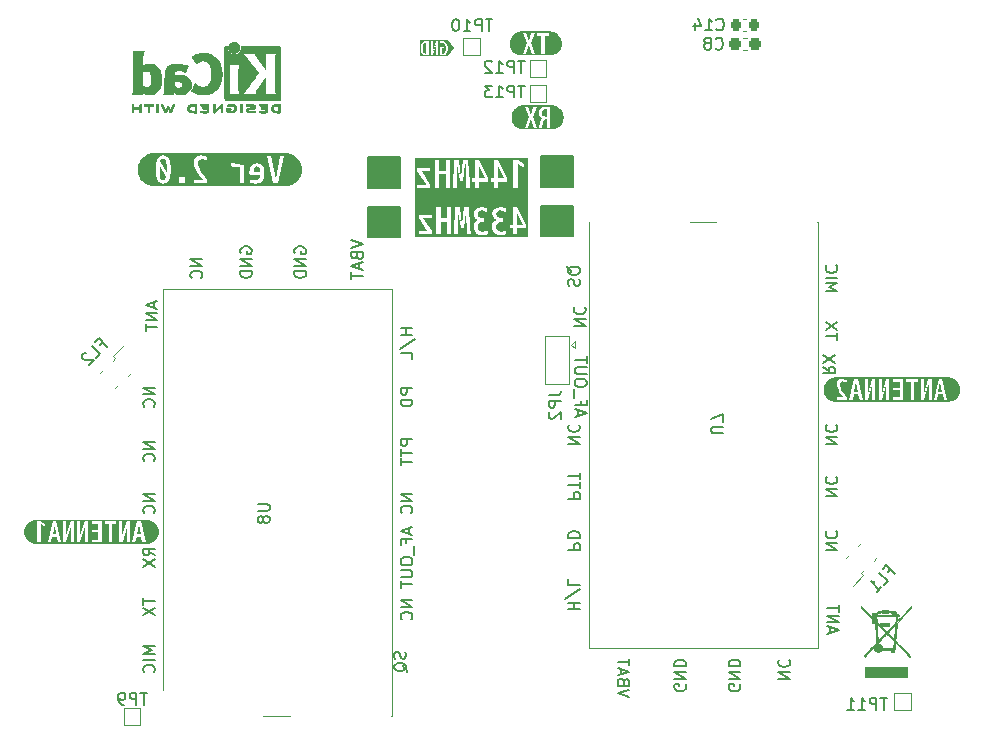
<source format=gbr>
%TF.GenerationSoftware,KiCad,Pcbnew,(6.0.9)*%
%TF.CreationDate,2023-04-06T22:09:24+03:00*%
%TF.ProjectId,cross_band_handy_walkie_talkie_ES8388,63726f73-735f-4626-916e-645f68616e64,rev?*%
%TF.SameCoordinates,Original*%
%TF.FileFunction,Legend,Bot*%
%TF.FilePolarity,Positive*%
%FSLAX46Y46*%
G04 Gerber Fmt 4.6, Leading zero omitted, Abs format (unit mm)*
G04 Created by KiCad (PCBNEW (6.0.9)) date 2023-04-06 22:09:24*
%MOMM*%
%LPD*%
G01*
G04 APERTURE LIST*
G04 Aperture macros list*
%AMRoundRect*
0 Rectangle with rounded corners*
0 $1 Rounding radius*
0 $2 $3 $4 $5 $6 $7 $8 $9 X,Y pos of 4 corners*
0 Add a 4 corners polygon primitive as box body*
4,1,4,$2,$3,$4,$5,$6,$7,$8,$9,$2,$3,0*
0 Add four circle primitives for the rounded corners*
1,1,$1+$1,$2,$3*
1,1,$1+$1,$4,$5*
1,1,$1+$1,$6,$7*
1,1,$1+$1,$8,$9*
0 Add four rect primitives between the rounded corners*
20,1,$1+$1,$2,$3,$4,$5,0*
20,1,$1+$1,$4,$5,$6,$7,0*
20,1,$1+$1,$6,$7,$8,$9,0*
20,1,$1+$1,$8,$9,$2,$3,0*%
G04 Aperture macros list end*
%ADD10C,0.150000*%
%ADD11C,0.010000*%
%ADD12C,0.120000*%
%ADD13R,1.000000X1.000000*%
%ADD14RoundRect,0.249600X0.268701X-0.651104X0.651104X-0.268701X-0.268701X0.651104X-0.651104X0.268701X0*%
%ADD15C,0.610000*%
%ADD16RoundRect,0.152500X0.224506X-0.440174X0.440174X-0.224506X-0.224506X0.440174X-0.440174X0.224506X0*%
%ADD17R,1.800000X1.800000*%
%ADD18R,8.500000X2.200000*%
%ADD19R,7.000000X9.000000*%
%ADD20R,1.500000X1.000000*%
%ADD21RoundRect,0.237500X0.300000X0.237500X-0.300000X0.237500X-0.300000X-0.237500X0.300000X-0.237500X0*%
%ADD22RoundRect,0.249600X-0.268701X0.651104X-0.651104X0.268701X0.268701X-0.651104X0.651104X-0.268701X0*%
%ADD23RoundRect,0.152500X-0.224506X0.440174X-0.440174X0.224506X0.224506X-0.440174X0.440174X-0.224506X0*%
%ADD24RoundRect,0.225000X-0.225000X-0.250000X0.225000X-0.250000X0.225000X0.250000X-0.225000X0.250000X0*%
%ADD25C,5.600000*%
%ADD26C,3.600000*%
%ADD27C,2.000000*%
%ADD28R,1.700000X2.000000*%
%ADD29C,3.000000*%
%ADD30C,2.050000*%
%ADD31C,2.250000*%
%ADD32R,1.700000X1.700000*%
%ADD33O,1.700000X1.700000*%
%ADD34C,1.200000*%
%ADD35R,2.000000X2.000000*%
%ADD36C,1.500000*%
%ADD37R,2.000000X1.700000*%
%ADD38C,0.650000*%
%ADD39O,1.600000X1.000000*%
%ADD40O,2.100000X1.000000*%
G04 APERTURE END LIST*
D10*
X79675000Y-69500000D02*
X82375000Y-69500000D01*
X82375000Y-69500000D02*
X82375000Y-66900000D01*
X82375000Y-66900000D02*
X79675000Y-66900000D01*
X79675000Y-66900000D02*
X79675000Y-69500000D01*
G36*
X79675000Y-69500000D02*
G01*
X82375000Y-69500000D01*
X82375000Y-66900000D01*
X79675000Y-66900000D01*
X79675000Y-69500000D01*
G37*
X79675000Y-65300000D02*
X82375000Y-65300000D01*
X82375000Y-65300000D02*
X82375000Y-62700000D01*
X82375000Y-62700000D02*
X79675000Y-62700000D01*
X79675000Y-62700000D02*
X79675000Y-65300000D01*
G36*
X79675000Y-65300000D02*
G01*
X82375000Y-65300000D01*
X82375000Y-62700000D01*
X79675000Y-62700000D01*
X79675000Y-65300000D01*
G37*
X94350000Y-65225000D02*
X97050000Y-65225000D01*
X97050000Y-65225000D02*
X97050000Y-62625000D01*
X97050000Y-62625000D02*
X94350000Y-62625000D01*
X94350000Y-62625000D02*
X94350000Y-65225000D01*
G36*
X94350000Y-65225000D02*
G01*
X97050000Y-65225000D01*
X97050000Y-62625000D01*
X94350000Y-62625000D01*
X94350000Y-65225000D01*
G37*
X94350000Y-69425000D02*
X97050000Y-69425000D01*
X97050000Y-69425000D02*
X97050000Y-66825000D01*
X97050000Y-66825000D02*
X94350000Y-66825000D01*
X94350000Y-66825000D02*
X94350000Y-69425000D01*
G36*
X94350000Y-69425000D02*
G01*
X97050000Y-69425000D01*
X97050000Y-66825000D01*
X94350000Y-66825000D01*
X94350000Y-69425000D01*
G37*
%TO.C,TP13*%
X92963095Y-56652380D02*
X92391666Y-56652380D01*
X92677380Y-57652380D02*
X92677380Y-56652380D01*
X92058333Y-57652380D02*
X92058333Y-56652380D01*
X91677380Y-56652380D01*
X91582142Y-56700000D01*
X91534523Y-56747619D01*
X91486904Y-56842857D01*
X91486904Y-56985714D01*
X91534523Y-57080952D01*
X91582142Y-57128571D01*
X91677380Y-57176190D01*
X92058333Y-57176190D01*
X90534523Y-57652380D02*
X91105952Y-57652380D01*
X90820238Y-57652380D02*
X90820238Y-56652380D01*
X90915476Y-56795238D01*
X91010714Y-56890476D01*
X91105952Y-56938095D01*
X90201190Y-56652380D02*
X89582142Y-56652380D01*
X89915476Y-57033333D01*
X89772619Y-57033333D01*
X89677380Y-57080952D01*
X89629761Y-57128571D01*
X89582142Y-57223809D01*
X89582142Y-57461904D01*
X89629761Y-57557142D01*
X89677380Y-57604761D01*
X89772619Y-57652380D01*
X90058333Y-57652380D01*
X90153571Y-57604761D01*
X90201190Y-57557142D01*
%TO.C,TP10*%
X90213095Y-51027380D02*
X89641666Y-51027380D01*
X89927380Y-52027380D02*
X89927380Y-51027380D01*
X89308333Y-52027380D02*
X89308333Y-51027380D01*
X88927380Y-51027380D01*
X88832142Y-51075000D01*
X88784523Y-51122619D01*
X88736904Y-51217857D01*
X88736904Y-51360714D01*
X88784523Y-51455952D01*
X88832142Y-51503571D01*
X88927380Y-51551190D01*
X89308333Y-51551190D01*
X87784523Y-52027380D02*
X88355952Y-52027380D01*
X88070238Y-52027380D02*
X88070238Y-51027380D01*
X88165476Y-51170238D01*
X88260714Y-51265476D01*
X88355952Y-51313095D01*
X87165476Y-51027380D02*
X87070238Y-51027380D01*
X86975000Y-51075000D01*
X86927380Y-51122619D01*
X86879761Y-51217857D01*
X86832142Y-51408333D01*
X86832142Y-51646428D01*
X86879761Y-51836904D01*
X86927380Y-51932142D01*
X86975000Y-51979761D01*
X87070238Y-52027380D01*
X87165476Y-52027380D01*
X87260714Y-51979761D01*
X87308333Y-51932142D01*
X87355952Y-51836904D01*
X87403571Y-51646428D01*
X87403571Y-51408333D01*
X87355952Y-51217857D01*
X87308333Y-51122619D01*
X87260714Y-51075000D01*
X87165476Y-51027380D01*
%TO.C,FL1*%
X123689171Y-97845347D02*
X123924873Y-97609644D01*
X124295263Y-97980034D02*
X123588156Y-97272927D01*
X123251438Y-97609644D01*
X123352454Y-98922843D02*
X123689171Y-98586125D01*
X122982064Y-97879018D01*
X122746362Y-99528934D02*
X123150423Y-99124873D01*
X122948392Y-99326904D02*
X122241286Y-98619797D01*
X122409644Y-98653469D01*
X122544331Y-98653469D01*
X122645347Y-98619797D01*
%TO.C,U8*%
X70352380Y-92088095D02*
X71161904Y-92088095D01*
X71257142Y-92135714D01*
X71304761Y-92183333D01*
X71352380Y-92278571D01*
X71352380Y-92469047D01*
X71304761Y-92564285D01*
X71257142Y-92611904D01*
X71161904Y-92659523D01*
X70352380Y-92659523D01*
X70780952Y-93278571D02*
X70733333Y-93183333D01*
X70685714Y-93135714D01*
X70590476Y-93088095D01*
X70542857Y-93088095D01*
X70447619Y-93135714D01*
X70400000Y-93183333D01*
X70352380Y-93278571D01*
X70352380Y-93469047D01*
X70400000Y-93564285D01*
X70447619Y-93611904D01*
X70542857Y-93659523D01*
X70590476Y-93659523D01*
X70685714Y-93611904D01*
X70733333Y-93564285D01*
X70780952Y-93469047D01*
X70780952Y-93278571D01*
X70828571Y-93183333D01*
X70876190Y-93135714D01*
X70971428Y-93088095D01*
X71161904Y-93088095D01*
X71257142Y-93135714D01*
X71304761Y-93183333D01*
X71352380Y-93278571D01*
X71352380Y-93469047D01*
X71304761Y-93564285D01*
X71257142Y-93611904D01*
X71161904Y-93659523D01*
X70971428Y-93659523D01*
X70876190Y-93611904D01*
X70828571Y-93564285D01*
X70780952Y-93469047D01*
X61652380Y-104128571D02*
X60652380Y-104128571D01*
X61366666Y-104461904D01*
X60652380Y-104795238D01*
X61652380Y-104795238D01*
X61652380Y-105271428D02*
X60652380Y-105271428D01*
X61557142Y-106319047D02*
X61604761Y-106271428D01*
X61652380Y-106128571D01*
X61652380Y-106033333D01*
X61604761Y-105890476D01*
X61509523Y-105795238D01*
X61414285Y-105747619D01*
X61223809Y-105700000D01*
X61080952Y-105700000D01*
X60890476Y-105747619D01*
X60795238Y-105795238D01*
X60700000Y-105890476D01*
X60652380Y-106033333D01*
X60652380Y-106128571D01*
X60700000Y-106271428D01*
X60747619Y-106319047D01*
X82854761Y-104590476D02*
X82902380Y-104733333D01*
X82902380Y-104971428D01*
X82854761Y-105066666D01*
X82807142Y-105114285D01*
X82711904Y-105161904D01*
X82616666Y-105161904D01*
X82521428Y-105114285D01*
X82473809Y-105066666D01*
X82426190Y-104971428D01*
X82378571Y-104780952D01*
X82330952Y-104685714D01*
X82283333Y-104638095D01*
X82188095Y-104590476D01*
X82092857Y-104590476D01*
X81997619Y-104638095D01*
X81950000Y-104685714D01*
X81902380Y-104780952D01*
X81902380Y-105019047D01*
X81950000Y-105161904D01*
X82997619Y-106257142D02*
X82950000Y-106161904D01*
X82854761Y-106066666D01*
X82711904Y-105923809D01*
X82664285Y-105828571D01*
X82664285Y-105733333D01*
X82902380Y-105780952D02*
X82854761Y-105685714D01*
X82759523Y-105590476D01*
X82569047Y-105542857D01*
X82235714Y-105542857D01*
X82045238Y-105590476D01*
X81950000Y-105685714D01*
X81902380Y-105780952D01*
X81902380Y-105971428D01*
X81950000Y-106066666D01*
X82045238Y-106161904D01*
X82235714Y-106209523D01*
X82569047Y-106209523D01*
X82759523Y-106161904D01*
X82854761Y-106066666D01*
X82902380Y-105971428D01*
X82902380Y-105780952D01*
X83452380Y-82238095D02*
X82452380Y-82238095D01*
X82452380Y-82619047D01*
X82500000Y-82714285D01*
X82547619Y-82761904D01*
X82642857Y-82809523D01*
X82785714Y-82809523D01*
X82880952Y-82761904D01*
X82928571Y-82714285D01*
X82976190Y-82619047D01*
X82976190Y-82238095D01*
X83452380Y-83238095D02*
X82452380Y-83238095D01*
X82452380Y-83476190D01*
X82500000Y-83619047D01*
X82595238Y-83714285D01*
X82690476Y-83761904D01*
X82880952Y-83809523D01*
X83023809Y-83809523D01*
X83214285Y-83761904D01*
X83309523Y-83714285D01*
X83404761Y-83619047D01*
X83452380Y-83476190D01*
X83452380Y-83238095D01*
X61652380Y-82214285D02*
X60652380Y-82214285D01*
X61652380Y-82785714D01*
X60652380Y-82785714D01*
X61557142Y-83833333D02*
X61604761Y-83785714D01*
X61652380Y-83642857D01*
X61652380Y-83547619D01*
X61604761Y-83404761D01*
X61509523Y-83309523D01*
X61414285Y-83261904D01*
X61223809Y-83214285D01*
X61080952Y-83214285D01*
X60890476Y-83261904D01*
X60795238Y-83309523D01*
X60700000Y-83404761D01*
X60652380Y-83547619D01*
X60652380Y-83642857D01*
X60700000Y-83785714D01*
X60747619Y-83833333D01*
X61566666Y-75007142D02*
X61566666Y-75483333D01*
X61852380Y-74911904D02*
X60852380Y-75245238D01*
X61852380Y-75578571D01*
X61852380Y-75911904D02*
X60852380Y-75911904D01*
X61852380Y-76483333D01*
X60852380Y-76483333D01*
X60852380Y-76816666D02*
X60852380Y-77388095D01*
X61852380Y-77102380D02*
X60852380Y-77102380D01*
X83452380Y-86576190D02*
X82452380Y-86576190D01*
X82452380Y-86957142D01*
X82500000Y-87052380D01*
X82547619Y-87100000D01*
X82642857Y-87147619D01*
X82785714Y-87147619D01*
X82880952Y-87100000D01*
X82928571Y-87052380D01*
X82976190Y-86957142D01*
X82976190Y-86576190D01*
X82452380Y-87433333D02*
X82452380Y-88004761D01*
X83452380Y-87719047D02*
X82452380Y-87719047D01*
X82452380Y-88195238D02*
X82452380Y-88766666D01*
X83452380Y-88480952D02*
X82452380Y-88480952D01*
X65652380Y-71314285D02*
X64652380Y-71314285D01*
X65652380Y-71885714D01*
X64652380Y-71885714D01*
X65557142Y-72933333D02*
X65604761Y-72885714D01*
X65652380Y-72742857D01*
X65652380Y-72647619D01*
X65604761Y-72504761D01*
X65509523Y-72409523D01*
X65414285Y-72361904D01*
X65223809Y-72314285D01*
X65080952Y-72314285D01*
X64890476Y-72361904D01*
X64795238Y-72409523D01*
X64700000Y-72504761D01*
X64652380Y-72647619D01*
X64652380Y-72742857D01*
X64700000Y-72885714D01*
X64747619Y-72933333D01*
X83166666Y-94123809D02*
X83166666Y-94600000D01*
X83452380Y-94028571D02*
X82452380Y-94361904D01*
X83452380Y-94695238D01*
X82928571Y-95361904D02*
X82928571Y-95028571D01*
X83452380Y-95028571D02*
X82452380Y-95028571D01*
X82452380Y-95504761D01*
X83547619Y-95647619D02*
X83547619Y-96409523D01*
X82452380Y-96838095D02*
X82452380Y-97028571D01*
X82500000Y-97123809D01*
X82595238Y-97219047D01*
X82785714Y-97266666D01*
X83119047Y-97266666D01*
X83309523Y-97219047D01*
X83404761Y-97123809D01*
X83452380Y-97028571D01*
X83452380Y-96838095D01*
X83404761Y-96742857D01*
X83309523Y-96647619D01*
X83119047Y-96600000D01*
X82785714Y-96600000D01*
X82595238Y-96647619D01*
X82500000Y-96742857D01*
X82452380Y-96838095D01*
X82452380Y-97695238D02*
X83261904Y-97695238D01*
X83357142Y-97742857D01*
X83404761Y-97790476D01*
X83452380Y-97885714D01*
X83452380Y-98076190D01*
X83404761Y-98171428D01*
X83357142Y-98219047D01*
X83261904Y-98266666D01*
X82452380Y-98266666D01*
X82452380Y-98600000D02*
X82452380Y-99171428D01*
X83452380Y-98885714D02*
X82452380Y-98885714D01*
X83452380Y-91214285D02*
X82452380Y-91214285D01*
X83452380Y-91785714D01*
X82452380Y-91785714D01*
X83357142Y-92833333D02*
X83404761Y-92785714D01*
X83452380Y-92642857D01*
X83452380Y-92547619D01*
X83404761Y-92404761D01*
X83309523Y-92309523D01*
X83214285Y-92261904D01*
X83023809Y-92214285D01*
X82880952Y-92214285D01*
X82690476Y-92261904D01*
X82595238Y-92309523D01*
X82500000Y-92404761D01*
X82452380Y-92547619D01*
X82452380Y-92642857D01*
X82500000Y-92785714D01*
X82547619Y-92833333D01*
X68900000Y-70838095D02*
X68852380Y-70742857D01*
X68852380Y-70600000D01*
X68900000Y-70457142D01*
X68995238Y-70361904D01*
X69090476Y-70314285D01*
X69280952Y-70266666D01*
X69423809Y-70266666D01*
X69614285Y-70314285D01*
X69709523Y-70361904D01*
X69804761Y-70457142D01*
X69852380Y-70600000D01*
X69852380Y-70695238D01*
X69804761Y-70838095D01*
X69757142Y-70885714D01*
X69423809Y-70885714D01*
X69423809Y-70695238D01*
X69852380Y-71314285D02*
X68852380Y-71314285D01*
X69852380Y-71885714D01*
X68852380Y-71885714D01*
X69852380Y-72361904D02*
X68852380Y-72361904D01*
X68852380Y-72600000D01*
X68900000Y-72742857D01*
X68995238Y-72838095D01*
X69090476Y-72885714D01*
X69280952Y-72933333D01*
X69423809Y-72933333D01*
X69614285Y-72885714D01*
X69709523Y-72838095D01*
X69804761Y-72742857D01*
X69852380Y-72600000D01*
X69852380Y-72361904D01*
X83452380Y-100214285D02*
X82452380Y-100214285D01*
X83452380Y-100785714D01*
X82452380Y-100785714D01*
X83357142Y-101833333D02*
X83404761Y-101785714D01*
X83452380Y-101642857D01*
X83452380Y-101547619D01*
X83404761Y-101404761D01*
X83309523Y-101309523D01*
X83214285Y-101261904D01*
X83023809Y-101214285D01*
X82880952Y-101214285D01*
X82690476Y-101261904D01*
X82595238Y-101309523D01*
X82500000Y-101404761D01*
X82452380Y-101547619D01*
X82452380Y-101642857D01*
X82500000Y-101785714D01*
X82547619Y-101833333D01*
X61652380Y-86814285D02*
X60652380Y-86814285D01*
X61652380Y-87385714D01*
X60652380Y-87385714D01*
X61557142Y-88433333D02*
X61604761Y-88385714D01*
X61652380Y-88242857D01*
X61652380Y-88147619D01*
X61604761Y-88004761D01*
X61509523Y-87909523D01*
X61414285Y-87861904D01*
X61223809Y-87814285D01*
X61080952Y-87814285D01*
X60890476Y-87861904D01*
X60795238Y-87909523D01*
X60700000Y-88004761D01*
X60652380Y-88147619D01*
X60652380Y-88242857D01*
X60700000Y-88385714D01*
X60747619Y-88433333D01*
X78252380Y-69742857D02*
X79252380Y-70076191D01*
X78252380Y-70409524D01*
X78728571Y-71076191D02*
X78776190Y-71219048D01*
X78823809Y-71266667D01*
X78919047Y-71314286D01*
X79061904Y-71314286D01*
X79157142Y-71266667D01*
X79204761Y-71219048D01*
X79252380Y-71123810D01*
X79252380Y-70742857D01*
X78252380Y-70742857D01*
X78252380Y-71076191D01*
X78300000Y-71171429D01*
X78347619Y-71219048D01*
X78442857Y-71266667D01*
X78538095Y-71266667D01*
X78633333Y-71219048D01*
X78680952Y-71171429D01*
X78728571Y-71076191D01*
X78728571Y-70742857D01*
X78966666Y-71695238D02*
X78966666Y-72171429D01*
X79252380Y-71600000D02*
X78252380Y-71933334D01*
X79252380Y-72266667D01*
X78252380Y-72457143D02*
X78252380Y-73028572D01*
X79252380Y-72742857D02*
X78252380Y-72742857D01*
X60652380Y-100038095D02*
X60652380Y-100609523D01*
X61652380Y-100323809D02*
X60652380Y-100323809D01*
X60652380Y-100847619D02*
X61652380Y-101514285D01*
X60652380Y-101514285D02*
X61652380Y-100847619D01*
X61652380Y-91214285D02*
X60652380Y-91214285D01*
X61652380Y-91785714D01*
X60652380Y-91785714D01*
X61557142Y-92833333D02*
X61604761Y-92785714D01*
X61652380Y-92642857D01*
X61652380Y-92547619D01*
X61604761Y-92404761D01*
X61509523Y-92309523D01*
X61414285Y-92261904D01*
X61223809Y-92214285D01*
X61080952Y-92214285D01*
X60890476Y-92261904D01*
X60795238Y-92309523D01*
X60700000Y-92404761D01*
X60652380Y-92547619D01*
X60652380Y-92642857D01*
X60700000Y-92785714D01*
X60747619Y-92833333D01*
X83452380Y-77185714D02*
X82452380Y-77185714D01*
X82928571Y-77185714D02*
X82928571Y-77757142D01*
X83452380Y-77757142D02*
X82452380Y-77757142D01*
X82404761Y-78947619D02*
X83690476Y-78090476D01*
X83452380Y-79757142D02*
X83452380Y-79280952D01*
X82452380Y-79280952D01*
X61652380Y-96433333D02*
X61176190Y-96100000D01*
X61652380Y-95861904D02*
X60652380Y-95861904D01*
X60652380Y-96242857D01*
X60700000Y-96338095D01*
X60747619Y-96385714D01*
X60842857Y-96433333D01*
X60985714Y-96433333D01*
X61080952Y-96385714D01*
X61128571Y-96338095D01*
X61176190Y-96242857D01*
X61176190Y-95861904D01*
X60652380Y-96766666D02*
X61652380Y-97433333D01*
X60652380Y-97433333D02*
X61652380Y-96766666D01*
X73500000Y-70838095D02*
X73452380Y-70742857D01*
X73452380Y-70600000D01*
X73500000Y-70457142D01*
X73595238Y-70361904D01*
X73690476Y-70314285D01*
X73880952Y-70266666D01*
X74023809Y-70266666D01*
X74214285Y-70314285D01*
X74309523Y-70361904D01*
X74404761Y-70457142D01*
X74452380Y-70600000D01*
X74452380Y-70695238D01*
X74404761Y-70838095D01*
X74357142Y-70885714D01*
X74023809Y-70885714D01*
X74023809Y-70695238D01*
X74452380Y-71314285D02*
X73452380Y-71314285D01*
X74452380Y-71885714D01*
X73452380Y-71885714D01*
X74452380Y-72361904D02*
X73452380Y-72361904D01*
X73452380Y-72600000D01*
X73500000Y-72742857D01*
X73595238Y-72838095D01*
X73690476Y-72885714D01*
X73880952Y-72933333D01*
X74023809Y-72933333D01*
X74214285Y-72885714D01*
X74309523Y-72838095D01*
X74404761Y-72742857D01*
X74452380Y-72600000D01*
X74452380Y-72361904D01*
%TO.C,JP2*%
X95002380Y-82866666D02*
X95716666Y-82866666D01*
X95859523Y-82819047D01*
X95954761Y-82723809D01*
X96002380Y-82580952D01*
X96002380Y-82485714D01*
X96002380Y-83342857D02*
X95002380Y-83342857D01*
X95002380Y-83723809D01*
X95050000Y-83819047D01*
X95097619Y-83866666D01*
X95192857Y-83914285D01*
X95335714Y-83914285D01*
X95430952Y-83866666D01*
X95478571Y-83819047D01*
X95526190Y-83723809D01*
X95526190Y-83342857D01*
X95097619Y-84295238D02*
X95050000Y-84342857D01*
X95002380Y-84438095D01*
X95002380Y-84676190D01*
X95050000Y-84771428D01*
X95097619Y-84819047D01*
X95192857Y-84866666D01*
X95288095Y-84866666D01*
X95430952Y-84819047D01*
X96002380Y-84247619D01*
X96002380Y-84866666D01*
%TO.C,TP12*%
X92963095Y-54552380D02*
X92391666Y-54552380D01*
X92677380Y-55552380D02*
X92677380Y-54552380D01*
X92058333Y-55552380D02*
X92058333Y-54552380D01*
X91677380Y-54552380D01*
X91582142Y-54600000D01*
X91534523Y-54647619D01*
X91486904Y-54742857D01*
X91486904Y-54885714D01*
X91534523Y-54980952D01*
X91582142Y-55028571D01*
X91677380Y-55076190D01*
X92058333Y-55076190D01*
X90534523Y-55552380D02*
X91105952Y-55552380D01*
X90820238Y-55552380D02*
X90820238Y-54552380D01*
X90915476Y-54695238D01*
X91010714Y-54790476D01*
X91105952Y-54838095D01*
X90153571Y-54647619D02*
X90105952Y-54600000D01*
X90010714Y-54552380D01*
X89772619Y-54552380D01*
X89677380Y-54600000D01*
X89629761Y-54647619D01*
X89582142Y-54742857D01*
X89582142Y-54838095D01*
X89629761Y-54980952D01*
X90201190Y-55552380D01*
X89582142Y-55552380D01*
%TO.C,TP11*%
X123638095Y-108477380D02*
X123066666Y-108477380D01*
X123352380Y-109477380D02*
X123352380Y-108477380D01*
X122733333Y-109477380D02*
X122733333Y-108477380D01*
X122352380Y-108477380D01*
X122257142Y-108525000D01*
X122209523Y-108572619D01*
X122161904Y-108667857D01*
X122161904Y-108810714D01*
X122209523Y-108905952D01*
X122257142Y-108953571D01*
X122352380Y-109001190D01*
X122733333Y-109001190D01*
X121209523Y-109477380D02*
X121780952Y-109477380D01*
X121495238Y-109477380D02*
X121495238Y-108477380D01*
X121590476Y-108620238D01*
X121685714Y-108715476D01*
X121780952Y-108763095D01*
X120257142Y-109477380D02*
X120828571Y-109477380D01*
X120542857Y-109477380D02*
X120542857Y-108477380D01*
X120638095Y-108620238D01*
X120733333Y-108715476D01*
X120828571Y-108763095D01*
%TO.C,C8*%
X109116666Y-53507142D02*
X109164285Y-53554761D01*
X109307142Y-53602380D01*
X109402380Y-53602380D01*
X109545238Y-53554761D01*
X109640476Y-53459523D01*
X109688095Y-53364285D01*
X109735714Y-53173809D01*
X109735714Y-53030952D01*
X109688095Y-52840476D01*
X109640476Y-52745238D01*
X109545238Y-52650000D01*
X109402380Y-52602380D01*
X109307142Y-52602380D01*
X109164285Y-52650000D01*
X109116666Y-52697619D01*
X108545238Y-53030952D02*
X108640476Y-52983333D01*
X108688095Y-52935714D01*
X108735714Y-52840476D01*
X108735714Y-52792857D01*
X108688095Y-52697619D01*
X108640476Y-52650000D01*
X108545238Y-52602380D01*
X108354761Y-52602380D01*
X108259523Y-52650000D01*
X108211904Y-52697619D01*
X108164285Y-52792857D01*
X108164285Y-52840476D01*
X108211904Y-52935714D01*
X108259523Y-52983333D01*
X108354761Y-53030952D01*
X108545238Y-53030952D01*
X108640476Y-53078571D01*
X108688095Y-53126190D01*
X108735714Y-53221428D01*
X108735714Y-53411904D01*
X108688095Y-53507142D01*
X108640476Y-53554761D01*
X108545238Y-53602380D01*
X108354761Y-53602380D01*
X108259523Y-53554761D01*
X108211904Y-53507142D01*
X108164285Y-53411904D01*
X108164285Y-53221428D01*
X108211904Y-53126190D01*
X108259523Y-53078571D01*
X108354761Y-53030952D01*
%TO.C,TP9*%
X60986904Y-108054380D02*
X60415476Y-108054380D01*
X60701190Y-109054380D02*
X60701190Y-108054380D01*
X60082142Y-109054380D02*
X60082142Y-108054380D01*
X59701190Y-108054380D01*
X59605952Y-108102000D01*
X59558333Y-108149619D01*
X59510714Y-108244857D01*
X59510714Y-108387714D01*
X59558333Y-108482952D01*
X59605952Y-108530571D01*
X59701190Y-108578190D01*
X60082142Y-108578190D01*
X59034523Y-109054380D02*
X58844047Y-109054380D01*
X58748809Y-109006761D01*
X58701190Y-108959142D01*
X58605952Y-108816285D01*
X58558333Y-108625809D01*
X58558333Y-108244857D01*
X58605952Y-108149619D01*
X58653571Y-108102000D01*
X58748809Y-108054380D01*
X58939285Y-108054380D01*
X59034523Y-108102000D01*
X59082142Y-108149619D01*
X59129761Y-108244857D01*
X59129761Y-108482952D01*
X59082142Y-108578190D01*
X59034523Y-108625809D01*
X58939285Y-108673428D01*
X58748809Y-108673428D01*
X58653571Y-108625809D01*
X58605952Y-108578190D01*
X58558333Y-108482952D01*
%TO.C,FL2*%
X57007795Y-78633971D02*
X57243497Y-78398268D01*
X57613887Y-78768658D02*
X56906780Y-78061551D01*
X56570062Y-78398268D01*
X56671078Y-79711467D02*
X57007795Y-79374749D01*
X56300688Y-78667642D01*
X55829284Y-79273734D02*
X55761940Y-79273734D01*
X55660925Y-79307406D01*
X55492566Y-79475765D01*
X55458894Y-79576780D01*
X55458894Y-79644123D01*
X55492566Y-79745139D01*
X55559910Y-79812482D01*
X55694597Y-79879826D01*
X56502719Y-79879826D01*
X56064986Y-80317558D01*
%TO.C,C14*%
X109192857Y-51882142D02*
X109240476Y-51929761D01*
X109383333Y-51977380D01*
X109478571Y-51977380D01*
X109621428Y-51929761D01*
X109716666Y-51834523D01*
X109764285Y-51739285D01*
X109811904Y-51548809D01*
X109811904Y-51405952D01*
X109764285Y-51215476D01*
X109716666Y-51120238D01*
X109621428Y-51025000D01*
X109478571Y-50977380D01*
X109383333Y-50977380D01*
X109240476Y-51025000D01*
X109192857Y-51072619D01*
X108240476Y-51977380D02*
X108811904Y-51977380D01*
X108526190Y-51977380D02*
X108526190Y-50977380D01*
X108621428Y-51120238D01*
X108716666Y-51215476D01*
X108811904Y-51263095D01*
X107383333Y-51310714D02*
X107383333Y-51977380D01*
X107621428Y-50929761D02*
X107859523Y-51644047D01*
X107240476Y-51644047D01*
%TO.C,U7*%
X109727619Y-86101904D02*
X108918095Y-86101904D01*
X108822857Y-86054285D01*
X108775238Y-86006666D01*
X108727619Y-85911428D01*
X108727619Y-85720952D01*
X108775238Y-85625714D01*
X108822857Y-85578095D01*
X108918095Y-85530476D01*
X109727619Y-85530476D01*
X109727619Y-85149523D02*
X109727619Y-84482857D01*
X108727619Y-84911428D01*
X96627619Y-101004285D02*
X97627619Y-101004285D01*
X97151428Y-101004285D02*
X97151428Y-100432857D01*
X96627619Y-100432857D02*
X97627619Y-100432857D01*
X97675238Y-99242380D02*
X96389523Y-100099523D01*
X96627619Y-98432857D02*
X96627619Y-98909047D01*
X97627619Y-98909047D01*
X96675238Y-73599523D02*
X96627619Y-73456666D01*
X96627619Y-73218571D01*
X96675238Y-73123333D01*
X96722857Y-73075714D01*
X96818095Y-73028095D01*
X96913333Y-73028095D01*
X97008571Y-73075714D01*
X97056190Y-73123333D01*
X97103809Y-73218571D01*
X97151428Y-73409047D01*
X97199047Y-73504285D01*
X97246666Y-73551904D01*
X97341904Y-73599523D01*
X97437142Y-73599523D01*
X97532380Y-73551904D01*
X97580000Y-73504285D01*
X97627619Y-73409047D01*
X97627619Y-73170952D01*
X97580000Y-73028095D01*
X96532380Y-71932857D02*
X96580000Y-72028095D01*
X96675238Y-72123333D01*
X96818095Y-72266190D01*
X96865714Y-72361428D01*
X96865714Y-72456666D01*
X96627619Y-72409047D02*
X96675238Y-72504285D01*
X96770476Y-72599523D01*
X96960952Y-72647142D01*
X97294285Y-72647142D01*
X97484761Y-72599523D01*
X97580000Y-72504285D01*
X97627619Y-72409047D01*
X97627619Y-72218571D01*
X97580000Y-72123333D01*
X97484761Y-72028095D01*
X97294285Y-71980476D01*
X96960952Y-71980476D01*
X96770476Y-72028095D01*
X96675238Y-72123333D01*
X96627619Y-72218571D01*
X96627619Y-72409047D01*
X118427619Y-74061428D02*
X119427619Y-74061428D01*
X118713333Y-73728095D01*
X119427619Y-73394761D01*
X118427619Y-73394761D01*
X118427619Y-72918571D02*
X119427619Y-72918571D01*
X118522857Y-71870952D02*
X118475238Y-71918571D01*
X118427619Y-72061428D01*
X118427619Y-72156666D01*
X118475238Y-72299523D01*
X118570476Y-72394761D01*
X118665714Y-72442380D01*
X118856190Y-72490000D01*
X118999047Y-72490000D01*
X119189523Y-72442380D01*
X119284761Y-72394761D01*
X119380000Y-72299523D01*
X119427619Y-72156666D01*
X119427619Y-72061428D01*
X119380000Y-71918571D01*
X119332380Y-71870952D01*
X118427619Y-91375714D02*
X119427619Y-91375714D01*
X118427619Y-90804285D01*
X119427619Y-90804285D01*
X118522857Y-89756666D02*
X118475238Y-89804285D01*
X118427619Y-89947142D01*
X118427619Y-90042380D01*
X118475238Y-90185238D01*
X118570476Y-90280476D01*
X118665714Y-90328095D01*
X118856190Y-90375714D01*
X118999047Y-90375714D01*
X119189523Y-90328095D01*
X119284761Y-90280476D01*
X119380000Y-90185238D01*
X119427619Y-90042380D01*
X119427619Y-89947142D01*
X119380000Y-89804285D01*
X119332380Y-89756666D01*
X96627619Y-91613809D02*
X97627619Y-91613809D01*
X97627619Y-91232857D01*
X97580000Y-91137619D01*
X97532380Y-91090000D01*
X97437142Y-91042380D01*
X97294285Y-91042380D01*
X97199047Y-91090000D01*
X97151428Y-91137619D01*
X97103809Y-91232857D01*
X97103809Y-91613809D01*
X97627619Y-90756666D02*
X97627619Y-90185238D01*
X96627619Y-90470952D02*
X97627619Y-90470952D01*
X97627619Y-89994761D02*
X97627619Y-89423333D01*
X96627619Y-89709047D02*
X97627619Y-89709047D01*
X101827619Y-108447142D02*
X100827619Y-108113808D01*
X101827619Y-107780475D01*
X101351428Y-107113808D02*
X101303809Y-106970951D01*
X101256190Y-106923332D01*
X101160952Y-106875713D01*
X101018095Y-106875713D01*
X100922857Y-106923332D01*
X100875238Y-106970951D01*
X100827619Y-107066189D01*
X100827619Y-107447142D01*
X101827619Y-107447142D01*
X101827619Y-107113808D01*
X101780000Y-107018570D01*
X101732380Y-106970951D01*
X101637142Y-106923332D01*
X101541904Y-106923332D01*
X101446666Y-106970951D01*
X101399047Y-107018570D01*
X101351428Y-107113808D01*
X101351428Y-107447142D01*
X101113333Y-106494761D02*
X101113333Y-106018570D01*
X100827619Y-106589999D02*
X101827619Y-106256665D01*
X100827619Y-105923332D01*
X101827619Y-105732856D02*
X101827619Y-105161427D01*
X100827619Y-105447142D02*
X101827619Y-105447142D01*
X97483333Y-84626190D02*
X97483333Y-84150000D01*
X97197619Y-84721428D02*
X98197619Y-84388095D01*
X97197619Y-84054761D01*
X97721428Y-83388095D02*
X97721428Y-83721428D01*
X97197619Y-83721428D02*
X98197619Y-83721428D01*
X98197619Y-83245238D01*
X97102380Y-83102380D02*
X97102380Y-82340476D01*
X98197619Y-81911904D02*
X98197619Y-81721428D01*
X98150000Y-81626190D01*
X98054761Y-81530952D01*
X97864285Y-81483333D01*
X97530952Y-81483333D01*
X97340476Y-81530952D01*
X97245238Y-81626190D01*
X97197619Y-81721428D01*
X97197619Y-81911904D01*
X97245238Y-82007142D01*
X97340476Y-82102380D01*
X97530952Y-82150000D01*
X97864285Y-82150000D01*
X98054761Y-82102380D01*
X98150000Y-82007142D01*
X98197619Y-81911904D01*
X98197619Y-81054761D02*
X97388095Y-81054761D01*
X97292857Y-81007142D01*
X97245238Y-80959523D01*
X97197619Y-80864285D01*
X97197619Y-80673809D01*
X97245238Y-80578571D01*
X97292857Y-80530952D01*
X97388095Y-80483333D01*
X98197619Y-80483333D01*
X98197619Y-80150000D02*
X98197619Y-79578571D01*
X97197619Y-79864285D02*
X98197619Y-79864285D01*
X96627619Y-95951904D02*
X97627619Y-95951904D01*
X97627619Y-95570952D01*
X97580000Y-95475714D01*
X97532380Y-95428095D01*
X97437142Y-95380476D01*
X97294285Y-95380476D01*
X97199047Y-95428095D01*
X97151428Y-95475714D01*
X97103809Y-95570952D01*
X97103809Y-95951904D01*
X96627619Y-94951904D02*
X97627619Y-94951904D01*
X97627619Y-94713809D01*
X97580000Y-94570952D01*
X97484761Y-94475714D01*
X97389523Y-94428095D01*
X97199047Y-94380476D01*
X97056190Y-94380476D01*
X96865714Y-94428095D01*
X96770476Y-94475714D01*
X96675238Y-94570952D01*
X96627619Y-94713809D01*
X96627619Y-94951904D01*
X96627619Y-86975714D02*
X97627619Y-86975714D01*
X96627619Y-86404285D01*
X97627619Y-86404285D01*
X96722857Y-85356666D02*
X96675238Y-85404285D01*
X96627619Y-85547142D01*
X96627619Y-85642380D01*
X96675238Y-85785238D01*
X96770476Y-85880476D01*
X96865714Y-85928095D01*
X97056190Y-85975714D01*
X97199047Y-85975714D01*
X97389523Y-85928095D01*
X97484761Y-85880476D01*
X97580000Y-85785238D01*
X97627619Y-85642380D01*
X97627619Y-85547142D01*
X97580000Y-85404285D01*
X97532380Y-85356666D01*
X114427619Y-106875714D02*
X115427619Y-106875714D01*
X114427619Y-106304285D01*
X115427619Y-106304285D01*
X114522857Y-105256666D02*
X114475238Y-105304285D01*
X114427619Y-105447142D01*
X114427619Y-105542380D01*
X114475238Y-105685238D01*
X114570476Y-105780476D01*
X114665714Y-105828095D01*
X114856190Y-105875714D01*
X114999047Y-105875714D01*
X115189523Y-105828095D01*
X115284761Y-105780476D01*
X115380000Y-105685238D01*
X115427619Y-105542380D01*
X115427619Y-105447142D01*
X115380000Y-105304285D01*
X115332380Y-105256666D01*
X111180000Y-107351904D02*
X111227619Y-107447142D01*
X111227619Y-107590000D01*
X111180000Y-107732857D01*
X111084761Y-107828095D01*
X110989523Y-107875714D01*
X110799047Y-107923333D01*
X110656190Y-107923333D01*
X110465714Y-107875714D01*
X110370476Y-107828095D01*
X110275238Y-107732857D01*
X110227619Y-107590000D01*
X110227619Y-107494761D01*
X110275238Y-107351904D01*
X110322857Y-107304285D01*
X110656190Y-107304285D01*
X110656190Y-107494761D01*
X110227619Y-106875714D02*
X111227619Y-106875714D01*
X110227619Y-106304285D01*
X111227619Y-106304285D01*
X110227619Y-105828095D02*
X111227619Y-105828095D01*
X111227619Y-105590000D01*
X111180000Y-105447142D01*
X111084761Y-105351904D01*
X110989523Y-105304285D01*
X110799047Y-105256666D01*
X110656190Y-105256666D01*
X110465714Y-105304285D01*
X110370476Y-105351904D01*
X110275238Y-105447142D01*
X110227619Y-105590000D01*
X110227619Y-105828095D01*
X118222619Y-80441666D02*
X118698809Y-80775000D01*
X118222619Y-81013095D02*
X119222619Y-81013095D01*
X119222619Y-80632142D01*
X119175000Y-80536904D01*
X119127380Y-80489285D01*
X119032142Y-80441666D01*
X118889285Y-80441666D01*
X118794047Y-80489285D01*
X118746428Y-80536904D01*
X118698809Y-80632142D01*
X118698809Y-81013095D01*
X119222619Y-80108333D02*
X118222619Y-79441666D01*
X119222619Y-79441666D02*
X118222619Y-80108333D01*
X118427619Y-86975714D02*
X119427619Y-86975714D01*
X118427619Y-86404285D01*
X119427619Y-86404285D01*
X118522857Y-85356666D02*
X118475238Y-85404285D01*
X118427619Y-85547142D01*
X118427619Y-85642380D01*
X118475238Y-85785238D01*
X118570476Y-85880476D01*
X118665714Y-85928095D01*
X118856190Y-85975714D01*
X118999047Y-85975714D01*
X119189523Y-85928095D01*
X119284761Y-85880476D01*
X119380000Y-85785238D01*
X119427619Y-85642380D01*
X119427619Y-85547142D01*
X119380000Y-85404285D01*
X119332380Y-85356666D01*
X118833333Y-102992857D02*
X118833333Y-102516666D01*
X118547619Y-103088095D02*
X119547619Y-102754761D01*
X118547619Y-102421428D01*
X118547619Y-102088095D02*
X119547619Y-102088095D01*
X118547619Y-101516666D01*
X119547619Y-101516666D01*
X119547619Y-101183333D02*
X119547619Y-100611904D01*
X118547619Y-100897619D02*
X119547619Y-100897619D01*
X106580000Y-107351904D02*
X106627619Y-107447142D01*
X106627619Y-107590000D01*
X106580000Y-107732857D01*
X106484761Y-107828095D01*
X106389523Y-107875714D01*
X106199047Y-107923333D01*
X106056190Y-107923333D01*
X105865714Y-107875714D01*
X105770476Y-107828095D01*
X105675238Y-107732857D01*
X105627619Y-107590000D01*
X105627619Y-107494761D01*
X105675238Y-107351904D01*
X105722857Y-107304285D01*
X106056190Y-107304285D01*
X106056190Y-107494761D01*
X105627619Y-106875714D02*
X106627619Y-106875714D01*
X105627619Y-106304285D01*
X106627619Y-106304285D01*
X105627619Y-105828095D02*
X106627619Y-105828095D01*
X106627619Y-105590000D01*
X106580000Y-105447142D01*
X106484761Y-105351904D01*
X106389523Y-105304285D01*
X106199047Y-105256666D01*
X106056190Y-105256666D01*
X105865714Y-105304285D01*
X105770476Y-105351904D01*
X105675238Y-105447142D01*
X105627619Y-105590000D01*
X105627619Y-105828095D01*
X97122619Y-77010714D02*
X98122619Y-77010714D01*
X97122619Y-76439285D01*
X98122619Y-76439285D01*
X97217857Y-75391666D02*
X97170238Y-75439285D01*
X97122619Y-75582142D01*
X97122619Y-75677380D01*
X97170238Y-75820238D01*
X97265476Y-75915476D01*
X97360714Y-75963095D01*
X97551190Y-76010714D01*
X97694047Y-76010714D01*
X97884523Y-75963095D01*
X97979761Y-75915476D01*
X98075000Y-75820238D01*
X98122619Y-75677380D01*
X98122619Y-75582142D01*
X98075000Y-75439285D01*
X98027380Y-75391666D01*
X118427619Y-95975714D02*
X119427619Y-95975714D01*
X118427619Y-95404285D01*
X119427619Y-95404285D01*
X118522857Y-94356666D02*
X118475238Y-94404285D01*
X118427619Y-94547142D01*
X118427619Y-94642380D01*
X118475238Y-94785238D01*
X118570476Y-94880476D01*
X118665714Y-94928095D01*
X118856190Y-94975714D01*
X118999047Y-94975714D01*
X119189523Y-94928095D01*
X119284761Y-94880476D01*
X119380000Y-94785238D01*
X119427619Y-94642380D01*
X119427619Y-94547142D01*
X119380000Y-94404285D01*
X119332380Y-94356666D01*
X119427619Y-78151904D02*
X119427619Y-77580476D01*
X118427619Y-77866190D02*
X119427619Y-77866190D01*
X119427619Y-77342380D02*
X118427619Y-76675714D01*
X119427619Y-76675714D02*
X118427619Y-77342380D01*
%TO.C,FID3*%
G36*
X124561662Y-101460696D02*
G01*
X124601314Y-101461782D01*
X124669109Y-101461782D01*
X124669109Y-101574951D01*
X124509577Y-101574951D01*
X124494682Y-101752732D01*
X124492682Y-101777037D01*
X124488023Y-101837880D01*
X124484731Y-101887389D01*
X124483092Y-101920992D01*
X124483390Y-101934116D01*
X124487724Y-101930343D01*
X124507496Y-101910676D01*
X124541679Y-101875818D01*
X124588541Y-101827576D01*
X124646354Y-101767757D01*
X124713387Y-101698167D01*
X124787912Y-101620615D01*
X124868197Y-101536907D01*
X124952513Y-101448849D01*
X125039130Y-101358250D01*
X125126319Y-101266915D01*
X125212349Y-101176653D01*
X125295492Y-101089269D01*
X125374016Y-101006572D01*
X125446192Y-100930368D01*
X125510291Y-100862463D01*
X125564583Y-100804666D01*
X125661592Y-100701040D01*
X125662034Y-100789315D01*
X125662475Y-100877589D01*
X125061938Y-101509158D01*
X124461401Y-102140726D01*
X124449396Y-102284674D01*
X124401365Y-102860635D01*
X124392876Y-102962791D01*
X124382343Y-103090612D01*
X124372621Y-103209767D01*
X124363898Y-103317914D01*
X124356358Y-103412713D01*
X124350187Y-103491819D01*
X124345573Y-103552892D01*
X124342700Y-103593590D01*
X124341754Y-103611570D01*
X124344251Y-103619808D01*
X124355471Y-103637599D01*
X124376751Y-103664411D01*
X124387021Y-103676129D01*
X124409225Y-103701466D01*
X124454023Y-103749986D01*
X124512281Y-103811192D01*
X124585129Y-103886307D01*
X124673703Y-103976550D01*
X124779134Y-104083145D01*
X124848492Y-104153093D01*
X124945179Y-104250658D01*
X125041526Y-104347941D01*
X125134638Y-104442014D01*
X125221618Y-104529950D01*
X125299569Y-104608820D01*
X125365596Y-104675699D01*
X125416802Y-104727658D01*
X125617514Y-104931620D01*
X125581058Y-104969671D01*
X125572460Y-104978245D01*
X125547095Y-104999297D01*
X125529695Y-105007723D01*
X125516071Y-105000530D01*
X125490743Y-104978944D01*
X125460379Y-104947995D01*
X125441896Y-104928448D01*
X125407427Y-104892752D01*
X125358712Y-104842684D01*
X125297469Y-104780001D01*
X125225420Y-104706457D01*
X125144285Y-104623810D01*
X125055784Y-104533815D01*
X124961637Y-104438228D01*
X124863565Y-104338805D01*
X124321161Y-103789343D01*
X124299066Y-104074746D01*
X124294250Y-104135662D01*
X124287216Y-104217548D01*
X124280872Y-104279569D01*
X124274748Y-104324987D01*
X124268373Y-104357062D01*
X124261277Y-104379052D01*
X124252991Y-104394219D01*
X124241393Y-104415416D01*
X124231850Y-104454386D01*
X124229010Y-104510531D01*
X124229010Y-104592773D01*
X124002674Y-104592773D01*
X124002674Y-104416733D01*
X123157082Y-104416733D01*
X123108203Y-104472262D01*
X123094836Y-104486722D01*
X123022388Y-104544813D01*
X122940532Y-104580576D01*
X122851900Y-104592773D01*
X122773692Y-104586306D01*
X122685233Y-104559047D01*
X122609507Y-104510328D01*
X122594748Y-104496403D01*
X122557864Y-104451328D01*
X122525503Y-104398819D01*
X122502297Y-104347061D01*
X122492879Y-104304239D01*
X122492697Y-104298023D01*
X122491342Y-104275246D01*
X122487800Y-104259513D01*
X122480390Y-104252068D01*
X122467431Y-104254156D01*
X122447243Y-104267020D01*
X122418145Y-104291905D01*
X122378456Y-104330053D01*
X122326496Y-104382710D01*
X122260584Y-104451119D01*
X122179040Y-104536524D01*
X122135604Y-104582112D01*
X122063000Y-104658441D01*
X121994309Y-104730808D01*
X121932223Y-104796366D01*
X121879434Y-104852274D01*
X121838634Y-104895686D01*
X121812515Y-104923758D01*
X121741119Y-105001436D01*
X121652863Y-104913416D01*
X122198690Y-104341287D01*
X122233105Y-104305188D01*
X122355546Y-104176272D01*
X122460651Y-104064754D01*
X122548736Y-103970288D01*
X122620116Y-103892529D01*
X122670588Y-103836174D01*
X122877247Y-103836174D01*
X122878872Y-103849434D01*
X122879156Y-103850819D01*
X122892698Y-103882228D01*
X122919748Y-103896863D01*
X123003129Y-103928063D01*
X123077418Y-103980038D01*
X123135846Y-104048791D01*
X123175890Y-104131315D01*
X123195026Y-104224606D01*
X123201364Y-104303565D01*
X124150838Y-104303565D01*
X124157458Y-104275273D01*
X124158629Y-104268329D01*
X124162268Y-104237281D01*
X124167234Y-104187081D01*
X124173157Y-104121727D01*
X124179669Y-104045219D01*
X124186401Y-103961555D01*
X124208724Y-103676129D01*
X123907826Y-103370565D01*
X123852636Y-103314704D01*
X123785109Y-103246888D01*
X123724529Y-103186643D01*
X123673021Y-103136052D01*
X123632710Y-103097200D01*
X123605722Y-103072170D01*
X123594182Y-103063046D01*
X123586444Y-103067405D01*
X123563395Y-103087241D01*
X123528709Y-103120375D01*
X123485487Y-103163820D01*
X123436832Y-103214587D01*
X123424140Y-103228051D01*
X123367229Y-103288275D01*
X123299414Y-103359864D01*
X123225800Y-103437437D01*
X123151493Y-103515611D01*
X123081599Y-103589005D01*
X123077401Y-103593409D01*
X123012420Y-103661785D01*
X122962836Y-103714732D01*
X122926688Y-103754767D01*
X122902016Y-103784411D01*
X122886858Y-103806181D01*
X122879256Y-103822595D01*
X122877247Y-103836174D01*
X122670588Y-103836174D01*
X122675105Y-103831131D01*
X122714019Y-103785748D01*
X122737173Y-103756035D01*
X122744882Y-103741644D01*
X122744883Y-103741559D01*
X122743825Y-103723624D01*
X122740737Y-103683421D01*
X122735858Y-103623687D01*
X122729432Y-103547158D01*
X122721700Y-103456569D01*
X122712905Y-103354657D01*
X122703287Y-103244159D01*
X122693091Y-103127811D01*
X122682556Y-103008348D01*
X122671926Y-102888507D01*
X122661442Y-102771025D01*
X122651346Y-102658637D01*
X122641881Y-102554081D01*
X122633288Y-102460091D01*
X122625809Y-102379405D01*
X122619687Y-102314759D01*
X122615162Y-102268888D01*
X122612478Y-102244530D01*
X122607067Y-102203732D01*
X122736253Y-102203732D01*
X122737908Y-102234653D01*
X122741549Y-102286653D01*
X122746995Y-102357487D01*
X122754063Y-102444911D01*
X122762570Y-102546681D01*
X122772335Y-102660552D01*
X122783174Y-102784279D01*
X122794907Y-102915618D01*
X122804079Y-103016908D01*
X122815566Y-103142526D01*
X122826322Y-103258762D01*
X122836131Y-103363380D01*
X122844781Y-103454140D01*
X122852057Y-103528804D01*
X122857746Y-103585134D01*
X122861634Y-103620891D01*
X122863506Y-103633837D01*
X122869188Y-103629826D01*
X122890020Y-103610138D01*
X122923872Y-103576322D01*
X122968412Y-103530837D01*
X123021310Y-103476146D01*
X123080236Y-103414710D01*
X123142858Y-103348990D01*
X123206848Y-103281449D01*
X123269874Y-103214547D01*
X123329606Y-103150746D01*
X123383713Y-103092507D01*
X123429865Y-103042292D01*
X123465733Y-103002563D01*
X123488984Y-102975780D01*
X123495778Y-102966477D01*
X123677601Y-102966477D01*
X123953305Y-103241968D01*
X124020726Y-103309224D01*
X124084267Y-103372162D01*
X124133490Y-103420100D01*
X124170196Y-103454594D01*
X124196190Y-103477199D01*
X124213276Y-103489471D01*
X124223256Y-103492966D01*
X124227935Y-103489238D01*
X124229116Y-103479844D01*
X124229873Y-103464749D01*
X124232601Y-103425883D01*
X124237108Y-103366895D01*
X124243179Y-103290473D01*
X124250596Y-103199305D01*
X124259142Y-103096080D01*
X124268602Y-102983483D01*
X124278758Y-102864205D01*
X124287723Y-102759077D01*
X124297066Y-102648351D01*
X124305443Y-102547814D01*
X124312653Y-102459943D01*
X124318496Y-102387215D01*
X124322769Y-102332110D01*
X124325273Y-102297104D01*
X124325805Y-102284674D01*
X124325384Y-102284908D01*
X124313509Y-102296350D01*
X124287130Y-102323198D01*
X124248570Y-102363018D01*
X124200153Y-102413372D01*
X124144203Y-102471828D01*
X124083042Y-102535948D01*
X124018995Y-102603298D01*
X123954385Y-102671443D01*
X123891535Y-102737948D01*
X123832768Y-102800377D01*
X123780409Y-102856295D01*
X123679533Y-102964406D01*
X123677601Y-102966477D01*
X123495778Y-102966477D01*
X123497290Y-102964406D01*
X123489148Y-102953383D01*
X123465478Y-102926999D01*
X123428478Y-102887527D01*
X123380350Y-102837191D01*
X123323296Y-102778217D01*
X123259520Y-102712830D01*
X123191222Y-102643255D01*
X123120605Y-102571716D01*
X123049871Y-102500438D01*
X122981222Y-102431647D01*
X122916861Y-102367566D01*
X122858989Y-102310422D01*
X122809810Y-102262439D01*
X122771524Y-102225841D01*
X122746334Y-102202854D01*
X122736442Y-102195703D01*
X122736253Y-102203732D01*
X122607067Y-102203732D01*
X122605390Y-102191089D01*
X122330297Y-102191089D01*
X122330140Y-102090495D01*
X122430891Y-102090495D01*
X122512624Y-102090495D01*
X122519895Y-102090489D01*
X122560950Y-102089613D01*
X122583277Y-102085867D01*
X122592529Y-102077270D01*
X122594357Y-102061840D01*
X122586306Y-102039159D01*
X122558730Y-102001428D01*
X122512624Y-101952179D01*
X122430891Y-101871172D01*
X122430891Y-102090495D01*
X122330140Y-102090495D01*
X122329968Y-101980471D01*
X122329639Y-101769852D01*
X121877914Y-101310891D01*
X121426189Y-100851931D01*
X121425570Y-100764848D01*
X121424951Y-100677767D01*
X121966769Y-101226952D01*
X122019137Y-101279998D01*
X122127803Y-101389772D01*
X122220709Y-101483114D01*
X122299055Y-101561173D01*
X122364043Y-101625097D01*
X122416872Y-101676035D01*
X122458743Y-101715135D01*
X122490855Y-101743548D01*
X122514410Y-101762420D01*
X122530608Y-101772901D01*
X122540649Y-101776139D01*
X122557579Y-101775158D01*
X122567084Y-101767996D01*
X122568723Y-101748401D01*
X122564782Y-101710124D01*
X122562065Y-101686025D01*
X122558284Y-101645744D01*
X122556760Y-101618961D01*
X122556015Y-101609728D01*
X122548746Y-101599839D01*
X122528668Y-101596562D01*
X122489689Y-101597992D01*
X122479737Y-101598553D01*
X122439898Y-101597921D01*
X122411560Y-101589167D01*
X122391586Y-101574951D01*
X122674852Y-101574951D01*
X122679013Y-101622104D01*
X122680935Y-101643498D01*
X122686924Y-101701909D01*
X122692826Y-101740381D01*
X122699727Y-101762912D01*
X122708712Y-101773498D01*
X122720870Y-101776139D01*
X122731801Y-101777937D01*
X122739050Y-101786530D01*
X122743100Y-101806505D01*
X122744863Y-101842450D01*
X122745248Y-101898952D01*
X122745248Y-102021766D01*
X122785447Y-102061840D01*
X122883565Y-102159654D01*
X123021881Y-102297542D01*
X123021881Y-102191089D01*
X123776337Y-102191089D01*
X123776337Y-102430000D01*
X123157831Y-102430000D01*
X123367592Y-102646906D01*
X123407770Y-102688334D01*
X123463328Y-102745200D01*
X123511570Y-102794082D01*
X123549971Y-102832441D01*
X123576003Y-102857741D01*
X123587140Y-102867442D01*
X123591373Y-102864767D01*
X123611224Y-102846782D01*
X123645451Y-102813481D01*
X123692227Y-102766712D01*
X123749724Y-102708325D01*
X123816112Y-102640169D01*
X123889564Y-102564094D01*
X123968251Y-102481950D01*
X124047341Y-102398943D01*
X124124871Y-102317136D01*
X124187746Y-102250083D01*
X124237502Y-102196007D01*
X124275678Y-102153129D01*
X124303811Y-102119673D01*
X124323440Y-102093861D01*
X124336101Y-102073914D01*
X124343334Y-102058056D01*
X124346675Y-102044509D01*
X124347561Y-102037910D01*
X124351488Y-102001548D01*
X124356459Y-101948018D01*
X124361927Y-101883421D01*
X124367344Y-101813862D01*
X124369181Y-101789635D01*
X124374488Y-101724178D01*
X124379548Y-101667717D01*
X124383863Y-101625618D01*
X124386934Y-101603243D01*
X124392955Y-101574951D01*
X122674852Y-101574951D01*
X122391586Y-101574951D01*
X122383630Y-101569289D01*
X122378820Y-101565104D01*
X122339482Y-101514427D01*
X122323903Y-101461782D01*
X122664698Y-101461782D01*
X124079221Y-101461782D01*
X124291881Y-101461782D01*
X124348908Y-101461782D01*
X124365993Y-101461662D01*
X124391308Y-101459462D01*
X124398616Y-101452334D01*
X124392943Y-101437508D01*
X124391267Y-101434682D01*
X124372448Y-101412944D01*
X124345183Y-101388820D01*
X124317987Y-101369254D01*
X124299371Y-101361188D01*
X124297697Y-101362463D01*
X124293544Y-101379976D01*
X124291881Y-101411485D01*
X124291881Y-101461782D01*
X124079221Y-101461782D01*
X124075526Y-101371095D01*
X124071832Y-101280407D01*
X123996386Y-101265252D01*
X123958551Y-101258379D01*
X123895368Y-101248756D01*
X123836065Y-101241496D01*
X123751188Y-101232893D01*
X123751188Y-101336040D01*
X123172773Y-101336040D01*
X123172773Y-101245122D01*
X123100471Y-101253753D01*
X122989998Y-101272249D01*
X122878816Y-101305691D01*
X122786850Y-101352324D01*
X122712542Y-101412786D01*
X122664698Y-101461782D01*
X122323903Y-101461782D01*
X122322172Y-101455934D01*
X122327474Y-101394575D01*
X122355975Y-101335297D01*
X122358733Y-101331606D01*
X122396822Y-101299851D01*
X122446476Y-101281067D01*
X122500002Y-101276071D01*
X122549707Y-101285678D01*
X122587900Y-101310704D01*
X122600831Y-101323480D01*
X122613428Y-101326576D01*
X122631467Y-101316998D01*
X122661928Y-101293082D01*
X122671274Y-101285731D01*
X122743430Y-101239339D01*
X122828915Y-101198084D01*
X122898830Y-101172575D01*
X123273367Y-101172575D01*
X123273367Y-101235446D01*
X123650594Y-101235446D01*
X123650594Y-101172575D01*
X123273367Y-101172575D01*
X122898830Y-101172575D01*
X122919767Y-101164936D01*
X123008027Y-101142868D01*
X123085736Y-101134852D01*
X123093991Y-101134788D01*
X123139879Y-101130321D01*
X123165079Y-101117795D01*
X123172773Y-101095784D01*
X123173676Y-101088849D01*
X123178615Y-101082885D01*
X123190611Y-101078519D01*
X123212680Y-101075503D01*
X123247836Y-101073590D01*
X123299094Y-101072530D01*
X123369471Y-101072077D01*
X123461980Y-101071980D01*
X123548660Y-101072150D01*
X123622332Y-101072834D01*
X123676265Y-101074215D01*
X123713288Y-101076470D01*
X123736230Y-101079778D01*
X123747920Y-101084320D01*
X123751188Y-101090272D01*
X123761937Y-101104888D01*
X123792055Y-101114215D01*
X123803582Y-101115847D01*
X123842886Y-101121591D01*
X123895188Y-101129378D01*
X123952376Y-101138003D01*
X123983916Y-101142393D01*
X124030074Y-101147148D01*
X124062641Y-101148295D01*
X124076023Y-101145495D01*
X124078308Y-101143671D01*
X124099405Y-101139165D01*
X124137355Y-101136029D01*
X124186048Y-101134852D01*
X124291881Y-101134852D01*
X124291894Y-101172575D01*
X124291894Y-101175718D01*
X124292388Y-101188668D01*
X124298819Y-101210411D01*
X124317123Y-101228851D01*
X124352830Y-101250801D01*
X124384174Y-101270854D01*
X124431893Y-101309356D01*
X124475138Y-101352579D01*
X124508219Y-101394627D01*
X124525442Y-101429604D01*
X124529662Y-101443081D01*
X124537480Y-101452334D01*
X124540116Y-101455454D01*
X124561662Y-101460696D01*
G37*
D11*
X124561662Y-101460696D02*
X124601314Y-101461782D01*
X124669109Y-101461782D01*
X124669109Y-101574951D01*
X124509577Y-101574951D01*
X124494682Y-101752732D01*
X124492682Y-101777037D01*
X124488023Y-101837880D01*
X124484731Y-101887389D01*
X124483092Y-101920992D01*
X124483390Y-101934116D01*
X124487724Y-101930343D01*
X124507496Y-101910676D01*
X124541679Y-101875818D01*
X124588541Y-101827576D01*
X124646354Y-101767757D01*
X124713387Y-101698167D01*
X124787912Y-101620615D01*
X124868197Y-101536907D01*
X124952513Y-101448849D01*
X125039130Y-101358250D01*
X125126319Y-101266915D01*
X125212349Y-101176653D01*
X125295492Y-101089269D01*
X125374016Y-101006572D01*
X125446192Y-100930368D01*
X125510291Y-100862463D01*
X125564583Y-100804666D01*
X125661592Y-100701040D01*
X125662034Y-100789315D01*
X125662475Y-100877589D01*
X125061938Y-101509158D01*
X124461401Y-102140726D01*
X124449396Y-102284674D01*
X124401365Y-102860635D01*
X124392876Y-102962791D01*
X124382343Y-103090612D01*
X124372621Y-103209767D01*
X124363898Y-103317914D01*
X124356358Y-103412713D01*
X124350187Y-103491819D01*
X124345573Y-103552892D01*
X124342700Y-103593590D01*
X124341754Y-103611570D01*
X124344251Y-103619808D01*
X124355471Y-103637599D01*
X124376751Y-103664411D01*
X124387021Y-103676129D01*
X124409225Y-103701466D01*
X124454023Y-103749986D01*
X124512281Y-103811192D01*
X124585129Y-103886307D01*
X124673703Y-103976550D01*
X124779134Y-104083145D01*
X124848492Y-104153093D01*
X124945179Y-104250658D01*
X125041526Y-104347941D01*
X125134638Y-104442014D01*
X125221618Y-104529950D01*
X125299569Y-104608820D01*
X125365596Y-104675699D01*
X125416802Y-104727658D01*
X125617514Y-104931620D01*
X125581058Y-104969671D01*
X125572460Y-104978245D01*
X125547095Y-104999297D01*
X125529695Y-105007723D01*
X125516071Y-105000530D01*
X125490743Y-104978944D01*
X125460379Y-104947995D01*
X125441896Y-104928448D01*
X125407427Y-104892752D01*
X125358712Y-104842684D01*
X125297469Y-104780001D01*
X125225420Y-104706457D01*
X125144285Y-104623810D01*
X125055784Y-104533815D01*
X124961637Y-104438228D01*
X124863565Y-104338805D01*
X124321161Y-103789343D01*
X124299066Y-104074746D01*
X124294250Y-104135662D01*
X124287216Y-104217548D01*
X124280872Y-104279569D01*
X124274748Y-104324987D01*
X124268373Y-104357062D01*
X124261277Y-104379052D01*
X124252991Y-104394219D01*
X124241393Y-104415416D01*
X124231850Y-104454386D01*
X124229010Y-104510531D01*
X124229010Y-104592773D01*
X124002674Y-104592773D01*
X124002674Y-104416733D01*
X123157082Y-104416733D01*
X123108203Y-104472262D01*
X123094836Y-104486722D01*
X123022388Y-104544813D01*
X122940532Y-104580576D01*
X122851900Y-104592773D01*
X122773692Y-104586306D01*
X122685233Y-104559047D01*
X122609507Y-104510328D01*
X122594748Y-104496403D01*
X122557864Y-104451328D01*
X122525503Y-104398819D01*
X122502297Y-104347061D01*
X122492879Y-104304239D01*
X122492697Y-104298023D01*
X122491342Y-104275246D01*
X122487800Y-104259513D01*
X122480390Y-104252068D01*
X122467431Y-104254156D01*
X122447243Y-104267020D01*
X122418145Y-104291905D01*
X122378456Y-104330053D01*
X122326496Y-104382710D01*
X122260584Y-104451119D01*
X122179040Y-104536524D01*
X122135604Y-104582112D01*
X122063000Y-104658441D01*
X121994309Y-104730808D01*
X121932223Y-104796366D01*
X121879434Y-104852274D01*
X121838634Y-104895686D01*
X121812515Y-104923758D01*
X121741119Y-105001436D01*
X121652863Y-104913416D01*
X122198690Y-104341287D01*
X122233105Y-104305188D01*
X122355546Y-104176272D01*
X122460651Y-104064754D01*
X122548736Y-103970288D01*
X122620116Y-103892529D01*
X122670588Y-103836174D01*
X122877247Y-103836174D01*
X122878872Y-103849434D01*
X122879156Y-103850819D01*
X122892698Y-103882228D01*
X122919748Y-103896863D01*
X123003129Y-103928063D01*
X123077418Y-103980038D01*
X123135846Y-104048791D01*
X123175890Y-104131315D01*
X123195026Y-104224606D01*
X123201364Y-104303565D01*
X124150838Y-104303565D01*
X124157458Y-104275273D01*
X124158629Y-104268329D01*
X124162268Y-104237281D01*
X124167234Y-104187081D01*
X124173157Y-104121727D01*
X124179669Y-104045219D01*
X124186401Y-103961555D01*
X124208724Y-103676129D01*
X123907826Y-103370565D01*
X123852636Y-103314704D01*
X123785109Y-103246888D01*
X123724529Y-103186643D01*
X123673021Y-103136052D01*
X123632710Y-103097200D01*
X123605722Y-103072170D01*
X123594182Y-103063046D01*
X123586444Y-103067405D01*
X123563395Y-103087241D01*
X123528709Y-103120375D01*
X123485487Y-103163820D01*
X123436832Y-103214587D01*
X123424140Y-103228051D01*
X123367229Y-103288275D01*
X123299414Y-103359864D01*
X123225800Y-103437437D01*
X123151493Y-103515611D01*
X123081599Y-103589005D01*
X123077401Y-103593409D01*
X123012420Y-103661785D01*
X122962836Y-103714732D01*
X122926688Y-103754767D01*
X122902016Y-103784411D01*
X122886858Y-103806181D01*
X122879256Y-103822595D01*
X122877247Y-103836174D01*
X122670588Y-103836174D01*
X122675105Y-103831131D01*
X122714019Y-103785748D01*
X122737173Y-103756035D01*
X122744882Y-103741644D01*
X122744883Y-103741559D01*
X122743825Y-103723624D01*
X122740737Y-103683421D01*
X122735858Y-103623687D01*
X122729432Y-103547158D01*
X122721700Y-103456569D01*
X122712905Y-103354657D01*
X122703287Y-103244159D01*
X122693091Y-103127811D01*
X122682556Y-103008348D01*
X122671926Y-102888507D01*
X122661442Y-102771025D01*
X122651346Y-102658637D01*
X122641881Y-102554081D01*
X122633288Y-102460091D01*
X122625809Y-102379405D01*
X122619687Y-102314759D01*
X122615162Y-102268888D01*
X122612478Y-102244530D01*
X122607067Y-102203732D01*
X122736253Y-102203732D01*
X122737908Y-102234653D01*
X122741549Y-102286653D01*
X122746995Y-102357487D01*
X122754063Y-102444911D01*
X122762570Y-102546681D01*
X122772335Y-102660552D01*
X122783174Y-102784279D01*
X122794907Y-102915618D01*
X122804079Y-103016908D01*
X122815566Y-103142526D01*
X122826322Y-103258762D01*
X122836131Y-103363380D01*
X122844781Y-103454140D01*
X122852057Y-103528804D01*
X122857746Y-103585134D01*
X122861634Y-103620891D01*
X122863506Y-103633837D01*
X122869188Y-103629826D01*
X122890020Y-103610138D01*
X122923872Y-103576322D01*
X122968412Y-103530837D01*
X123021310Y-103476146D01*
X123080236Y-103414710D01*
X123142858Y-103348990D01*
X123206848Y-103281449D01*
X123269874Y-103214547D01*
X123329606Y-103150746D01*
X123383713Y-103092507D01*
X123429865Y-103042292D01*
X123465733Y-103002563D01*
X123488984Y-102975780D01*
X123495778Y-102966477D01*
X123677601Y-102966477D01*
X123953305Y-103241968D01*
X124020726Y-103309224D01*
X124084267Y-103372162D01*
X124133490Y-103420100D01*
X124170196Y-103454594D01*
X124196190Y-103477199D01*
X124213276Y-103489471D01*
X124223256Y-103492966D01*
X124227935Y-103489238D01*
X124229116Y-103479844D01*
X124229873Y-103464749D01*
X124232601Y-103425883D01*
X124237108Y-103366895D01*
X124243179Y-103290473D01*
X124250596Y-103199305D01*
X124259142Y-103096080D01*
X124268602Y-102983483D01*
X124278758Y-102864205D01*
X124287723Y-102759077D01*
X124297066Y-102648351D01*
X124305443Y-102547814D01*
X124312653Y-102459943D01*
X124318496Y-102387215D01*
X124322769Y-102332110D01*
X124325273Y-102297104D01*
X124325805Y-102284674D01*
X124325384Y-102284908D01*
X124313509Y-102296350D01*
X124287130Y-102323198D01*
X124248570Y-102363018D01*
X124200153Y-102413372D01*
X124144203Y-102471828D01*
X124083042Y-102535948D01*
X124018995Y-102603298D01*
X123954385Y-102671443D01*
X123891535Y-102737948D01*
X123832768Y-102800377D01*
X123780409Y-102856295D01*
X123679533Y-102964406D01*
X123677601Y-102966477D01*
X123495778Y-102966477D01*
X123497290Y-102964406D01*
X123489148Y-102953383D01*
X123465478Y-102926999D01*
X123428478Y-102887527D01*
X123380350Y-102837191D01*
X123323296Y-102778217D01*
X123259520Y-102712830D01*
X123191222Y-102643255D01*
X123120605Y-102571716D01*
X123049871Y-102500438D01*
X122981222Y-102431647D01*
X122916861Y-102367566D01*
X122858989Y-102310422D01*
X122809810Y-102262439D01*
X122771524Y-102225841D01*
X122746334Y-102202854D01*
X122736442Y-102195703D01*
X122736253Y-102203732D01*
X122607067Y-102203732D01*
X122605390Y-102191089D01*
X122330297Y-102191089D01*
X122330140Y-102090495D01*
X122430891Y-102090495D01*
X122512624Y-102090495D01*
X122519895Y-102090489D01*
X122560950Y-102089613D01*
X122583277Y-102085867D01*
X122592529Y-102077270D01*
X122594357Y-102061840D01*
X122586306Y-102039159D01*
X122558730Y-102001428D01*
X122512624Y-101952179D01*
X122430891Y-101871172D01*
X122430891Y-102090495D01*
X122330140Y-102090495D01*
X122329968Y-101980471D01*
X122329639Y-101769852D01*
X121877914Y-101310891D01*
X121426189Y-100851931D01*
X121425570Y-100764848D01*
X121424951Y-100677767D01*
X121966769Y-101226952D01*
X122019137Y-101279998D01*
X122127803Y-101389772D01*
X122220709Y-101483114D01*
X122299055Y-101561173D01*
X122364043Y-101625097D01*
X122416872Y-101676035D01*
X122458743Y-101715135D01*
X122490855Y-101743548D01*
X122514410Y-101762420D01*
X122530608Y-101772901D01*
X122540649Y-101776139D01*
X122557579Y-101775158D01*
X122567084Y-101767996D01*
X122568723Y-101748401D01*
X122564782Y-101710124D01*
X122562065Y-101686025D01*
X122558284Y-101645744D01*
X122556760Y-101618961D01*
X122556015Y-101609728D01*
X122548746Y-101599839D01*
X122528668Y-101596562D01*
X122489689Y-101597992D01*
X122479737Y-101598553D01*
X122439898Y-101597921D01*
X122411560Y-101589167D01*
X122391586Y-101574951D01*
X122674852Y-101574951D01*
X122679013Y-101622104D01*
X122680935Y-101643498D01*
X122686924Y-101701909D01*
X122692826Y-101740381D01*
X122699727Y-101762912D01*
X122708712Y-101773498D01*
X122720870Y-101776139D01*
X122731801Y-101777937D01*
X122739050Y-101786530D01*
X122743100Y-101806505D01*
X122744863Y-101842450D01*
X122745248Y-101898952D01*
X122745248Y-102021766D01*
X122785447Y-102061840D01*
X122883565Y-102159654D01*
X123021881Y-102297542D01*
X123021881Y-102191089D01*
X123776337Y-102191089D01*
X123776337Y-102430000D01*
X123157831Y-102430000D01*
X123367592Y-102646906D01*
X123407770Y-102688334D01*
X123463328Y-102745200D01*
X123511570Y-102794082D01*
X123549971Y-102832441D01*
X123576003Y-102857741D01*
X123587140Y-102867442D01*
X123591373Y-102864767D01*
X123611224Y-102846782D01*
X123645451Y-102813481D01*
X123692227Y-102766712D01*
X123749724Y-102708325D01*
X123816112Y-102640169D01*
X123889564Y-102564094D01*
X123968251Y-102481950D01*
X124047341Y-102398943D01*
X124124871Y-102317136D01*
X124187746Y-102250083D01*
X124237502Y-102196007D01*
X124275678Y-102153129D01*
X124303811Y-102119673D01*
X124323440Y-102093861D01*
X124336101Y-102073914D01*
X124343334Y-102058056D01*
X124346675Y-102044509D01*
X124347561Y-102037910D01*
X124351488Y-102001548D01*
X124356459Y-101948018D01*
X124361927Y-101883421D01*
X124367344Y-101813862D01*
X124369181Y-101789635D01*
X124374488Y-101724178D01*
X124379548Y-101667717D01*
X124383863Y-101625618D01*
X124386934Y-101603243D01*
X124392955Y-101574951D01*
X122674852Y-101574951D01*
X122391586Y-101574951D01*
X122383630Y-101569289D01*
X122378820Y-101565104D01*
X122339482Y-101514427D01*
X122323903Y-101461782D01*
X122664698Y-101461782D01*
X124079221Y-101461782D01*
X124291881Y-101461782D01*
X124348908Y-101461782D01*
X124365993Y-101461662D01*
X124391308Y-101459462D01*
X124398616Y-101452334D01*
X124392943Y-101437508D01*
X124391267Y-101434682D01*
X124372448Y-101412944D01*
X124345183Y-101388820D01*
X124317987Y-101369254D01*
X124299371Y-101361188D01*
X124297697Y-101362463D01*
X124293544Y-101379976D01*
X124291881Y-101411485D01*
X124291881Y-101461782D01*
X124079221Y-101461782D01*
X124075526Y-101371095D01*
X124071832Y-101280407D01*
X123996386Y-101265252D01*
X123958551Y-101258379D01*
X123895368Y-101248756D01*
X123836065Y-101241496D01*
X123751188Y-101232893D01*
X123751188Y-101336040D01*
X123172773Y-101336040D01*
X123172773Y-101245122D01*
X123100471Y-101253753D01*
X122989998Y-101272249D01*
X122878816Y-101305691D01*
X122786850Y-101352324D01*
X122712542Y-101412786D01*
X122664698Y-101461782D01*
X122323903Y-101461782D01*
X122322172Y-101455934D01*
X122327474Y-101394575D01*
X122355975Y-101335297D01*
X122358733Y-101331606D01*
X122396822Y-101299851D01*
X122446476Y-101281067D01*
X122500002Y-101276071D01*
X122549707Y-101285678D01*
X122587900Y-101310704D01*
X122600831Y-101323480D01*
X122613428Y-101326576D01*
X122631467Y-101316998D01*
X122661928Y-101293082D01*
X122671274Y-101285731D01*
X122743430Y-101239339D01*
X122828915Y-101198084D01*
X122898830Y-101172575D01*
X123273367Y-101172575D01*
X123273367Y-101235446D01*
X123650594Y-101235446D01*
X123650594Y-101172575D01*
X123273367Y-101172575D01*
X122898830Y-101172575D01*
X122919767Y-101164936D01*
X123008027Y-101142868D01*
X123085736Y-101134852D01*
X123093991Y-101134788D01*
X123139879Y-101130321D01*
X123165079Y-101117795D01*
X123172773Y-101095784D01*
X123173676Y-101088849D01*
X123178615Y-101082885D01*
X123190611Y-101078519D01*
X123212680Y-101075503D01*
X123247836Y-101073590D01*
X123299094Y-101072530D01*
X123369471Y-101072077D01*
X123461980Y-101071980D01*
X123548660Y-101072150D01*
X123622332Y-101072834D01*
X123676265Y-101074215D01*
X123713288Y-101076470D01*
X123736230Y-101079778D01*
X123747920Y-101084320D01*
X123751188Y-101090272D01*
X123761937Y-101104888D01*
X123792055Y-101114215D01*
X123803582Y-101115847D01*
X123842886Y-101121591D01*
X123895188Y-101129378D01*
X123952376Y-101138003D01*
X123983916Y-101142393D01*
X124030074Y-101147148D01*
X124062641Y-101148295D01*
X124076023Y-101145495D01*
X124078308Y-101143671D01*
X124099405Y-101139165D01*
X124137355Y-101136029D01*
X124186048Y-101134852D01*
X124291881Y-101134852D01*
X124291894Y-101172575D01*
X124291894Y-101175718D01*
X124292388Y-101188668D01*
X124298819Y-101210411D01*
X124317123Y-101228851D01*
X124352830Y-101250801D01*
X124384174Y-101270854D01*
X124431893Y-101309356D01*
X124475138Y-101352579D01*
X124508219Y-101394627D01*
X124525442Y-101429604D01*
X124529662Y-101443081D01*
X124537480Y-101452334D01*
X124540116Y-101455454D01*
X124561662Y-101460696D01*
G36*
X125322971Y-106717822D02*
G01*
X121802178Y-106717822D01*
X121802178Y-105850198D01*
X125322971Y-105850198D01*
X125322971Y-106717822D01*
G37*
X125322971Y-106717822D02*
X121802178Y-106717822D01*
X121802178Y-105850198D01*
X125322971Y-105850198D01*
X125322971Y-106717822D01*
D12*
%TO.C,TP13*%
X94800000Y-56600000D02*
X93400000Y-56600000D01*
X93400000Y-56600000D02*
X93400000Y-58000000D01*
X93400000Y-58000000D02*
X94800000Y-58000000D01*
X94800000Y-58000000D02*
X94800000Y-56600000D01*
%TO.C,TP10*%
X87750000Y-54050000D02*
X89150000Y-54050000D01*
X87750000Y-52650000D02*
X87750000Y-54050000D01*
X89150000Y-52650000D02*
X87750000Y-52650000D01*
X89150000Y-54050000D02*
X89150000Y-52650000D01*
%TO.C,FL1*%
X122496518Y-96890416D02*
X122736934Y-96650000D01*
X121450000Y-97936934D02*
X121626777Y-98113711D01*
X121209584Y-95603482D02*
X121450000Y-95363066D01*
X120163066Y-96650000D02*
X120403482Y-96409584D01*
X121626777Y-98113711D02*
X120757035Y-98983452D01*
X121450000Y-97936934D02*
X121690416Y-97696518D01*
%TO.C,U8*%
X62300000Y-73900000D02*
X81700000Y-73900000D01*
X81700000Y-73900000D02*
X81700000Y-110000000D01*
X81700000Y-110000000D02*
X62300000Y-110000000D01*
X62300000Y-110000000D02*
X62300000Y-73900000D01*
%TO.C,JP2*%
X96917500Y-78590000D02*
X97217500Y-78890000D01*
X96717500Y-77840000D02*
X94717500Y-77840000D01*
X96917500Y-78590000D02*
X97217500Y-78290000D01*
X94717500Y-81940000D02*
X96717500Y-81940000D01*
X97217500Y-78290000D02*
X97217500Y-78890000D01*
X96717500Y-81940000D02*
X96717500Y-77840000D01*
X94717500Y-77840000D02*
X94717500Y-81940000D01*
%TO.C,TP12*%
X94800000Y-55900000D02*
X94800000Y-54500000D01*
X94800000Y-54500000D02*
X93400000Y-54500000D01*
X93400000Y-55900000D02*
X94800000Y-55900000D01*
X93400000Y-54500000D02*
X93400000Y-55900000D01*
%TO.C,FID2*%
G36*
X66154803Y-58223811D02*
G01*
X66159752Y-58230495D01*
X66165596Y-58241066D01*
X66170057Y-58255153D01*
X66173321Y-58275478D01*
X66175574Y-58304765D01*
X66177002Y-58345737D01*
X66177792Y-58401117D01*
X66178129Y-58473628D01*
X66178200Y-58565994D01*
X66178171Y-58631911D01*
X66177939Y-58710228D01*
X66177319Y-58770496D01*
X66176126Y-58815393D01*
X66174179Y-58847602D01*
X66171294Y-58869800D01*
X66167288Y-58884669D01*
X66161979Y-58894889D01*
X66155183Y-58903138D01*
X66150668Y-58907795D01*
X66142438Y-58914282D01*
X66131078Y-58919194D01*
X66113810Y-58922749D01*
X66087855Y-58925167D01*
X66050436Y-58926667D01*
X65998773Y-58927467D01*
X65930089Y-58927787D01*
X65841606Y-58927845D01*
X65821931Y-58927838D01*
X65734906Y-58927572D01*
X65667254Y-58926806D01*
X65616299Y-58925392D01*
X65579367Y-58923180D01*
X65553783Y-58920022D01*
X65536871Y-58915769D01*
X65525957Y-58910271D01*
X65515464Y-58900285D01*
X65502203Y-58869168D01*
X65503386Y-58833280D01*
X65519550Y-58801733D01*
X65521739Y-58799457D01*
X65530427Y-58793189D01*
X65543769Y-58788523D01*
X65564752Y-58785227D01*
X65596363Y-58783068D01*
X65641590Y-58781814D01*
X65703420Y-58781231D01*
X65784839Y-58781089D01*
X66031445Y-58781089D01*
X66031445Y-58623045D01*
X65869006Y-58623045D01*
X65833338Y-58622964D01*
X65777568Y-58622167D01*
X65738430Y-58620162D01*
X65711976Y-58616521D01*
X65694259Y-58610812D01*
X65681329Y-58602607D01*
X65677686Y-58599423D01*
X65659278Y-58568448D01*
X65658644Y-58532112D01*
X65676183Y-58498493D01*
X65676245Y-58498424D01*
X65685916Y-58489798D01*
X65699209Y-58483742D01*
X65719917Y-58479811D01*
X65751828Y-58477556D01*
X65798734Y-58476531D01*
X65864424Y-58476289D01*
X66032571Y-58476289D01*
X66029186Y-58411378D01*
X66025800Y-58346467D01*
X65783723Y-58343414D01*
X65758707Y-58343086D01*
X65677087Y-58341606D01*
X65614768Y-58339222D01*
X65569154Y-58335227D01*
X65537652Y-58328913D01*
X65517667Y-58319574D01*
X65506604Y-58306503D01*
X65501869Y-58288992D01*
X65500867Y-58266335D01*
X65500873Y-58263970D01*
X65502027Y-58243939D01*
X65506824Y-58228146D01*
X65517632Y-58216090D01*
X65536817Y-58207267D01*
X65566745Y-58201175D01*
X65609783Y-58197311D01*
X65668299Y-58195174D01*
X65744657Y-58194260D01*
X65841226Y-58194067D01*
X66131406Y-58194067D01*
X66154803Y-58223811D01*
G37*
D11*
X66154803Y-58223811D02*
X66159752Y-58230495D01*
X66165596Y-58241066D01*
X66170057Y-58255153D01*
X66173321Y-58275478D01*
X66175574Y-58304765D01*
X66177002Y-58345737D01*
X66177792Y-58401117D01*
X66178129Y-58473628D01*
X66178200Y-58565994D01*
X66178171Y-58631911D01*
X66177939Y-58710228D01*
X66177319Y-58770496D01*
X66176126Y-58815393D01*
X66174179Y-58847602D01*
X66171294Y-58869800D01*
X66167288Y-58884669D01*
X66161979Y-58894889D01*
X66155183Y-58903138D01*
X66150668Y-58907795D01*
X66142438Y-58914282D01*
X66131078Y-58919194D01*
X66113810Y-58922749D01*
X66087855Y-58925167D01*
X66050436Y-58926667D01*
X65998773Y-58927467D01*
X65930089Y-58927787D01*
X65841606Y-58927845D01*
X65821931Y-58927838D01*
X65734906Y-58927572D01*
X65667254Y-58926806D01*
X65616299Y-58925392D01*
X65579367Y-58923180D01*
X65553783Y-58920022D01*
X65536871Y-58915769D01*
X65525957Y-58910271D01*
X65515464Y-58900285D01*
X65502203Y-58869168D01*
X65503386Y-58833280D01*
X65519550Y-58801733D01*
X65521739Y-58799457D01*
X65530427Y-58793189D01*
X65543769Y-58788523D01*
X65564752Y-58785227D01*
X65596363Y-58783068D01*
X65641590Y-58781814D01*
X65703420Y-58781231D01*
X65784839Y-58781089D01*
X66031445Y-58781089D01*
X66031445Y-58623045D01*
X65869006Y-58623045D01*
X65833338Y-58622964D01*
X65777568Y-58622167D01*
X65738430Y-58620162D01*
X65711976Y-58616521D01*
X65694259Y-58610812D01*
X65681329Y-58602607D01*
X65677686Y-58599423D01*
X65659278Y-58568448D01*
X65658644Y-58532112D01*
X65676183Y-58498493D01*
X65676245Y-58498424D01*
X65685916Y-58489798D01*
X65699209Y-58483742D01*
X65719917Y-58479811D01*
X65751828Y-58477556D01*
X65798734Y-58476531D01*
X65864424Y-58476289D01*
X66032571Y-58476289D01*
X66029186Y-58411378D01*
X66025800Y-58346467D01*
X65783723Y-58343414D01*
X65758707Y-58343086D01*
X65677087Y-58341606D01*
X65614768Y-58339222D01*
X65569154Y-58335227D01*
X65537652Y-58328913D01*
X65517667Y-58319574D01*
X65506604Y-58306503D01*
X65501869Y-58288992D01*
X65500867Y-58266335D01*
X65500873Y-58263970D01*
X65502027Y-58243939D01*
X65506824Y-58228146D01*
X65517632Y-58216090D01*
X65536817Y-58207267D01*
X65566745Y-58201175D01*
X65609783Y-58197311D01*
X65668299Y-58195174D01*
X65744657Y-58194260D01*
X65841226Y-58194067D01*
X66131406Y-58194067D01*
X66154803Y-58223811D01*
G36*
X65963711Y-53887033D02*
G01*
X66059268Y-53904523D01*
X66223558Y-53949564D01*
X66377589Y-54012656D01*
X66523509Y-54094915D01*
X66663466Y-54197457D01*
X66799608Y-54321399D01*
X66843473Y-54366661D01*
X66955758Y-54498865D01*
X67048972Y-54636832D01*
X67125719Y-54784750D01*
X67188603Y-54946803D01*
X67192420Y-54958391D01*
X67242507Y-55144392D01*
X67275899Y-55340521D01*
X67292584Y-55542568D01*
X67292551Y-55746325D01*
X67275791Y-55947581D01*
X67242292Y-56142128D01*
X67192044Y-56325756D01*
X67148190Y-56443053D01*
X67070348Y-56605951D01*
X66976828Y-56759866D01*
X66869822Y-56901671D01*
X66751519Y-57028239D01*
X66624111Y-57136441D01*
X66546606Y-57189120D01*
X66419725Y-57258750D01*
X66282243Y-57317468D01*
X66140716Y-57362587D01*
X66001702Y-57391422D01*
X65987597Y-57393106D01*
X65944153Y-57396434D01*
X65886723Y-57399275D01*
X65821122Y-57401373D01*
X65753167Y-57402468D01*
X65626378Y-57400140D01*
X65478673Y-57387136D01*
X65340779Y-57362133D01*
X65207014Y-57324318D01*
X65183562Y-57315889D01*
X65135612Y-57296408D01*
X65079140Y-57271473D01*
X65017379Y-57242722D01*
X64953563Y-57211790D01*
X64890926Y-57180315D01*
X64832703Y-57149934D01*
X64782127Y-57122283D01*
X64742433Y-57098999D01*
X64716854Y-57081718D01*
X64708625Y-57072079D01*
X64710076Y-57068984D01*
X64721250Y-57049079D01*
X64742134Y-57013420D01*
X64771265Y-56964459D01*
X64807181Y-56904646D01*
X64848420Y-56836433D01*
X64893517Y-56762271D01*
X65074785Y-56465008D01*
X65121315Y-56509539D01*
X65212723Y-56587865D01*
X65326334Y-56662439D01*
X65444122Y-56716474D01*
X65564559Y-56749290D01*
X65686117Y-56760211D01*
X65727585Y-56758868D01*
X65845080Y-56740612D01*
X65955089Y-56701617D01*
X66056430Y-56642670D01*
X66147921Y-56564557D01*
X66228380Y-56468064D01*
X66296627Y-56353978D01*
X66312908Y-56319724D01*
X66358982Y-56196240D01*
X66394106Y-56057918D01*
X66418197Y-55908561D01*
X66431173Y-55751973D01*
X66432949Y-55591956D01*
X66423443Y-55432314D01*
X66402572Y-55276850D01*
X66370252Y-55129366D01*
X66326399Y-54993667D01*
X66288982Y-54907076D01*
X66224185Y-54793688D01*
X66148772Y-54700070D01*
X66062418Y-54625959D01*
X65964795Y-54571094D01*
X65855577Y-54535212D01*
X65734439Y-54518051D01*
X65665038Y-54516880D01*
X65542168Y-54531141D01*
X65426664Y-54566241D01*
X65319953Y-54621682D01*
X65223464Y-54696964D01*
X65207720Y-54711440D01*
X65177150Y-54737962D01*
X65154809Y-54755138D01*
X65144691Y-54759787D01*
X65142706Y-54757597D01*
X65128241Y-54738721D01*
X65104400Y-54705397D01*
X65073029Y-54660380D01*
X65035974Y-54606425D01*
X64995083Y-54546285D01*
X64952202Y-54482718D01*
X64909178Y-54418476D01*
X64867857Y-54356315D01*
X64830086Y-54298991D01*
X64797712Y-54249257D01*
X64772582Y-54209868D01*
X64756542Y-54183580D01*
X64751439Y-54173147D01*
X64756050Y-54168941D01*
X64775267Y-54163933D01*
X64784838Y-54161386D01*
X64812809Y-54150249D01*
X64854448Y-54131802D01*
X64905995Y-54107725D01*
X64963690Y-54079699D01*
X64974957Y-54074154D01*
X65152687Y-53994889D01*
X65322490Y-53935385D01*
X65486430Y-53895245D01*
X65646571Y-53874071D01*
X65804977Y-53871466D01*
X65963711Y-53887033D01*
G37*
X65963711Y-53887033D02*
X66059268Y-53904523D01*
X66223558Y-53949564D01*
X66377589Y-54012656D01*
X66523509Y-54094915D01*
X66663466Y-54197457D01*
X66799608Y-54321399D01*
X66843473Y-54366661D01*
X66955758Y-54498865D01*
X67048972Y-54636832D01*
X67125719Y-54784750D01*
X67188603Y-54946803D01*
X67192420Y-54958391D01*
X67242507Y-55144392D01*
X67275899Y-55340521D01*
X67292584Y-55542568D01*
X67292551Y-55746325D01*
X67275791Y-55947581D01*
X67242292Y-56142128D01*
X67192044Y-56325756D01*
X67148190Y-56443053D01*
X67070348Y-56605951D01*
X66976828Y-56759866D01*
X66869822Y-56901671D01*
X66751519Y-57028239D01*
X66624111Y-57136441D01*
X66546606Y-57189120D01*
X66419725Y-57258750D01*
X66282243Y-57317468D01*
X66140716Y-57362587D01*
X66001702Y-57391422D01*
X65987597Y-57393106D01*
X65944153Y-57396434D01*
X65886723Y-57399275D01*
X65821122Y-57401373D01*
X65753167Y-57402468D01*
X65626378Y-57400140D01*
X65478673Y-57387136D01*
X65340779Y-57362133D01*
X65207014Y-57324318D01*
X65183562Y-57315889D01*
X65135612Y-57296408D01*
X65079140Y-57271473D01*
X65017379Y-57242722D01*
X64953563Y-57211790D01*
X64890926Y-57180315D01*
X64832703Y-57149934D01*
X64782127Y-57122283D01*
X64742433Y-57098999D01*
X64716854Y-57081718D01*
X64708625Y-57072079D01*
X64710076Y-57068984D01*
X64721250Y-57049079D01*
X64742134Y-57013420D01*
X64771265Y-56964459D01*
X64807181Y-56904646D01*
X64848420Y-56836433D01*
X64893517Y-56762271D01*
X65074785Y-56465008D01*
X65121315Y-56509539D01*
X65212723Y-56587865D01*
X65326334Y-56662439D01*
X65444122Y-56716474D01*
X65564559Y-56749290D01*
X65686117Y-56760211D01*
X65727585Y-56758868D01*
X65845080Y-56740612D01*
X65955089Y-56701617D01*
X66056430Y-56642670D01*
X66147921Y-56564557D01*
X66228380Y-56468064D01*
X66296627Y-56353978D01*
X66312908Y-56319724D01*
X66358982Y-56196240D01*
X66394106Y-56057918D01*
X66418197Y-55908561D01*
X66431173Y-55751973D01*
X66432949Y-55591956D01*
X66423443Y-55432314D01*
X66402572Y-55276850D01*
X66370252Y-55129366D01*
X66326399Y-54993667D01*
X66288982Y-54907076D01*
X66224185Y-54793688D01*
X66148772Y-54700070D01*
X66062418Y-54625959D01*
X65964795Y-54571094D01*
X65855577Y-54535212D01*
X65734439Y-54518051D01*
X65665038Y-54516880D01*
X65542168Y-54531141D01*
X65426664Y-54566241D01*
X65319953Y-54621682D01*
X65223464Y-54696964D01*
X65207720Y-54711440D01*
X65177150Y-54737962D01*
X65154809Y-54755138D01*
X65144691Y-54759787D01*
X65142706Y-54757597D01*
X65128241Y-54738721D01*
X65104400Y-54705397D01*
X65073029Y-54660380D01*
X65035974Y-54606425D01*
X64995083Y-54546285D01*
X64952202Y-54482718D01*
X64909178Y-54418476D01*
X64867857Y-54356315D01*
X64830086Y-54298991D01*
X64797712Y-54249257D01*
X64772582Y-54209868D01*
X64756542Y-54183580D01*
X64751439Y-54173147D01*
X64756050Y-54168941D01*
X64775267Y-54163933D01*
X64784838Y-54161386D01*
X64812809Y-54150249D01*
X64854448Y-54131802D01*
X64905995Y-54107725D01*
X64963690Y-54079699D01*
X64974957Y-54074154D01*
X65152687Y-53994889D01*
X65322490Y-53935385D01*
X65486430Y-53895245D01*
X65646571Y-53874071D01*
X65804977Y-53871466D01*
X65963711Y-53887033D01*
G36*
X69815853Y-58194936D02*
G01*
X69882100Y-58200366D01*
X69937400Y-58209964D01*
X69988283Y-58224825D01*
X70059595Y-58257958D01*
X70110752Y-58300640D01*
X70141575Y-58352705D01*
X70151889Y-58413983D01*
X70150952Y-58445232D01*
X70145160Y-58470029D01*
X70130353Y-58491699D01*
X70102380Y-58519049D01*
X70094402Y-58526378D01*
X70070692Y-58547281D01*
X70048298Y-58564251D01*
X70024265Y-58578205D01*
X69995637Y-58590056D01*
X69959460Y-58600720D01*
X69912780Y-58611111D01*
X69852641Y-58622146D01*
X69776090Y-58634738D01*
X69680171Y-58649804D01*
X69661808Y-58652838D01*
X69599478Y-58666458D01*
X69554260Y-58682192D01*
X69527976Y-58699263D01*
X69522447Y-58716897D01*
X69525068Y-58721168D01*
X69543000Y-58736233D01*
X69571126Y-58752867D01*
X69583926Y-58758857D01*
X69605224Y-58766050D01*
X69631610Y-58770827D01*
X69667454Y-58773646D01*
X69717128Y-58774964D01*
X69785000Y-58775237D01*
X69802785Y-58775164D01*
X69870406Y-58774053D01*
X69935345Y-58771828D01*
X69990970Y-58768762D01*
X70030651Y-58765127D01*
X70066162Y-58761059D01*
X70095415Y-58760276D01*
X70114315Y-58764876D01*
X70129429Y-58775551D01*
X70133085Y-58779144D01*
X70149427Y-58810918D01*
X70148107Y-58846572D01*
X70129150Y-58877190D01*
X70108780Y-58888796D01*
X70072796Y-58901491D01*
X70030372Y-58911541D01*
X70026922Y-58912140D01*
X69984252Y-58917356D01*
X69926866Y-58921730D01*
X69861849Y-58924818D01*
X69796289Y-58926177D01*
X69780057Y-58926218D01*
X69681744Y-58923741D01*
X69601692Y-58915735D01*
X69536513Y-58901203D01*
X69482817Y-58879149D01*
X69437216Y-58848576D01*
X69396323Y-58808486D01*
X69376202Y-58782259D01*
X69364576Y-58752712D01*
X69361667Y-58712995D01*
X69361808Y-58701026D01*
X69365681Y-58668345D01*
X69378065Y-58641819D01*
X69403230Y-58610971D01*
X69424442Y-58588831D01*
X69450838Y-58566285D01*
X69480555Y-58547917D01*
X69516785Y-58532661D01*
X69562717Y-58519449D01*
X69621544Y-58507214D01*
X69696456Y-58494889D01*
X69790645Y-58481406D01*
X69835957Y-58474396D01*
X69903911Y-58459837D01*
X69953047Y-58443337D01*
X69982614Y-58425439D01*
X69991864Y-58406685D01*
X69980048Y-58387615D01*
X69946416Y-58368771D01*
X69943370Y-58367557D01*
X69897011Y-58355479D01*
X69834361Y-58347279D01*
X69760927Y-58343119D01*
X69682217Y-58343161D01*
X69603739Y-58347569D01*
X69531000Y-58356505D01*
X69527073Y-58357154D01*
X69478257Y-58364861D01*
X69446005Y-58368473D01*
X69425008Y-58367876D01*
X69409954Y-58362954D01*
X69395534Y-58353596D01*
X69394364Y-58352725D01*
X69369847Y-58322351D01*
X69365054Y-58286850D01*
X69380860Y-58252269D01*
X69385406Y-58247813D01*
X69415020Y-58232673D01*
X69462002Y-58219550D01*
X69522306Y-58208750D01*
X69591888Y-58200581D01*
X69666703Y-58195351D01*
X69742706Y-58193367D01*
X69815853Y-58194936D01*
G37*
X69815853Y-58194936D02*
X69882100Y-58200366D01*
X69937400Y-58209964D01*
X69988283Y-58224825D01*
X70059595Y-58257958D01*
X70110752Y-58300640D01*
X70141575Y-58352705D01*
X70151889Y-58413983D01*
X70150952Y-58445232D01*
X70145160Y-58470029D01*
X70130353Y-58491699D01*
X70102380Y-58519049D01*
X70094402Y-58526378D01*
X70070692Y-58547281D01*
X70048298Y-58564251D01*
X70024265Y-58578205D01*
X69995637Y-58590056D01*
X69959460Y-58600720D01*
X69912780Y-58611111D01*
X69852641Y-58622146D01*
X69776090Y-58634738D01*
X69680171Y-58649804D01*
X69661808Y-58652838D01*
X69599478Y-58666458D01*
X69554260Y-58682192D01*
X69527976Y-58699263D01*
X69522447Y-58716897D01*
X69525068Y-58721168D01*
X69543000Y-58736233D01*
X69571126Y-58752867D01*
X69583926Y-58758857D01*
X69605224Y-58766050D01*
X69631610Y-58770827D01*
X69667454Y-58773646D01*
X69717128Y-58774964D01*
X69785000Y-58775237D01*
X69802785Y-58775164D01*
X69870406Y-58774053D01*
X69935345Y-58771828D01*
X69990970Y-58768762D01*
X70030651Y-58765127D01*
X70066162Y-58761059D01*
X70095415Y-58760276D01*
X70114315Y-58764876D01*
X70129429Y-58775551D01*
X70133085Y-58779144D01*
X70149427Y-58810918D01*
X70148107Y-58846572D01*
X70129150Y-58877190D01*
X70108780Y-58888796D01*
X70072796Y-58901491D01*
X70030372Y-58911541D01*
X70026922Y-58912140D01*
X69984252Y-58917356D01*
X69926866Y-58921730D01*
X69861849Y-58924818D01*
X69796289Y-58926177D01*
X69780057Y-58926218D01*
X69681744Y-58923741D01*
X69601692Y-58915735D01*
X69536513Y-58901203D01*
X69482817Y-58879149D01*
X69437216Y-58848576D01*
X69396323Y-58808486D01*
X69376202Y-58782259D01*
X69364576Y-58752712D01*
X69361667Y-58712995D01*
X69361808Y-58701026D01*
X69365681Y-58668345D01*
X69378065Y-58641819D01*
X69403230Y-58610971D01*
X69424442Y-58588831D01*
X69450838Y-58566285D01*
X69480555Y-58547917D01*
X69516785Y-58532661D01*
X69562717Y-58519449D01*
X69621544Y-58507214D01*
X69696456Y-58494889D01*
X69790645Y-58481406D01*
X69835957Y-58474396D01*
X69903911Y-58459837D01*
X69953047Y-58443337D01*
X69982614Y-58425439D01*
X69991864Y-58406685D01*
X69980048Y-58387615D01*
X69946416Y-58368771D01*
X69943370Y-58367557D01*
X69897011Y-58355479D01*
X69834361Y-58347279D01*
X69760927Y-58343119D01*
X69682217Y-58343161D01*
X69603739Y-58347569D01*
X69531000Y-58356505D01*
X69527073Y-58357154D01*
X69478257Y-58364861D01*
X69446005Y-58368473D01*
X69425008Y-58367876D01*
X69409954Y-58362954D01*
X69395534Y-58353596D01*
X69394364Y-58352725D01*
X69369847Y-58322351D01*
X69365054Y-58286850D01*
X69380860Y-58252269D01*
X69385406Y-58247813D01*
X69415020Y-58232673D01*
X69462002Y-58219550D01*
X69522306Y-58208750D01*
X69591888Y-58200581D01*
X69666703Y-58195351D01*
X69742706Y-58193367D01*
X69815853Y-58194936D01*
G36*
X68961137Y-58198463D02*
G01*
X68995291Y-58221776D01*
X69023000Y-58249485D01*
X69023000Y-58562537D01*
X69022959Y-58646567D01*
X69022701Y-58720789D01*
X69022030Y-58777541D01*
X69020752Y-58819512D01*
X69018673Y-58849389D01*
X69015599Y-58869861D01*
X69011334Y-58883614D01*
X69005684Y-58893337D01*
X68998455Y-58901717D01*
X68966991Y-58923181D01*
X68931826Y-58924947D01*
X68898822Y-58905267D01*
X68893516Y-58899398D01*
X68888066Y-58890314D01*
X68883900Y-58876973D01*
X68880846Y-58856757D01*
X68878732Y-58827049D01*
X68877386Y-58785232D01*
X68876638Y-58728689D01*
X68876314Y-58654802D01*
X68876245Y-58560956D01*
X68876284Y-58485294D01*
X68876539Y-58407385D01*
X68877183Y-58347375D01*
X68878387Y-58302648D01*
X68880324Y-58270585D01*
X68883164Y-58248571D01*
X68887079Y-58233987D01*
X68892242Y-58224218D01*
X68898822Y-58216645D01*
X68928006Y-58197623D01*
X68961137Y-58198463D01*
G37*
X68961137Y-58198463D02*
X68995291Y-58221776D01*
X69023000Y-58249485D01*
X69023000Y-58562537D01*
X69022959Y-58646567D01*
X69022701Y-58720789D01*
X69022030Y-58777541D01*
X69020752Y-58819512D01*
X69018673Y-58849389D01*
X69015599Y-58869861D01*
X69011334Y-58883614D01*
X69005684Y-58893337D01*
X68998455Y-58901717D01*
X68966991Y-58923181D01*
X68931826Y-58924947D01*
X68898822Y-58905267D01*
X68893516Y-58899398D01*
X68888066Y-58890314D01*
X68883900Y-58876973D01*
X68880846Y-58856757D01*
X68878732Y-58827049D01*
X68877386Y-58785232D01*
X68876638Y-58728689D01*
X68876314Y-58654802D01*
X68876245Y-58560956D01*
X68876284Y-58485294D01*
X68876539Y-58407385D01*
X68877183Y-58347375D01*
X68878387Y-58302648D01*
X68880324Y-58270585D01*
X68883164Y-58248571D01*
X68887079Y-58233987D01*
X68892242Y-58224218D01*
X68898822Y-58216645D01*
X68928006Y-58197623D01*
X68961137Y-58198463D01*
G36*
X62160268Y-56245158D02*
G01*
X62151689Y-56396594D01*
X62132833Y-56533283D01*
X62102837Y-56659276D01*
X62060836Y-56778625D01*
X62005969Y-56895381D01*
X61939167Y-57006179D01*
X61848363Y-57119739D01*
X61744708Y-57215211D01*
X61628887Y-57292073D01*
X61501586Y-57349797D01*
X61363489Y-57387858D01*
X61325793Y-57393666D01*
X61246752Y-57399396D01*
X61158629Y-57399583D01*
X61069236Y-57394539D01*
X60986384Y-57384578D01*
X60917887Y-57370012D01*
X60887035Y-57360364D01*
X60809730Y-57330123D01*
X60732679Y-57292617D01*
X60663200Y-57251614D01*
X60608615Y-57210879D01*
X60585916Y-57191505D01*
X60563201Y-57173662D01*
X60551779Y-57166778D01*
X60550537Y-57168424D01*
X60547728Y-57186205D01*
X60545776Y-57219370D01*
X60545045Y-57262733D01*
X60545045Y-57358689D01*
X59686896Y-57358689D01*
X59721161Y-57297974D01*
X59726355Y-57288868D01*
X59734715Y-57274249D01*
X59742288Y-57260173D01*
X59749112Y-57245540D01*
X59755227Y-57229249D01*
X59760673Y-57210198D01*
X59765487Y-57187286D01*
X59769708Y-57159413D01*
X59773377Y-57125478D01*
X59776531Y-57084379D01*
X59779211Y-57035015D01*
X59781454Y-56976286D01*
X59783299Y-56907090D01*
X59784787Y-56826326D01*
X59785955Y-56732894D01*
X59786678Y-56645721D01*
X60590200Y-56645721D01*
X60660756Y-56692089D01*
X60701417Y-56715791D01*
X60755546Y-56741639D01*
X60804689Y-56759829D01*
X60868165Y-56775551D01*
X60964331Y-56786541D01*
X61048900Y-56778365D01*
X61122219Y-56750805D01*
X61184637Y-56703642D01*
X61236502Y-56636658D01*
X61278160Y-56549633D01*
X61309962Y-56442350D01*
X61312545Y-56430009D01*
X61321000Y-56368772D01*
X61326663Y-56291692D01*
X61329576Y-56204002D01*
X61329783Y-56110934D01*
X61327330Y-56017720D01*
X61322261Y-55929594D01*
X61314619Y-55851788D01*
X61304448Y-55789533D01*
X61303167Y-55783666D01*
X61274126Y-55673121D01*
X61239610Y-55582575D01*
X61198456Y-55509953D01*
X61149499Y-55453181D01*
X61091574Y-55410184D01*
X61059620Y-55394615D01*
X60986784Y-55375722D01*
X60905443Y-55372465D01*
X60820319Y-55384389D01*
X60736133Y-55411040D01*
X60657608Y-55451962D01*
X60590200Y-55495530D01*
X60590200Y-56645721D01*
X59786678Y-56645721D01*
X59786844Y-56625692D01*
X59787491Y-56503620D01*
X59787936Y-56365576D01*
X59788218Y-56210459D01*
X59788375Y-56037168D01*
X59788448Y-55844603D01*
X59788474Y-55631662D01*
X59788493Y-55397245D01*
X59788689Y-53712378D01*
X60694017Y-53712378D01*
X60669585Y-53749067D01*
X60663318Y-53758647D01*
X60637208Y-53804981D01*
X60619469Y-53852102D01*
X60607908Y-53907251D01*
X60600331Y-53977667D01*
X60599839Y-53984650D01*
X60598062Y-54022641D01*
X60596444Y-54076576D01*
X60594999Y-54143703D01*
X60593740Y-54221271D01*
X60592680Y-54306528D01*
X60591829Y-54396724D01*
X60591203Y-54489107D01*
X60590812Y-54580925D01*
X60590670Y-54669427D01*
X60590790Y-54751862D01*
X60591183Y-54825479D01*
X60591862Y-54887526D01*
X60592841Y-54935251D01*
X60594132Y-54965904D01*
X60595747Y-54976733D01*
X60603957Y-54972333D01*
X60625647Y-54957362D01*
X60655014Y-54935448D01*
X60703879Y-54901236D01*
X60792125Y-54854714D01*
X60890916Y-54821046D01*
X61003510Y-54799231D01*
X61133164Y-54788265D01*
X61225670Y-54787219D01*
X61347011Y-54797014D01*
X61457099Y-54821174D01*
X61560389Y-54860785D01*
X61661338Y-54916932D01*
X61706503Y-54947883D01*
X61811911Y-55039115D01*
X61903538Y-55148106D01*
X61981332Y-55274726D01*
X62045241Y-55418845D01*
X62095214Y-55580332D01*
X62131198Y-55759059D01*
X62153143Y-55954895D01*
X62158900Y-56110934D01*
X62160994Y-56167711D01*
X62160268Y-56245158D01*
G37*
X62160268Y-56245158D02*
X62151689Y-56396594D01*
X62132833Y-56533283D01*
X62102837Y-56659276D01*
X62060836Y-56778625D01*
X62005969Y-56895381D01*
X61939167Y-57006179D01*
X61848363Y-57119739D01*
X61744708Y-57215211D01*
X61628887Y-57292073D01*
X61501586Y-57349797D01*
X61363489Y-57387858D01*
X61325793Y-57393666D01*
X61246752Y-57399396D01*
X61158629Y-57399583D01*
X61069236Y-57394539D01*
X60986384Y-57384578D01*
X60917887Y-57370012D01*
X60887035Y-57360364D01*
X60809730Y-57330123D01*
X60732679Y-57292617D01*
X60663200Y-57251614D01*
X60608615Y-57210879D01*
X60585916Y-57191505D01*
X60563201Y-57173662D01*
X60551779Y-57166778D01*
X60550537Y-57168424D01*
X60547728Y-57186205D01*
X60545776Y-57219370D01*
X60545045Y-57262733D01*
X60545045Y-57358689D01*
X59686896Y-57358689D01*
X59721161Y-57297974D01*
X59726355Y-57288868D01*
X59734715Y-57274249D01*
X59742288Y-57260173D01*
X59749112Y-57245540D01*
X59755227Y-57229249D01*
X59760673Y-57210198D01*
X59765487Y-57187286D01*
X59769708Y-57159413D01*
X59773377Y-57125478D01*
X59776531Y-57084379D01*
X59779211Y-57035015D01*
X59781454Y-56976286D01*
X59783299Y-56907090D01*
X59784787Y-56826326D01*
X59785955Y-56732894D01*
X59786678Y-56645721D01*
X60590200Y-56645721D01*
X60660756Y-56692089D01*
X60701417Y-56715791D01*
X60755546Y-56741639D01*
X60804689Y-56759829D01*
X60868165Y-56775551D01*
X60964331Y-56786541D01*
X61048900Y-56778365D01*
X61122219Y-56750805D01*
X61184637Y-56703642D01*
X61236502Y-56636658D01*
X61278160Y-56549633D01*
X61309962Y-56442350D01*
X61312545Y-56430009D01*
X61321000Y-56368772D01*
X61326663Y-56291692D01*
X61329576Y-56204002D01*
X61329783Y-56110934D01*
X61327330Y-56017720D01*
X61322261Y-55929594D01*
X61314619Y-55851788D01*
X61304448Y-55789533D01*
X61303167Y-55783666D01*
X61274126Y-55673121D01*
X61239610Y-55582575D01*
X61198456Y-55509953D01*
X61149499Y-55453181D01*
X61091574Y-55410184D01*
X61059620Y-55394615D01*
X60986784Y-55375722D01*
X60905443Y-55372465D01*
X60820319Y-55384389D01*
X60736133Y-55411040D01*
X60657608Y-55451962D01*
X60590200Y-55495530D01*
X60590200Y-56645721D01*
X59786678Y-56645721D01*
X59786844Y-56625692D01*
X59787491Y-56503620D01*
X59787936Y-56365576D01*
X59788218Y-56210459D01*
X59788375Y-56037168D01*
X59788448Y-55844603D01*
X59788474Y-55631662D01*
X59788493Y-55397245D01*
X59788689Y-53712378D01*
X60694017Y-53712378D01*
X60669585Y-53749067D01*
X60663318Y-53758647D01*
X60637208Y-53804981D01*
X60619469Y-53852102D01*
X60607908Y-53907251D01*
X60600331Y-53977667D01*
X60599839Y-53984650D01*
X60598062Y-54022641D01*
X60596444Y-54076576D01*
X60594999Y-54143703D01*
X60593740Y-54221271D01*
X60592680Y-54306528D01*
X60591829Y-54396724D01*
X60591203Y-54489107D01*
X60590812Y-54580925D01*
X60590670Y-54669427D01*
X60590790Y-54751862D01*
X60591183Y-54825479D01*
X60591862Y-54887526D01*
X60592841Y-54935251D01*
X60594132Y-54965904D01*
X60595747Y-54976733D01*
X60603957Y-54972333D01*
X60625647Y-54957362D01*
X60655014Y-54935448D01*
X60703879Y-54901236D01*
X60792125Y-54854714D01*
X60890916Y-54821046D01*
X61003510Y-54799231D01*
X61133164Y-54788265D01*
X61225670Y-54787219D01*
X61347011Y-54797014D01*
X61457099Y-54821174D01*
X61560389Y-54860785D01*
X61661338Y-54916932D01*
X61706503Y-54947883D01*
X61811911Y-55039115D01*
X61903538Y-55148106D01*
X61981332Y-55274726D01*
X62045241Y-55418845D01*
X62095214Y-55580332D01*
X62131198Y-55759059D01*
X62153143Y-55954895D01*
X62158900Y-56110934D01*
X62160994Y-56167711D01*
X62160268Y-56245158D01*
G36*
X62264702Y-58203478D02*
G01*
X62282663Y-58221989D01*
X62303263Y-58253071D01*
X62328095Y-58298756D01*
X62358750Y-58361078D01*
X62396820Y-58442071D01*
X62411454Y-58473454D01*
X62441203Y-58536638D01*
X62467297Y-58591244D01*
X62488292Y-58634290D01*
X62502739Y-58662793D01*
X62509191Y-58673770D01*
X62510550Y-58673189D01*
X62520542Y-58659242D01*
X62537833Y-58629704D01*
X62560430Y-58588087D01*
X62586338Y-58537903D01*
X62602311Y-58506414D01*
X62631261Y-58451061D01*
X62653749Y-58412044D01*
X62671965Y-58386566D01*
X62688096Y-58371831D01*
X62704330Y-58365042D01*
X62722857Y-58363400D01*
X62733360Y-58363875D01*
X62749476Y-58368082D01*
X62764790Y-58378946D01*
X62781388Y-58399219D01*
X62801357Y-58431654D01*
X62826783Y-58479004D01*
X62859752Y-58544022D01*
X62869485Y-58563277D01*
X62893943Y-58609946D01*
X62914178Y-58646109D01*
X62928311Y-58668497D01*
X62934460Y-58673845D01*
X62935827Y-58670573D01*
X62945202Y-58649664D01*
X62962062Y-58612725D01*
X62984979Y-58562874D01*
X63012520Y-58503226D01*
X63043255Y-58436898D01*
X63069970Y-58379677D01*
X63099593Y-58317688D01*
X63122664Y-58271949D01*
X63140643Y-58239908D01*
X63154990Y-58219014D01*
X63167166Y-58206718D01*
X63178632Y-58200466D01*
X63188042Y-58197574D01*
X63213147Y-58197425D01*
X63240290Y-58212768D01*
X63241590Y-58213753D01*
X63263674Y-58236388D01*
X63274723Y-58258613D01*
X63274769Y-58259253D01*
X63270228Y-58276915D01*
X63257364Y-58311481D01*
X63237605Y-58359826D01*
X63212381Y-58418825D01*
X63183119Y-58485355D01*
X63151250Y-58556291D01*
X63118201Y-58628507D01*
X63085401Y-58698880D01*
X63054280Y-58764285D01*
X63026265Y-58821597D01*
X63002786Y-58867692D01*
X62985272Y-58899446D01*
X62975151Y-58913733D01*
X62940743Y-58927102D01*
X62899046Y-58920741D01*
X62893681Y-58916044D01*
X62877852Y-58893893D01*
X62855650Y-58857132D01*
X62829233Y-58809415D01*
X62800760Y-58754393D01*
X62720986Y-58595150D01*
X62647799Y-58741742D01*
X62638103Y-58761032D01*
X62611125Y-58813380D01*
X62587096Y-58858170D01*
X62568332Y-58891154D01*
X62557146Y-58908089D01*
X62556000Y-58909332D01*
X62527879Y-58924619D01*
X62492817Y-58926302D01*
X62461776Y-58913733D01*
X62459350Y-58910884D01*
X62447090Y-58890259D01*
X62427352Y-58852708D01*
X62401448Y-58800880D01*
X62370685Y-58737423D01*
X62336375Y-58664985D01*
X62299825Y-58586216D01*
X62279585Y-58542093D01*
X62242812Y-58461365D01*
X62214355Y-58397687D01*
X62193331Y-58348752D01*
X62178854Y-58312257D01*
X62170039Y-58285895D01*
X62166004Y-58267361D01*
X62165862Y-58254352D01*
X62168730Y-58244561D01*
X62183387Y-58223678D01*
X62209990Y-58203377D01*
X62210745Y-58203035D01*
X62230335Y-58196034D01*
X62247790Y-58195504D01*
X62264702Y-58203478D01*
G37*
X62264702Y-58203478D02*
X62282663Y-58221989D01*
X62303263Y-58253071D01*
X62328095Y-58298756D01*
X62358750Y-58361078D01*
X62396820Y-58442071D01*
X62411454Y-58473454D01*
X62441203Y-58536638D01*
X62467297Y-58591244D01*
X62488292Y-58634290D01*
X62502739Y-58662793D01*
X62509191Y-58673770D01*
X62510550Y-58673189D01*
X62520542Y-58659242D01*
X62537833Y-58629704D01*
X62560430Y-58588087D01*
X62586338Y-58537903D01*
X62602311Y-58506414D01*
X62631261Y-58451061D01*
X62653749Y-58412044D01*
X62671965Y-58386566D01*
X62688096Y-58371831D01*
X62704330Y-58365042D01*
X62722857Y-58363400D01*
X62733360Y-58363875D01*
X62749476Y-58368082D01*
X62764790Y-58378946D01*
X62781388Y-58399219D01*
X62801357Y-58431654D01*
X62826783Y-58479004D01*
X62859752Y-58544022D01*
X62869485Y-58563277D01*
X62893943Y-58609946D01*
X62914178Y-58646109D01*
X62928311Y-58668497D01*
X62934460Y-58673845D01*
X62935827Y-58670573D01*
X62945202Y-58649664D01*
X62962062Y-58612725D01*
X62984979Y-58562874D01*
X63012520Y-58503226D01*
X63043255Y-58436898D01*
X63069970Y-58379677D01*
X63099593Y-58317688D01*
X63122664Y-58271949D01*
X63140643Y-58239908D01*
X63154990Y-58219014D01*
X63167166Y-58206718D01*
X63178632Y-58200466D01*
X63188042Y-58197574D01*
X63213147Y-58197425D01*
X63240290Y-58212768D01*
X63241590Y-58213753D01*
X63263674Y-58236388D01*
X63274723Y-58258613D01*
X63274769Y-58259253D01*
X63270228Y-58276915D01*
X63257364Y-58311481D01*
X63237605Y-58359826D01*
X63212381Y-58418825D01*
X63183119Y-58485355D01*
X63151250Y-58556291D01*
X63118201Y-58628507D01*
X63085401Y-58698880D01*
X63054280Y-58764285D01*
X63026265Y-58821597D01*
X63002786Y-58867692D01*
X62985272Y-58899446D01*
X62975151Y-58913733D01*
X62940743Y-58927102D01*
X62899046Y-58920741D01*
X62893681Y-58916044D01*
X62877852Y-58893893D01*
X62855650Y-58857132D01*
X62829233Y-58809415D01*
X62800760Y-58754393D01*
X62720986Y-58595150D01*
X62647799Y-58741742D01*
X62638103Y-58761032D01*
X62611125Y-58813380D01*
X62587096Y-58858170D01*
X62568332Y-58891154D01*
X62557146Y-58908089D01*
X62556000Y-58909332D01*
X62527879Y-58924619D01*
X62492817Y-58926302D01*
X62461776Y-58913733D01*
X62459350Y-58910884D01*
X62447090Y-58890259D01*
X62427352Y-58852708D01*
X62401448Y-58800880D01*
X62370685Y-58737423D01*
X62336375Y-58664985D01*
X62299825Y-58586216D01*
X62279585Y-58542093D01*
X62242812Y-58461365D01*
X62214355Y-58397687D01*
X62193331Y-58348752D01*
X62178854Y-58312257D01*
X62170039Y-58285895D01*
X62166004Y-58267361D01*
X62165862Y-58254352D01*
X62168730Y-58244561D01*
X62183387Y-58223678D01*
X62209990Y-58203377D01*
X62210745Y-58203035D01*
X62230335Y-58196034D01*
X62247790Y-58195504D01*
X62264702Y-58203478D01*
G36*
X64702261Y-56602363D02*
G01*
X64698632Y-56677202D01*
X64691022Y-56739401D01*
X64678688Y-56795984D01*
X64634313Y-56922076D01*
X64571400Y-57036679D01*
X64491238Y-57137568D01*
X64394740Y-57223924D01*
X64282822Y-57294932D01*
X64156397Y-57349776D01*
X64016378Y-57387638D01*
X63980149Y-57393351D01*
X63901155Y-57399313D01*
X63812841Y-57399646D01*
X63723075Y-57394659D01*
X63639722Y-57384666D01*
X63570651Y-57369978D01*
X63484187Y-57339749D01*
X63374286Y-57285057D01*
X63276956Y-57217543D01*
X63214867Y-57166556D01*
X63211605Y-57262622D01*
X63208343Y-57358689D01*
X62785450Y-57358689D01*
X62774543Y-57358686D01*
X62680056Y-57358380D01*
X62593331Y-57357616D01*
X62516837Y-57356451D01*
X62453043Y-57354942D01*
X62404418Y-57353147D01*
X62373433Y-57351121D01*
X62362556Y-57348922D01*
X62362578Y-57348463D01*
X62369614Y-57332910D01*
X62385434Y-57310071D01*
X62389734Y-57304638D01*
X62400777Y-57290606D01*
X62410311Y-57277186D01*
X62418461Y-57262722D01*
X62425352Y-57245556D01*
X62431111Y-57224034D01*
X62435862Y-57196498D01*
X62439731Y-57161292D01*
X62442844Y-57116760D01*
X62445325Y-57061246D01*
X62447300Y-56993093D01*
X62448894Y-56910645D01*
X62450234Y-56812246D01*
X62451444Y-56696239D01*
X62451896Y-56645462D01*
X63254378Y-56645462D01*
X63299048Y-56701973D01*
X63311785Y-56717212D01*
X63358604Y-56759844D01*
X63419255Y-56795672D01*
X63429897Y-56800850D01*
X63468676Y-56817745D01*
X63503692Y-56827909D01*
X63543722Y-56833325D01*
X63597541Y-56835978D01*
X63615648Y-56836383D01*
X63691011Y-56833540D01*
X63751743Y-56821620D01*
X63803452Y-56799037D01*
X63851746Y-56764211D01*
X63856803Y-56759798D01*
X63905272Y-56704160D01*
X63933459Y-56640333D01*
X63942752Y-56565282D01*
X63935520Y-56493693D01*
X63910796Y-56430645D01*
X63866249Y-56372758D01*
X63811319Y-56325808D01*
X63738894Y-56285961D01*
X63652340Y-56258263D01*
X63549670Y-56242096D01*
X63428894Y-56236842D01*
X63420007Y-56236857D01*
X63364660Y-56237655D01*
X63317736Y-56239488D01*
X63283953Y-56242111D01*
X63268028Y-56245274D01*
X63263943Y-56251741D01*
X63259572Y-56273875D01*
X63256604Y-56312988D01*
X63254914Y-56370939D01*
X63254378Y-56449586D01*
X63254378Y-56645462D01*
X62451896Y-56645462D01*
X62452649Y-56560968D01*
X62453975Y-56404778D01*
X62455228Y-56262012D01*
X62456651Y-56116942D01*
X62458176Y-55991027D01*
X62459933Y-55882436D01*
X62462051Y-55789334D01*
X62464660Y-55709891D01*
X62467890Y-55642273D01*
X62471869Y-55584649D01*
X62476728Y-55535185D01*
X62482597Y-55492050D01*
X62489604Y-55453410D01*
X62497880Y-55417434D01*
X62507554Y-55382289D01*
X62518756Y-55346142D01*
X62531616Y-55307161D01*
X62547090Y-55264091D01*
X62589994Y-55171871D01*
X62643735Y-55092099D01*
X62712576Y-55017965D01*
X62790185Y-54954405D01*
X62894761Y-54892725D01*
X63014244Y-54845202D01*
X63149508Y-54811567D01*
X63301426Y-54791552D01*
X63470872Y-54784889D01*
X63528890Y-54785287D01*
X63594398Y-54787335D01*
X63655693Y-54791704D01*
X63717097Y-54799035D01*
X63782932Y-54809969D01*
X63857520Y-54825147D01*
X63945184Y-54845209D01*
X64050245Y-54870797D01*
X64078806Y-54877820D01*
X64154054Y-54895776D01*
X64224388Y-54911820D01*
X64285567Y-54925028D01*
X64333354Y-54934474D01*
X64363511Y-54939231D01*
X64391783Y-54942910D01*
X64418060Y-54948187D01*
X64428059Y-54952942D01*
X64424952Y-54961781D01*
X64414194Y-54989072D01*
X64396864Y-55031906D01*
X64374126Y-55087425D01*
X64347147Y-55152772D01*
X64317090Y-55225089D01*
X64310493Y-55240879D01*
X64271907Y-55331484D01*
X64240768Y-55401217D01*
X64216917Y-55450405D01*
X64200198Y-55479374D01*
X64190454Y-55488452D01*
X64182766Y-55486405D01*
X64156415Y-55476760D01*
X64117982Y-55461190D01*
X64072822Y-55441815D01*
X63978293Y-55403814D01*
X63841480Y-55362780D01*
X63700289Y-55337612D01*
X63662314Y-55333611D01*
X63559059Y-55331447D01*
X63471952Y-55344622D01*
X63400129Y-55373756D01*
X63342731Y-55419466D01*
X63298896Y-55482372D01*
X63267762Y-55563092D01*
X63248470Y-55662245D01*
X63241050Y-55721224D01*
X63402936Y-55714445D01*
X63529495Y-55712813D01*
X63680951Y-55719194D01*
X63829396Y-55733777D01*
X63965578Y-55755882D01*
X64030245Y-55770821D01*
X64162490Y-55813741D01*
X64284762Y-55870340D01*
X64394685Y-55939017D01*
X64489883Y-56018170D01*
X64567980Y-56106196D01*
X64626599Y-56201493D01*
X64650595Y-56253864D01*
X64676232Y-56324590D01*
X64692478Y-56395812D01*
X64700822Y-56474712D01*
X64702690Y-56565282D01*
X64702755Y-56568467D01*
X64702261Y-56602363D01*
G37*
X64702261Y-56602363D02*
X64698632Y-56677202D01*
X64691022Y-56739401D01*
X64678688Y-56795984D01*
X64634313Y-56922076D01*
X64571400Y-57036679D01*
X64491238Y-57137568D01*
X64394740Y-57223924D01*
X64282822Y-57294932D01*
X64156397Y-57349776D01*
X64016378Y-57387638D01*
X63980149Y-57393351D01*
X63901155Y-57399313D01*
X63812841Y-57399646D01*
X63723075Y-57394659D01*
X63639722Y-57384666D01*
X63570651Y-57369978D01*
X63484187Y-57339749D01*
X63374286Y-57285057D01*
X63276956Y-57217543D01*
X63214867Y-57166556D01*
X63211605Y-57262622D01*
X63208343Y-57358689D01*
X62785450Y-57358689D01*
X62774543Y-57358686D01*
X62680056Y-57358380D01*
X62593331Y-57357616D01*
X62516837Y-57356451D01*
X62453043Y-57354942D01*
X62404418Y-57353147D01*
X62373433Y-57351121D01*
X62362556Y-57348922D01*
X62362578Y-57348463D01*
X62369614Y-57332910D01*
X62385434Y-57310071D01*
X62389734Y-57304638D01*
X62400777Y-57290606D01*
X62410311Y-57277186D01*
X62418461Y-57262722D01*
X62425352Y-57245556D01*
X62431111Y-57224034D01*
X62435862Y-57196498D01*
X62439731Y-57161292D01*
X62442844Y-57116760D01*
X62445325Y-57061246D01*
X62447300Y-56993093D01*
X62448894Y-56910645D01*
X62450234Y-56812246D01*
X62451444Y-56696239D01*
X62451896Y-56645462D01*
X63254378Y-56645462D01*
X63299048Y-56701973D01*
X63311785Y-56717212D01*
X63358604Y-56759844D01*
X63419255Y-56795672D01*
X63429897Y-56800850D01*
X63468676Y-56817745D01*
X63503692Y-56827909D01*
X63543722Y-56833325D01*
X63597541Y-56835978D01*
X63615648Y-56836383D01*
X63691011Y-56833540D01*
X63751743Y-56821620D01*
X63803452Y-56799037D01*
X63851746Y-56764211D01*
X63856803Y-56759798D01*
X63905272Y-56704160D01*
X63933459Y-56640333D01*
X63942752Y-56565282D01*
X63935520Y-56493693D01*
X63910796Y-56430645D01*
X63866249Y-56372758D01*
X63811319Y-56325808D01*
X63738894Y-56285961D01*
X63652340Y-56258263D01*
X63549670Y-56242096D01*
X63428894Y-56236842D01*
X63420007Y-56236857D01*
X63364660Y-56237655D01*
X63317736Y-56239488D01*
X63283953Y-56242111D01*
X63268028Y-56245274D01*
X63263943Y-56251741D01*
X63259572Y-56273875D01*
X63256604Y-56312988D01*
X63254914Y-56370939D01*
X63254378Y-56449586D01*
X63254378Y-56645462D01*
X62451896Y-56645462D01*
X62452649Y-56560968D01*
X62453975Y-56404778D01*
X62455228Y-56262012D01*
X62456651Y-56116942D01*
X62458176Y-55991027D01*
X62459933Y-55882436D01*
X62462051Y-55789334D01*
X62464660Y-55709891D01*
X62467890Y-55642273D01*
X62471869Y-55584649D01*
X62476728Y-55535185D01*
X62482597Y-55492050D01*
X62489604Y-55453410D01*
X62497880Y-55417434D01*
X62507554Y-55382289D01*
X62518756Y-55346142D01*
X62531616Y-55307161D01*
X62547090Y-55264091D01*
X62589994Y-55171871D01*
X62643735Y-55092099D01*
X62712576Y-55017965D01*
X62790185Y-54954405D01*
X62894761Y-54892725D01*
X63014244Y-54845202D01*
X63149508Y-54811567D01*
X63301426Y-54791552D01*
X63470872Y-54784889D01*
X63528890Y-54785287D01*
X63594398Y-54787335D01*
X63655693Y-54791704D01*
X63717097Y-54799035D01*
X63782932Y-54809969D01*
X63857520Y-54825147D01*
X63945184Y-54845209D01*
X64050245Y-54870797D01*
X64078806Y-54877820D01*
X64154054Y-54895776D01*
X64224388Y-54911820D01*
X64285567Y-54925028D01*
X64333354Y-54934474D01*
X64363511Y-54939231D01*
X64391783Y-54942910D01*
X64418060Y-54948187D01*
X64428059Y-54952942D01*
X64424952Y-54961781D01*
X64414194Y-54989072D01*
X64396864Y-55031906D01*
X64374126Y-55087425D01*
X64347147Y-55152772D01*
X64317090Y-55225089D01*
X64310493Y-55240879D01*
X64271907Y-55331484D01*
X64240768Y-55401217D01*
X64216917Y-55450405D01*
X64200198Y-55479374D01*
X64190454Y-55488452D01*
X64182766Y-55486405D01*
X64156415Y-55476760D01*
X64117982Y-55461190D01*
X64072822Y-55441815D01*
X63978293Y-55403814D01*
X63841480Y-55362780D01*
X63700289Y-55337612D01*
X63662314Y-55333611D01*
X63559059Y-55331447D01*
X63471952Y-55344622D01*
X63400129Y-55373756D01*
X63342731Y-55419466D01*
X63298896Y-55482372D01*
X63267762Y-55563092D01*
X63248470Y-55662245D01*
X63241050Y-55721224D01*
X63402936Y-55714445D01*
X63529495Y-55712813D01*
X63680951Y-55719194D01*
X63829396Y-55733777D01*
X63965578Y-55755882D01*
X64030245Y-55770821D01*
X64162490Y-55813741D01*
X64284762Y-55870340D01*
X64394685Y-55939017D01*
X64489883Y-56018170D01*
X64567980Y-56106196D01*
X64626599Y-56201493D01*
X64650595Y-56253864D01*
X64676232Y-56324590D01*
X64692478Y-56395812D01*
X64700822Y-56474712D01*
X64702690Y-56565282D01*
X64702755Y-56568467D01*
X64702261Y-56602363D01*
G36*
X72251059Y-54168011D02*
G01*
X72251362Y-54315216D01*
X72251548Y-54479349D01*
X72251642Y-54661352D01*
X72251671Y-54862165D01*
X72251661Y-55082732D01*
X72251636Y-55323992D01*
X72251622Y-55586889D01*
X72251622Y-55629040D01*
X72251646Y-55889668D01*
X72251685Y-56128796D01*
X72251708Y-56347360D01*
X72251687Y-56546295D01*
X72251593Y-56726535D01*
X72251395Y-56889015D01*
X72251063Y-57034670D01*
X72250569Y-57164434D01*
X72249883Y-57279243D01*
X72248976Y-57380030D01*
X72247817Y-57467730D01*
X72246378Y-57543279D01*
X72244629Y-57607611D01*
X72242540Y-57661661D01*
X72240083Y-57706363D01*
X72237227Y-57742652D01*
X72233943Y-57771463D01*
X72230202Y-57793731D01*
X72225974Y-57810390D01*
X72221229Y-57822375D01*
X72215939Y-57830621D01*
X72210073Y-57836062D01*
X72203602Y-57839634D01*
X72196497Y-57842270D01*
X72188728Y-57844906D01*
X72180266Y-57848477D01*
X72175908Y-57850145D01*
X72167395Y-57852111D01*
X72154694Y-57853911D01*
X72136885Y-57855555D01*
X72113049Y-57857047D01*
X72082266Y-57858397D01*
X72043617Y-57859611D01*
X71996182Y-57860697D01*
X71939043Y-57861661D01*
X71871279Y-57862511D01*
X71791971Y-57863253D01*
X71700199Y-57863897D01*
X71595044Y-57864447D01*
X71475587Y-57864913D01*
X71340908Y-57865300D01*
X71190088Y-57865616D01*
X71022206Y-57865869D01*
X70836345Y-57866066D01*
X70631583Y-57866213D01*
X70407002Y-57866318D01*
X70161682Y-57866389D01*
X69894704Y-57866432D01*
X69856321Y-57866437D01*
X69590922Y-57866480D01*
X69347050Y-57866525D01*
X69123783Y-57866548D01*
X68920196Y-57866524D01*
X68735367Y-57866430D01*
X68568373Y-57866243D01*
X68418290Y-57865939D01*
X68284196Y-57865494D01*
X68165166Y-57864885D01*
X68060279Y-57864089D01*
X67968610Y-57863080D01*
X67889237Y-57861837D01*
X67821237Y-57860335D01*
X67763686Y-57858551D01*
X67715662Y-57856461D01*
X67676240Y-57854042D01*
X67644499Y-57851270D01*
X67619514Y-57848121D01*
X67600364Y-57844572D01*
X67586123Y-57840598D01*
X67575871Y-57836178D01*
X67568682Y-57831286D01*
X67563635Y-57825900D01*
X67559805Y-57819996D01*
X67556271Y-57813549D01*
X67552108Y-57806537D01*
X67551025Y-57804687D01*
X67548813Y-57799180D01*
X67546786Y-57790868D01*
X67544938Y-57778809D01*
X67543261Y-57762063D01*
X67541745Y-57739687D01*
X67540383Y-57710740D01*
X67539167Y-57674280D01*
X67538089Y-57629367D01*
X67537140Y-57575057D01*
X67536312Y-57510410D01*
X67535597Y-57434484D01*
X67534987Y-57346338D01*
X67534942Y-57337493D01*
X67826378Y-57337493D01*
X67830260Y-57338765D01*
X67853520Y-57340791D01*
X67895874Y-57342626D01*
X67955132Y-57344227D01*
X68029107Y-57345549D01*
X68115610Y-57346548D01*
X68212452Y-57347180D01*
X68317445Y-57347400D01*
X69015651Y-57347400D01*
X70170090Y-57347400D01*
X70169456Y-57271200D01*
X70170574Y-57229160D01*
X70176304Y-57193334D01*
X70188890Y-57155772D01*
X70210568Y-57107577D01*
X70213789Y-57100897D01*
X70239188Y-57051359D01*
X70265996Y-57003369D01*
X70288917Y-56966466D01*
X70293485Y-56959834D01*
X70315516Y-56928593D01*
X70347693Y-56883654D01*
X70388457Y-56827147D01*
X70436245Y-56761204D01*
X70489498Y-56687957D01*
X70546655Y-56609536D01*
X70606155Y-56528072D01*
X70666437Y-56445698D01*
X70725940Y-56364544D01*
X70783105Y-56286742D01*
X70836370Y-56214423D01*
X70884174Y-56149718D01*
X70924957Y-56094759D01*
X70957158Y-56051676D01*
X70979216Y-56022602D01*
X70989571Y-56009667D01*
X70994044Y-56005351D01*
X70998236Y-56003312D01*
X71001643Y-56005926D01*
X71004325Y-56014986D01*
X71006341Y-56032285D01*
X71007748Y-56059614D01*
X71008605Y-56098765D01*
X71008970Y-56151533D01*
X71008903Y-56219707D01*
X71008460Y-56305082D01*
X71007702Y-56409449D01*
X71006685Y-56534600D01*
X71006308Y-56579300D01*
X71005169Y-56700395D01*
X71003972Y-56801688D01*
X71002636Y-56885262D01*
X71001077Y-56953204D01*
X70999215Y-57007599D01*
X70996966Y-57050532D01*
X70994248Y-57084089D01*
X70990979Y-57110355D01*
X70987078Y-57131416D01*
X70982461Y-57149357D01*
X70974192Y-57175770D01*
X70950583Y-57237772D01*
X70924685Y-57290573D01*
X70899535Y-57327645D01*
X70898339Y-57329075D01*
X70896168Y-57333424D01*
X70898328Y-57337026D01*
X70906644Y-57339951D01*
X70922940Y-57342269D01*
X70949041Y-57344051D01*
X70986771Y-57345367D01*
X71037956Y-57346286D01*
X71104420Y-57346878D01*
X71187987Y-57347215D01*
X71290483Y-57347365D01*
X71413732Y-57347400D01*
X71945296Y-57347400D01*
X71906523Y-57289783D01*
X71900432Y-57280893D01*
X71889976Y-57266069D01*
X71880579Y-57252422D01*
X71872183Y-57238765D01*
X71864733Y-57223911D01*
X71858173Y-57206670D01*
X71852446Y-57185855D01*
X71847495Y-57160280D01*
X71843266Y-57128755D01*
X71839701Y-57090093D01*
X71836744Y-57043107D01*
X71834340Y-56986608D01*
X71832431Y-56919409D01*
X71830962Y-56840322D01*
X71829876Y-56748160D01*
X71829118Y-56641734D01*
X71828630Y-56519857D01*
X71828358Y-56381341D01*
X71828243Y-56224999D01*
X71828231Y-56049642D01*
X71828265Y-55854082D01*
X71828289Y-55637133D01*
X71828280Y-55514513D01*
X71828243Y-55309447D01*
X71828227Y-55125116D01*
X71828288Y-54960334D01*
X71828484Y-54813916D01*
X71828870Y-54684674D01*
X71829505Y-54571422D01*
X71830444Y-54472975D01*
X71831745Y-54388144D01*
X71833464Y-54315744D01*
X71835659Y-54254589D01*
X71838385Y-54203492D01*
X71841701Y-54161267D01*
X71845662Y-54126727D01*
X71850325Y-54098686D01*
X71855747Y-54075958D01*
X71861986Y-54057356D01*
X71869097Y-54041693D01*
X71877138Y-54027784D01*
X71886166Y-54014441D01*
X71896236Y-54000479D01*
X71907407Y-53984711D01*
X71947197Y-53926867D01*
X70887314Y-53926867D01*
X70925311Y-53989966D01*
X70939993Y-54015005D01*
X70954531Y-54042586D01*
X70966627Y-54070700D01*
X70976532Y-54101551D01*
X70984494Y-54137344D01*
X70990761Y-54180283D01*
X70995582Y-54232574D01*
X70999206Y-54296419D01*
X71001881Y-54374025D01*
X71003857Y-54467594D01*
X71005382Y-54579333D01*
X71006704Y-54711445D01*
X71007613Y-54831434D01*
X71008020Y-54948063D01*
X71007767Y-55043531D01*
X71006857Y-55117556D01*
X71005293Y-55169855D01*
X71003079Y-55200149D01*
X71000220Y-55208156D01*
X70997161Y-55204858D01*
X70979006Y-55183408D01*
X70949275Y-55146889D01*
X70909639Y-55097442D01*
X70861771Y-55037207D01*
X70807343Y-54968327D01*
X70748027Y-54892943D01*
X70685495Y-54813196D01*
X70621421Y-54731228D01*
X70557475Y-54649180D01*
X70495331Y-54569194D01*
X70436661Y-54493411D01*
X70383137Y-54423973D01*
X70336430Y-54363021D01*
X70298214Y-54312696D01*
X70270161Y-54275140D01*
X70253943Y-54252495D01*
X70208635Y-54180212D01*
X70168661Y-54100463D01*
X70147130Y-54032188D01*
X70143827Y-53974844D01*
X70149116Y-53926867D01*
X69017356Y-53927117D01*
X69056867Y-53957722D01*
X69066248Y-53965089D01*
X69129183Y-54019438D01*
X69197997Y-54087259D01*
X69274596Y-54170516D01*
X69360888Y-54271178D01*
X69378052Y-54291847D01*
X69418833Y-54341409D01*
X69468588Y-54402326D01*
X69525955Y-54472898D01*
X69589569Y-54551424D01*
X69658069Y-54636204D01*
X69730090Y-54725537D01*
X69804270Y-54817722D01*
X69819517Y-54836702D01*
X69879246Y-54911060D01*
X69953653Y-55003848D01*
X70026131Y-55094388D01*
X70095314Y-55180978D01*
X70159841Y-55261918D01*
X70218347Y-55335506D01*
X70269470Y-55400044D01*
X70311847Y-55453829D01*
X70344115Y-55495162D01*
X70364910Y-55522342D01*
X70372869Y-55533668D01*
X70371111Y-55537771D01*
X70358230Y-55558334D01*
X70333885Y-55594561D01*
X70299247Y-55644824D01*
X70255486Y-55707492D01*
X70203775Y-55780936D01*
X70145284Y-55863527D01*
X70081184Y-55953636D01*
X70012646Y-56049631D01*
X69940843Y-56149885D01*
X69866944Y-56252768D01*
X69792121Y-56356650D01*
X69717545Y-56459901D01*
X69644387Y-56560892D01*
X69573819Y-56657994D01*
X69507011Y-56749577D01*
X69445135Y-56834011D01*
X69389361Y-56909667D01*
X69340862Y-56974916D01*
X69300807Y-57028128D01*
X69270369Y-57067673D01*
X69249944Y-57093026D01*
X69203899Y-57147295D01*
X69153612Y-57203775D01*
X69106815Y-57253669D01*
X69015651Y-57347400D01*
X68317445Y-57347400D01*
X68386356Y-57347349D01*
X68484607Y-57347091D01*
X68574030Y-57346637D01*
X68652333Y-57346010D01*
X68717223Y-57345235D01*
X68766411Y-57344335D01*
X68797604Y-57343334D01*
X68808511Y-57342257D01*
X68807322Y-57339037D01*
X68797176Y-57321452D01*
X68780040Y-57295158D01*
X68771540Y-57282691D01*
X68762329Y-57268622D01*
X68754233Y-57254351D01*
X68747185Y-57238479D01*
X68741117Y-57219609D01*
X68735961Y-57196341D01*
X68731651Y-57167278D01*
X68728119Y-57131021D01*
X68725297Y-57086170D01*
X68723118Y-57031328D01*
X68721514Y-56965097D01*
X68720419Y-56886077D01*
X68719765Y-56792871D01*
X68719484Y-56684079D01*
X68719509Y-56558303D01*
X68719772Y-56414145D01*
X68720206Y-56250207D01*
X68720745Y-56065089D01*
X68721279Y-55886232D01*
X68721805Y-55727374D01*
X68722350Y-55588316D01*
X68722945Y-55467665D01*
X68723619Y-55364028D01*
X68724403Y-55276011D01*
X68725326Y-55202223D01*
X68726419Y-55141269D01*
X68727712Y-55091757D01*
X68729235Y-55052293D01*
X68731019Y-55021484D01*
X68733092Y-54997938D01*
X68735486Y-54980260D01*
X68738230Y-54967059D01*
X68741356Y-54956940D01*
X68744892Y-54948511D01*
X68748791Y-54940375D01*
X68768438Y-54903544D01*
X68787225Y-54873391D01*
X68788272Y-54871908D01*
X68802602Y-54849659D01*
X68808511Y-54836702D01*
X68807504Y-54836249D01*
X68790305Y-54834803D01*
X68753656Y-54833480D01*
X68699962Y-54832316D01*
X68631630Y-54831347D01*
X68551064Y-54830611D01*
X68460670Y-54830142D01*
X68362853Y-54829978D01*
X67917195Y-54829978D01*
X67914120Y-56006845D01*
X67911045Y-57183711D01*
X67884407Y-57242622D01*
X67872485Y-57267183D01*
X67855246Y-57297434D01*
X67842074Y-57314560D01*
X67834076Y-57322591D01*
X67826378Y-57337493D01*
X67534942Y-57337493D01*
X67534474Y-57245029D01*
X67534050Y-57129617D01*
X67533706Y-56999160D01*
X67533434Y-56852716D01*
X67533227Y-56689344D01*
X67533076Y-56508101D01*
X67532972Y-56308048D01*
X67532908Y-56088241D01*
X67532876Y-55847739D01*
X67532867Y-55585602D01*
X67532867Y-53394031D01*
X67571249Y-53355649D01*
X67598355Y-53331911D01*
X67625253Y-53320111D01*
X67661560Y-53317267D01*
X67713489Y-53317267D01*
X67713489Y-53405206D01*
X67715427Y-53455102D01*
X67734199Y-53565523D01*
X67771217Y-53666987D01*
X67824369Y-53758152D01*
X67891546Y-53837673D01*
X67970638Y-53904205D01*
X68059534Y-53956406D01*
X68156125Y-53992930D01*
X68258300Y-54012434D01*
X68363950Y-54013573D01*
X68470964Y-53995005D01*
X68577232Y-53955384D01*
X68674219Y-53897516D01*
X68759293Y-53822684D01*
X68828015Y-53734615D01*
X68878918Y-53635616D01*
X68910535Y-53527993D01*
X68921400Y-53414054D01*
X68921400Y-53317267D01*
X70541753Y-53317267D01*
X70752897Y-53317280D01*
X70957020Y-53317330D01*
X71140686Y-53317430D01*
X71304991Y-53317592D01*
X71451029Y-53317829D01*
X71579894Y-53318153D01*
X71692683Y-53318575D01*
X71790488Y-53319109D01*
X71874404Y-53319767D01*
X71945527Y-53320561D01*
X72004950Y-53321504D01*
X72053768Y-53322608D01*
X72093077Y-53323884D01*
X72123969Y-53325347D01*
X72147541Y-53327007D01*
X72164886Y-53328878D01*
X72177099Y-53330972D01*
X72185275Y-53333300D01*
X72190508Y-53335876D01*
X72196504Y-53339445D01*
X72203279Y-53342978D01*
X72209478Y-53346488D01*
X72215126Y-53350918D01*
X72220247Y-53357208D01*
X72224869Y-53366301D01*
X72229015Y-53379139D01*
X72232713Y-53396662D01*
X72235987Y-53419813D01*
X72238863Y-53449534D01*
X72241367Y-53486765D01*
X72243524Y-53532449D01*
X72245360Y-53587527D01*
X72246900Y-53652941D01*
X72248170Y-53729633D01*
X72249195Y-53818544D01*
X72250001Y-53920617D01*
X72250034Y-53926867D01*
X72250614Y-54036792D01*
X72251059Y-54168011D01*
G37*
X72251059Y-54168011D02*
X72251362Y-54315216D01*
X72251548Y-54479349D01*
X72251642Y-54661352D01*
X72251671Y-54862165D01*
X72251661Y-55082732D01*
X72251636Y-55323992D01*
X72251622Y-55586889D01*
X72251622Y-55629040D01*
X72251646Y-55889668D01*
X72251685Y-56128796D01*
X72251708Y-56347360D01*
X72251687Y-56546295D01*
X72251593Y-56726535D01*
X72251395Y-56889015D01*
X72251063Y-57034670D01*
X72250569Y-57164434D01*
X72249883Y-57279243D01*
X72248976Y-57380030D01*
X72247817Y-57467730D01*
X72246378Y-57543279D01*
X72244629Y-57607611D01*
X72242540Y-57661661D01*
X72240083Y-57706363D01*
X72237227Y-57742652D01*
X72233943Y-57771463D01*
X72230202Y-57793731D01*
X72225974Y-57810390D01*
X72221229Y-57822375D01*
X72215939Y-57830621D01*
X72210073Y-57836062D01*
X72203602Y-57839634D01*
X72196497Y-57842270D01*
X72188728Y-57844906D01*
X72180266Y-57848477D01*
X72175908Y-57850145D01*
X72167395Y-57852111D01*
X72154694Y-57853911D01*
X72136885Y-57855555D01*
X72113049Y-57857047D01*
X72082266Y-57858397D01*
X72043617Y-57859611D01*
X71996182Y-57860697D01*
X71939043Y-57861661D01*
X71871279Y-57862511D01*
X71791971Y-57863253D01*
X71700199Y-57863897D01*
X71595044Y-57864447D01*
X71475587Y-57864913D01*
X71340908Y-57865300D01*
X71190088Y-57865616D01*
X71022206Y-57865869D01*
X70836345Y-57866066D01*
X70631583Y-57866213D01*
X70407002Y-57866318D01*
X70161682Y-57866389D01*
X69894704Y-57866432D01*
X69856321Y-57866437D01*
X69590922Y-57866480D01*
X69347050Y-57866525D01*
X69123783Y-57866548D01*
X68920196Y-57866524D01*
X68735367Y-57866430D01*
X68568373Y-57866243D01*
X68418290Y-57865939D01*
X68284196Y-57865494D01*
X68165166Y-57864885D01*
X68060279Y-57864089D01*
X67968610Y-57863080D01*
X67889237Y-57861837D01*
X67821237Y-57860335D01*
X67763686Y-57858551D01*
X67715662Y-57856461D01*
X67676240Y-57854042D01*
X67644499Y-57851270D01*
X67619514Y-57848121D01*
X67600364Y-57844572D01*
X67586123Y-57840598D01*
X67575871Y-57836178D01*
X67568682Y-57831286D01*
X67563635Y-57825900D01*
X67559805Y-57819996D01*
X67556271Y-57813549D01*
X67552108Y-57806537D01*
X67551025Y-57804687D01*
X67548813Y-57799180D01*
X67546786Y-57790868D01*
X67544938Y-57778809D01*
X67543261Y-57762063D01*
X67541745Y-57739687D01*
X67540383Y-57710740D01*
X67539167Y-57674280D01*
X67538089Y-57629367D01*
X67537140Y-57575057D01*
X67536312Y-57510410D01*
X67535597Y-57434484D01*
X67534987Y-57346338D01*
X67534942Y-57337493D01*
X67826378Y-57337493D01*
X67830260Y-57338765D01*
X67853520Y-57340791D01*
X67895874Y-57342626D01*
X67955132Y-57344227D01*
X68029107Y-57345549D01*
X68115610Y-57346548D01*
X68212452Y-57347180D01*
X68317445Y-57347400D01*
X69015651Y-57347400D01*
X70170090Y-57347400D01*
X70169456Y-57271200D01*
X70170574Y-57229160D01*
X70176304Y-57193334D01*
X70188890Y-57155772D01*
X70210568Y-57107577D01*
X70213789Y-57100897D01*
X70239188Y-57051359D01*
X70265996Y-57003369D01*
X70288917Y-56966466D01*
X70293485Y-56959834D01*
X70315516Y-56928593D01*
X70347693Y-56883654D01*
X70388457Y-56827147D01*
X70436245Y-56761204D01*
X70489498Y-56687957D01*
X70546655Y-56609536D01*
X70606155Y-56528072D01*
X70666437Y-56445698D01*
X70725940Y-56364544D01*
X70783105Y-56286742D01*
X70836370Y-56214423D01*
X70884174Y-56149718D01*
X70924957Y-56094759D01*
X70957158Y-56051676D01*
X70979216Y-56022602D01*
X70989571Y-56009667D01*
X70994044Y-56005351D01*
X70998236Y-56003312D01*
X71001643Y-56005926D01*
X71004325Y-56014986D01*
X71006341Y-56032285D01*
X71007748Y-56059614D01*
X71008605Y-56098765D01*
X71008970Y-56151533D01*
X71008903Y-56219707D01*
X71008460Y-56305082D01*
X71007702Y-56409449D01*
X71006685Y-56534600D01*
X71006308Y-56579300D01*
X71005169Y-56700395D01*
X71003972Y-56801688D01*
X71002636Y-56885262D01*
X71001077Y-56953204D01*
X70999215Y-57007599D01*
X70996966Y-57050532D01*
X70994248Y-57084089D01*
X70990979Y-57110355D01*
X70987078Y-57131416D01*
X70982461Y-57149357D01*
X70974192Y-57175770D01*
X70950583Y-57237772D01*
X70924685Y-57290573D01*
X70899535Y-57327645D01*
X70898339Y-57329075D01*
X70896168Y-57333424D01*
X70898328Y-57337026D01*
X70906644Y-57339951D01*
X70922940Y-57342269D01*
X70949041Y-57344051D01*
X70986771Y-57345367D01*
X71037956Y-57346286D01*
X71104420Y-57346878D01*
X71187987Y-57347215D01*
X71290483Y-57347365D01*
X71413732Y-57347400D01*
X71945296Y-57347400D01*
X71906523Y-57289783D01*
X71900432Y-57280893D01*
X71889976Y-57266069D01*
X71880579Y-57252422D01*
X71872183Y-57238765D01*
X71864733Y-57223911D01*
X71858173Y-57206670D01*
X71852446Y-57185855D01*
X71847495Y-57160280D01*
X71843266Y-57128755D01*
X71839701Y-57090093D01*
X71836744Y-57043107D01*
X71834340Y-56986608D01*
X71832431Y-56919409D01*
X71830962Y-56840322D01*
X71829876Y-56748160D01*
X71829118Y-56641734D01*
X71828630Y-56519857D01*
X71828358Y-56381341D01*
X71828243Y-56224999D01*
X71828231Y-56049642D01*
X71828265Y-55854082D01*
X71828289Y-55637133D01*
X71828280Y-55514513D01*
X71828243Y-55309447D01*
X71828227Y-55125116D01*
X71828288Y-54960334D01*
X71828484Y-54813916D01*
X71828870Y-54684674D01*
X71829505Y-54571422D01*
X71830444Y-54472975D01*
X71831745Y-54388144D01*
X71833464Y-54315744D01*
X71835659Y-54254589D01*
X71838385Y-54203492D01*
X71841701Y-54161267D01*
X71845662Y-54126727D01*
X71850325Y-54098686D01*
X71855747Y-54075958D01*
X71861986Y-54057356D01*
X71869097Y-54041693D01*
X71877138Y-54027784D01*
X71886166Y-54014441D01*
X71896236Y-54000479D01*
X71907407Y-53984711D01*
X71947197Y-53926867D01*
X70887314Y-53926867D01*
X70925311Y-53989966D01*
X70939993Y-54015005D01*
X70954531Y-54042586D01*
X70966627Y-54070700D01*
X70976532Y-54101551D01*
X70984494Y-54137344D01*
X70990761Y-54180283D01*
X70995582Y-54232574D01*
X70999206Y-54296419D01*
X71001881Y-54374025D01*
X71003857Y-54467594D01*
X71005382Y-54579333D01*
X71006704Y-54711445D01*
X71007613Y-54831434D01*
X71008020Y-54948063D01*
X71007767Y-55043531D01*
X71006857Y-55117556D01*
X71005293Y-55169855D01*
X71003079Y-55200149D01*
X71000220Y-55208156D01*
X70997161Y-55204858D01*
X70979006Y-55183408D01*
X70949275Y-55146889D01*
X70909639Y-55097442D01*
X70861771Y-55037207D01*
X70807343Y-54968327D01*
X70748027Y-54892943D01*
X70685495Y-54813196D01*
X70621421Y-54731228D01*
X70557475Y-54649180D01*
X70495331Y-54569194D01*
X70436661Y-54493411D01*
X70383137Y-54423973D01*
X70336430Y-54363021D01*
X70298214Y-54312696D01*
X70270161Y-54275140D01*
X70253943Y-54252495D01*
X70208635Y-54180212D01*
X70168661Y-54100463D01*
X70147130Y-54032188D01*
X70143827Y-53974844D01*
X70149116Y-53926867D01*
X69017356Y-53927117D01*
X69056867Y-53957722D01*
X69066248Y-53965089D01*
X69129183Y-54019438D01*
X69197997Y-54087259D01*
X69274596Y-54170516D01*
X69360888Y-54271178D01*
X69378052Y-54291847D01*
X69418833Y-54341409D01*
X69468588Y-54402326D01*
X69525955Y-54472898D01*
X69589569Y-54551424D01*
X69658069Y-54636204D01*
X69730090Y-54725537D01*
X69804270Y-54817722D01*
X69819517Y-54836702D01*
X69879246Y-54911060D01*
X69953653Y-55003848D01*
X70026131Y-55094388D01*
X70095314Y-55180978D01*
X70159841Y-55261918D01*
X70218347Y-55335506D01*
X70269470Y-55400044D01*
X70311847Y-55453829D01*
X70344115Y-55495162D01*
X70364910Y-55522342D01*
X70372869Y-55533668D01*
X70371111Y-55537771D01*
X70358230Y-55558334D01*
X70333885Y-55594561D01*
X70299247Y-55644824D01*
X70255486Y-55707492D01*
X70203775Y-55780936D01*
X70145284Y-55863527D01*
X70081184Y-55953636D01*
X70012646Y-56049631D01*
X69940843Y-56149885D01*
X69866944Y-56252768D01*
X69792121Y-56356650D01*
X69717545Y-56459901D01*
X69644387Y-56560892D01*
X69573819Y-56657994D01*
X69507011Y-56749577D01*
X69445135Y-56834011D01*
X69389361Y-56909667D01*
X69340862Y-56974916D01*
X69300807Y-57028128D01*
X69270369Y-57067673D01*
X69249944Y-57093026D01*
X69203899Y-57147295D01*
X69153612Y-57203775D01*
X69106815Y-57253669D01*
X69015651Y-57347400D01*
X68317445Y-57347400D01*
X68386356Y-57347349D01*
X68484607Y-57347091D01*
X68574030Y-57346637D01*
X68652333Y-57346010D01*
X68717223Y-57345235D01*
X68766411Y-57344335D01*
X68797604Y-57343334D01*
X68808511Y-57342257D01*
X68807322Y-57339037D01*
X68797176Y-57321452D01*
X68780040Y-57295158D01*
X68771540Y-57282691D01*
X68762329Y-57268622D01*
X68754233Y-57254351D01*
X68747185Y-57238479D01*
X68741117Y-57219609D01*
X68735961Y-57196341D01*
X68731651Y-57167278D01*
X68728119Y-57131021D01*
X68725297Y-57086170D01*
X68723118Y-57031328D01*
X68721514Y-56965097D01*
X68720419Y-56886077D01*
X68719765Y-56792871D01*
X68719484Y-56684079D01*
X68719509Y-56558303D01*
X68719772Y-56414145D01*
X68720206Y-56250207D01*
X68720745Y-56065089D01*
X68721279Y-55886232D01*
X68721805Y-55727374D01*
X68722350Y-55588316D01*
X68722945Y-55467665D01*
X68723619Y-55364028D01*
X68724403Y-55276011D01*
X68725326Y-55202223D01*
X68726419Y-55141269D01*
X68727712Y-55091757D01*
X68729235Y-55052293D01*
X68731019Y-55021484D01*
X68733092Y-54997938D01*
X68735486Y-54980260D01*
X68738230Y-54967059D01*
X68741356Y-54956940D01*
X68744892Y-54948511D01*
X68748791Y-54940375D01*
X68768438Y-54903544D01*
X68787225Y-54873391D01*
X68788272Y-54871908D01*
X68802602Y-54849659D01*
X68808511Y-54836702D01*
X68807504Y-54836249D01*
X68790305Y-54834803D01*
X68753656Y-54833480D01*
X68699962Y-54832316D01*
X68631630Y-54831347D01*
X68551064Y-54830611D01*
X68460670Y-54830142D01*
X68362853Y-54829978D01*
X67917195Y-54829978D01*
X67914120Y-56006845D01*
X67911045Y-57183711D01*
X67884407Y-57242622D01*
X67872485Y-57267183D01*
X67855246Y-57297434D01*
X67842074Y-57314560D01*
X67834076Y-57322591D01*
X67826378Y-57337493D01*
X67534942Y-57337493D01*
X67534474Y-57245029D01*
X67534050Y-57129617D01*
X67533706Y-56999160D01*
X67533434Y-56852716D01*
X67533227Y-56689344D01*
X67533076Y-56508101D01*
X67532972Y-56308048D01*
X67532908Y-56088241D01*
X67532876Y-55847739D01*
X67532867Y-55585602D01*
X67532867Y-53394031D01*
X67571249Y-53355649D01*
X67598355Y-53331911D01*
X67625253Y-53320111D01*
X67661560Y-53317267D01*
X67713489Y-53317267D01*
X67713489Y-53405206D01*
X67715427Y-53455102D01*
X67734199Y-53565523D01*
X67771217Y-53666987D01*
X67824369Y-53758152D01*
X67891546Y-53837673D01*
X67970638Y-53904205D01*
X68059534Y-53956406D01*
X68156125Y-53992930D01*
X68258300Y-54012434D01*
X68363950Y-54013573D01*
X68470964Y-53995005D01*
X68577232Y-53955384D01*
X68674219Y-53897516D01*
X68759293Y-53822684D01*
X68828015Y-53734615D01*
X68878918Y-53635616D01*
X68910535Y-53527993D01*
X68921400Y-53414054D01*
X68921400Y-53317267D01*
X70541753Y-53317267D01*
X70752897Y-53317280D01*
X70957020Y-53317330D01*
X71140686Y-53317430D01*
X71304991Y-53317592D01*
X71451029Y-53317829D01*
X71579894Y-53318153D01*
X71692683Y-53318575D01*
X71790488Y-53319109D01*
X71874404Y-53319767D01*
X71945527Y-53320561D01*
X72004950Y-53321504D01*
X72053768Y-53322608D01*
X72093077Y-53323884D01*
X72123969Y-53325347D01*
X72147541Y-53327007D01*
X72164886Y-53328878D01*
X72177099Y-53330972D01*
X72185275Y-53333300D01*
X72190508Y-53335876D01*
X72196504Y-53339445D01*
X72203279Y-53342978D01*
X72209478Y-53346488D01*
X72215126Y-53350918D01*
X72220247Y-53357208D01*
X72224869Y-53366301D01*
X72229015Y-53379139D01*
X72232713Y-53396662D01*
X72235987Y-53419813D01*
X72238863Y-53449534D01*
X72241367Y-53486765D01*
X72243524Y-53532449D01*
X72245360Y-53587527D01*
X72246900Y-53652941D01*
X72248170Y-53729633D01*
X72249195Y-53818544D01*
X72250001Y-53920617D01*
X72250034Y-53926867D01*
X72250614Y-54036792D01*
X72251059Y-54168011D01*
G36*
X61130767Y-58194068D02*
G01*
X61224890Y-58194158D01*
X61299405Y-58194498D01*
X61356811Y-58195239D01*
X61399611Y-58196535D01*
X61430304Y-58198537D01*
X61451391Y-58201396D01*
X61465373Y-58205266D01*
X61474750Y-58210298D01*
X61482022Y-58216645D01*
X61500828Y-58249362D01*
X61502275Y-58286939D01*
X61485917Y-58320178D01*
X61484557Y-58321631D01*
X61473354Y-58329992D01*
X61456252Y-58335547D01*
X61429082Y-58338840D01*
X61387678Y-58340418D01*
X61327873Y-58340822D01*
X61188511Y-58340822D01*
X61188511Y-58604589D01*
X61188436Y-58680417D01*
X61188028Y-58747083D01*
X61187046Y-58796867D01*
X61185250Y-58832784D01*
X61182399Y-58857850D01*
X61178253Y-58875081D01*
X61172571Y-58887492D01*
X61165114Y-58898100D01*
X61162824Y-58900906D01*
X61131646Y-58923548D01*
X61097266Y-58925112D01*
X61064334Y-58905267D01*
X61057355Y-58897191D01*
X61051883Y-58886593D01*
X61047863Y-58870749D01*
X61045072Y-58846773D01*
X61043288Y-58811774D01*
X61042289Y-58762864D01*
X61041852Y-58697154D01*
X61041756Y-58611756D01*
X61041756Y-58340822D01*
X60895820Y-58340822D01*
X60884720Y-58340821D01*
X60828202Y-58340596D01*
X60789358Y-58339457D01*
X60763965Y-58336657D01*
X60747804Y-58331450D01*
X60736652Y-58323089D01*
X60726289Y-58310826D01*
X60710441Y-58280138D01*
X60713543Y-58246358D01*
X60739187Y-58213822D01*
X60744129Y-58210105D01*
X60754338Y-58205269D01*
X60769764Y-58201506D01*
X60792886Y-58198683D01*
X60826183Y-58196670D01*
X60872137Y-58195333D01*
X60933228Y-58194542D01*
X61011935Y-58194163D01*
X61110740Y-58194067D01*
X61130767Y-58194068D01*
G37*
X61130767Y-58194068D02*
X61224890Y-58194158D01*
X61299405Y-58194498D01*
X61356811Y-58195239D01*
X61399611Y-58196535D01*
X61430304Y-58198537D01*
X61451391Y-58201396D01*
X61465373Y-58205266D01*
X61474750Y-58210298D01*
X61482022Y-58216645D01*
X61500828Y-58249362D01*
X61502275Y-58286939D01*
X61485917Y-58320178D01*
X61484557Y-58321631D01*
X61473354Y-58329992D01*
X61456252Y-58335547D01*
X61429082Y-58338840D01*
X61387678Y-58340418D01*
X61327873Y-58340822D01*
X61188511Y-58340822D01*
X61188511Y-58604589D01*
X61188436Y-58680417D01*
X61188028Y-58747083D01*
X61187046Y-58796867D01*
X61185250Y-58832784D01*
X61182399Y-58857850D01*
X61178253Y-58875081D01*
X61172571Y-58887492D01*
X61165114Y-58898100D01*
X61162824Y-58900906D01*
X61131646Y-58923548D01*
X61097266Y-58925112D01*
X61064334Y-58905267D01*
X61057355Y-58897191D01*
X61051883Y-58886593D01*
X61047863Y-58870749D01*
X61045072Y-58846773D01*
X61043288Y-58811774D01*
X61042289Y-58762864D01*
X61041852Y-58697154D01*
X61041756Y-58611756D01*
X61041756Y-58340822D01*
X60895820Y-58340822D01*
X60884720Y-58340821D01*
X60828202Y-58340596D01*
X60789358Y-58339457D01*
X60763965Y-58336657D01*
X60747804Y-58331450D01*
X60736652Y-58323089D01*
X60726289Y-58310826D01*
X60710441Y-58280138D01*
X60713543Y-58246358D01*
X60739187Y-58213822D01*
X60744129Y-58210105D01*
X60754338Y-58205269D01*
X60769764Y-58201506D01*
X60792886Y-58198683D01*
X60826183Y-58196670D01*
X60872137Y-58195333D01*
X60933228Y-58194542D01*
X61011935Y-58194163D01*
X61110740Y-58194067D01*
X61130767Y-58194068D01*
G36*
X68104150Y-58199179D02*
G01*
X68210157Y-58215494D01*
X68303969Y-58243545D01*
X68382765Y-58282452D01*
X68443719Y-58331334D01*
X68469789Y-58364195D01*
X68499297Y-58413394D01*
X68524568Y-58467252D01*
X68542218Y-58518419D01*
X68548858Y-58559544D01*
X68547298Y-58579259D01*
X68534357Y-58630592D01*
X68511194Y-58687118D01*
X68481302Y-58741035D01*
X68448173Y-58784539D01*
X68437977Y-58794887D01*
X68370892Y-58846662D01*
X68290766Y-58886554D01*
X68204556Y-58910956D01*
X68149592Y-58919068D01*
X68056139Y-58925673D01*
X67966358Y-58923586D01*
X67883869Y-58913340D01*
X67812286Y-58895470D01*
X67755228Y-58870508D01*
X67716311Y-58838988D01*
X67714936Y-58837012D01*
X67707848Y-58811786D01*
X67703609Y-58764535D01*
X67702200Y-58695071D01*
X67703060Y-58632838D01*
X67707780Y-58585456D01*
X67719470Y-58553353D01*
X67741239Y-58533800D01*
X67776198Y-58524070D01*
X67827456Y-58521433D01*
X67898123Y-58523161D01*
X67946743Y-58526173D01*
X67996939Y-58534366D01*
X68029433Y-58548419D01*
X68046892Y-58569654D01*
X68051983Y-58599394D01*
X68051877Y-58603936D01*
X68043175Y-58638730D01*
X68019165Y-58662147D01*
X67977900Y-58675347D01*
X67917431Y-58679489D01*
X67848956Y-58679489D01*
X67848956Y-58717841D01*
X67849006Y-58726976D01*
X67851227Y-58744227D01*
X67860494Y-58754521D01*
X67881875Y-58761459D01*
X67920436Y-58768641D01*
X67925910Y-58769575D01*
X68022860Y-58779478D01*
X68112852Y-58776559D01*
X68193760Y-58761829D01*
X68263459Y-58736299D01*
X68319824Y-58700978D01*
X68360729Y-58656879D01*
X68384051Y-58605012D01*
X68387663Y-58546388D01*
X68382145Y-58517494D01*
X68355461Y-58461604D01*
X68309273Y-58415945D01*
X68244291Y-58381108D01*
X68161229Y-58357690D01*
X68136555Y-58353241D01*
X68047226Y-58342742D01*
X67967419Y-58343971D01*
X67889326Y-58356906D01*
X67854183Y-58363696D01*
X67808745Y-58364713D01*
X67777430Y-58352182D01*
X67757277Y-58325395D01*
X67750893Y-58297148D01*
X67760379Y-58265924D01*
X67769708Y-58252499D01*
X67803943Y-58228967D01*
X67856565Y-58211095D01*
X67925081Y-58199599D01*
X68007000Y-58195192D01*
X68104150Y-58199179D01*
G37*
X68104150Y-58199179D02*
X68210157Y-58215494D01*
X68303969Y-58243545D01*
X68382765Y-58282452D01*
X68443719Y-58331334D01*
X68469789Y-58364195D01*
X68499297Y-58413394D01*
X68524568Y-58467252D01*
X68542218Y-58518419D01*
X68548858Y-58559544D01*
X68547298Y-58579259D01*
X68534357Y-58630592D01*
X68511194Y-58687118D01*
X68481302Y-58741035D01*
X68448173Y-58784539D01*
X68437977Y-58794887D01*
X68370892Y-58846662D01*
X68290766Y-58886554D01*
X68204556Y-58910956D01*
X68149592Y-58919068D01*
X68056139Y-58925673D01*
X67966358Y-58923586D01*
X67883869Y-58913340D01*
X67812286Y-58895470D01*
X67755228Y-58870508D01*
X67716311Y-58838988D01*
X67714936Y-58837012D01*
X67707848Y-58811786D01*
X67703609Y-58764535D01*
X67702200Y-58695071D01*
X67703060Y-58632838D01*
X67707780Y-58585456D01*
X67719470Y-58553353D01*
X67741239Y-58533800D01*
X67776198Y-58524070D01*
X67827456Y-58521433D01*
X67898123Y-58523161D01*
X67946743Y-58526173D01*
X67996939Y-58534366D01*
X68029433Y-58548419D01*
X68046892Y-58569654D01*
X68051983Y-58599394D01*
X68051877Y-58603936D01*
X68043175Y-58638730D01*
X68019165Y-58662147D01*
X67977900Y-58675347D01*
X67917431Y-58679489D01*
X67848956Y-58679489D01*
X67848956Y-58717841D01*
X67849006Y-58726976D01*
X67851227Y-58744227D01*
X67860494Y-58754521D01*
X67881875Y-58761459D01*
X67920436Y-58768641D01*
X67925910Y-58769575D01*
X68022860Y-58779478D01*
X68112852Y-58776559D01*
X68193760Y-58761829D01*
X68263459Y-58736299D01*
X68319824Y-58700978D01*
X68360729Y-58656879D01*
X68384051Y-58605012D01*
X68387663Y-58546388D01*
X68382145Y-58517494D01*
X68355461Y-58461604D01*
X68309273Y-58415945D01*
X68244291Y-58381108D01*
X68161229Y-58357690D01*
X68136555Y-58353241D01*
X68047226Y-58342742D01*
X67967419Y-58343971D01*
X67889326Y-58356906D01*
X67854183Y-58363696D01*
X67808745Y-58364713D01*
X67777430Y-58352182D01*
X67757277Y-58325395D01*
X67750893Y-58297148D01*
X67760379Y-58265924D01*
X67769708Y-58252499D01*
X67803943Y-58228967D01*
X67856565Y-58211095D01*
X67925081Y-58199599D01*
X68007000Y-58195192D01*
X68104150Y-58199179D01*
G36*
X68429562Y-52957850D02*
G01*
X68512313Y-52985053D01*
X68587406Y-53030484D01*
X68659298Y-53096302D01*
X68697846Y-53140567D01*
X68737256Y-53198961D01*
X68762446Y-53259586D01*
X68775861Y-53328865D01*
X68779948Y-53413222D01*
X68779669Y-53459307D01*
X68777460Y-53500450D01*
X68771894Y-53532582D01*
X68761586Y-53563122D01*
X68745148Y-53599489D01*
X68731200Y-53626728D01*
X68672665Y-53712429D01*
X68600619Y-53781617D01*
X68516947Y-53832741D01*
X68423531Y-53864250D01*
X68390434Y-53871225D01*
X68349960Y-53878094D01*
X68316999Y-53879919D01*
X68282698Y-53876947D01*
X68238200Y-53869426D01*
X68186934Y-53857002D01*
X68096434Y-53819112D01*
X68017345Y-53764836D01*
X67951528Y-53696770D01*
X67900840Y-53617511D01*
X67867140Y-53529654D01*
X67852286Y-53435795D01*
X67858136Y-53338530D01*
X67884399Y-53242220D01*
X67929418Y-53153494D01*
X67990373Y-53078419D01*
X68065184Y-53018641D01*
X68151768Y-52975809D01*
X68248043Y-52951571D01*
X68351928Y-52947576D01*
X68429562Y-52957850D01*
G37*
X68429562Y-52957850D02*
X68512313Y-52985053D01*
X68587406Y-53030484D01*
X68659298Y-53096302D01*
X68697846Y-53140567D01*
X68737256Y-53198961D01*
X68762446Y-53259586D01*
X68775861Y-53328865D01*
X68779948Y-53413222D01*
X68779669Y-53459307D01*
X68777460Y-53500450D01*
X68771894Y-53532582D01*
X68761586Y-53563122D01*
X68745148Y-53599489D01*
X68731200Y-53626728D01*
X68672665Y-53712429D01*
X68600619Y-53781617D01*
X68516947Y-53832741D01*
X68423531Y-53864250D01*
X68390434Y-53871225D01*
X68349960Y-53878094D01*
X68316999Y-53879919D01*
X68282698Y-53876947D01*
X68238200Y-53869426D01*
X68186934Y-53857002D01*
X68096434Y-53819112D01*
X68017345Y-53764836D01*
X67951528Y-53696770D01*
X67900840Y-53617511D01*
X67867140Y-53529654D01*
X67852286Y-53435795D01*
X67858136Y-53338530D01*
X67884399Y-53242220D01*
X67929418Y-53153494D01*
X67990373Y-53078419D01*
X68065184Y-53018641D01*
X68151768Y-52975809D01*
X68248043Y-52951571D01*
X68351928Y-52947576D01*
X68429562Y-52957850D01*
G36*
X61830406Y-58199949D02*
G01*
X61856127Y-58215647D01*
X61882778Y-58237227D01*
X61882778Y-58884684D01*
X61856127Y-58906264D01*
X61824767Y-58923739D01*
X61788966Y-58924575D01*
X61757528Y-58904082D01*
X61753652Y-58899416D01*
X61748186Y-58889949D01*
X61743979Y-58876267D01*
X61740867Y-58855748D01*
X61738687Y-58825768D01*
X61737276Y-58783704D01*
X61736471Y-58726932D01*
X61736107Y-58652830D01*
X61736022Y-58558773D01*
X61736022Y-58237227D01*
X61762673Y-58215647D01*
X61786386Y-58200877D01*
X61809400Y-58194067D01*
X61830406Y-58199949D01*
G37*
X61830406Y-58199949D02*
X61856127Y-58215647D01*
X61882778Y-58237227D01*
X61882778Y-58884684D01*
X61856127Y-58906264D01*
X61824767Y-58923739D01*
X61788966Y-58924575D01*
X61757528Y-58904082D01*
X61753652Y-58899416D01*
X61748186Y-58889949D01*
X61743979Y-58876267D01*
X61740867Y-58855748D01*
X61738687Y-58825768D01*
X61737276Y-58783704D01*
X61736471Y-58726932D01*
X61736107Y-58652830D01*
X61736022Y-58558773D01*
X61736022Y-58237227D01*
X61762673Y-58215647D01*
X61786386Y-58200877D01*
X61809400Y-58194067D01*
X61830406Y-58199949D01*
G36*
X72251870Y-58460041D02*
G01*
X72251622Y-58560956D01*
X72251583Y-58636617D01*
X72251328Y-58714526D01*
X72250684Y-58774536D01*
X72249480Y-58819264D01*
X72247543Y-58851326D01*
X72244703Y-58873340D01*
X72240788Y-58887924D01*
X72235626Y-58897694D01*
X72229045Y-58905267D01*
X72222077Y-58911501D01*
X72209079Y-58918801D01*
X72189931Y-58923554D01*
X72160528Y-58926292D01*
X72116762Y-58927545D01*
X72054528Y-58927845D01*
X72005582Y-58927469D01*
X71898722Y-58923041D01*
X71809494Y-58912953D01*
X71734696Y-58896365D01*
X71671125Y-58872435D01*
X71615579Y-58840321D01*
X71564854Y-58799182D01*
X71558866Y-58793330D01*
X71521999Y-58744821D01*
X71490899Y-58684013D01*
X71469417Y-58619769D01*
X71464136Y-58581026D01*
X71611353Y-58581026D01*
X71629635Y-58631961D01*
X71659305Y-58677878D01*
X71706002Y-58720287D01*
X71767392Y-58750090D01*
X71846538Y-58769226D01*
X71848028Y-58769464D01*
X71896999Y-58775256D01*
X71955693Y-58779396D01*
X72011734Y-58781004D01*
X72104867Y-58781089D01*
X72104867Y-58340822D01*
X72028667Y-58340808D01*
X72025639Y-58340817D01*
X71974519Y-58342782D01*
X71914416Y-58347507D01*
X71857708Y-58354035D01*
X71807750Y-58363331D01*
X71732998Y-58389600D01*
X71675489Y-58428899D01*
X71633988Y-58481933D01*
X71612771Y-58533200D01*
X71611353Y-58581026D01*
X71464136Y-58581026D01*
X71461400Y-58560956D01*
X71462679Y-58539739D01*
X71474991Y-58482323D01*
X71497520Y-58422413D01*
X71526750Y-58368363D01*
X71559167Y-58328532D01*
X71578708Y-58311510D01*
X71633420Y-58272322D01*
X71693723Y-58242193D01*
X71762919Y-58220232D01*
X71844311Y-58205550D01*
X71941200Y-58197259D01*
X72056889Y-58194467D01*
X72096371Y-58194066D01*
X72142082Y-58193653D01*
X72177883Y-58195457D01*
X72204974Y-58201739D01*
X72224556Y-58214759D01*
X72237830Y-58236778D01*
X72245998Y-58270055D01*
X72250260Y-58316851D01*
X72250857Y-58340822D01*
X72251817Y-58379427D01*
X72251870Y-58460041D01*
G37*
X72251870Y-58460041D02*
X72251622Y-58560956D01*
X72251583Y-58636617D01*
X72251328Y-58714526D01*
X72250684Y-58774536D01*
X72249480Y-58819264D01*
X72247543Y-58851326D01*
X72244703Y-58873340D01*
X72240788Y-58887924D01*
X72235626Y-58897694D01*
X72229045Y-58905267D01*
X72222077Y-58911501D01*
X72209079Y-58918801D01*
X72189931Y-58923554D01*
X72160528Y-58926292D01*
X72116762Y-58927545D01*
X72054528Y-58927845D01*
X72005582Y-58927469D01*
X71898722Y-58923041D01*
X71809494Y-58912953D01*
X71734696Y-58896365D01*
X71671125Y-58872435D01*
X71615579Y-58840321D01*
X71564854Y-58799182D01*
X71558866Y-58793330D01*
X71521999Y-58744821D01*
X71490899Y-58684013D01*
X71469417Y-58619769D01*
X71464136Y-58581026D01*
X71611353Y-58581026D01*
X71629635Y-58631961D01*
X71659305Y-58677878D01*
X71706002Y-58720287D01*
X71767392Y-58750090D01*
X71846538Y-58769226D01*
X71848028Y-58769464D01*
X71896999Y-58775256D01*
X71955693Y-58779396D01*
X72011734Y-58781004D01*
X72104867Y-58781089D01*
X72104867Y-58340822D01*
X72028667Y-58340808D01*
X72025639Y-58340817D01*
X71974519Y-58342782D01*
X71914416Y-58347507D01*
X71857708Y-58354035D01*
X71807750Y-58363331D01*
X71732998Y-58389600D01*
X71675489Y-58428899D01*
X71633988Y-58481933D01*
X71612771Y-58533200D01*
X71611353Y-58581026D01*
X71464136Y-58581026D01*
X71461400Y-58560956D01*
X71462679Y-58539739D01*
X71474991Y-58482323D01*
X71497520Y-58422413D01*
X71526750Y-58368363D01*
X71559167Y-58328532D01*
X71578708Y-58311510D01*
X71633420Y-58272322D01*
X71693723Y-58242193D01*
X71762919Y-58220232D01*
X71844311Y-58205550D01*
X71941200Y-58197259D01*
X72056889Y-58194467D01*
X72096371Y-58194066D01*
X72142082Y-58193653D01*
X72177883Y-58195457D01*
X72204974Y-58201739D01*
X72224556Y-58214759D01*
X72237830Y-58236778D01*
X72245998Y-58270055D01*
X72250260Y-58316851D01*
X72250857Y-58340822D01*
X72251817Y-58379427D01*
X72251870Y-58460041D01*
G36*
X67306893Y-58192892D02*
G01*
X67318301Y-58199029D01*
X67328850Y-58209691D01*
X67340136Y-58223811D01*
X67344589Y-58229772D01*
X67350588Y-58240268D01*
X67355167Y-58254093D01*
X67358519Y-58273998D01*
X67360833Y-58302732D01*
X67362301Y-58343045D01*
X67363113Y-58397687D01*
X67363460Y-58469407D01*
X67363534Y-58560956D01*
X67363511Y-58619486D01*
X67363292Y-58698573D01*
X67362683Y-58759516D01*
X67361492Y-58805062D01*
X67359529Y-58837963D01*
X67356603Y-58860968D01*
X67352523Y-58876826D01*
X67347097Y-58888286D01*
X67340136Y-58898100D01*
X67309708Y-58922493D01*
X67274765Y-58925372D01*
X67237784Y-58906282D01*
X67233600Y-58902807D01*
X67225424Y-58894279D01*
X67219364Y-58882728D01*
X67214981Y-58864896D01*
X67211839Y-58837524D01*
X67209502Y-58797354D01*
X67207531Y-58741128D01*
X67205489Y-58665589D01*
X67199845Y-58446458D01*
X66934556Y-58687099D01*
X66860722Y-58753875D01*
X66795542Y-58811991D01*
X66743348Y-58856949D01*
X66702273Y-58889871D01*
X66670455Y-58911879D01*
X66646026Y-58924094D01*
X66627124Y-58927639D01*
X66611883Y-58923636D01*
X66598439Y-58913207D01*
X66584927Y-58897474D01*
X66578682Y-58888991D01*
X66573050Y-58878413D01*
X66568839Y-58864255D01*
X66565887Y-58843803D01*
X66564032Y-58814342D01*
X66563113Y-58773161D01*
X66562968Y-58717544D01*
X66563435Y-58644779D01*
X66564352Y-58552151D01*
X66567667Y-58237199D01*
X66594318Y-58215633D01*
X66620383Y-58199441D01*
X66653241Y-58196670D01*
X66687772Y-58215623D01*
X66692084Y-58219208D01*
X66700216Y-58227737D01*
X66706245Y-58239329D01*
X66710606Y-58257235D01*
X66713734Y-58284706D01*
X66716063Y-58324994D01*
X66718029Y-58381351D01*
X66720067Y-58457029D01*
X66725711Y-58676878D01*
X66906334Y-58513084D01*
X66993072Y-58434451D01*
X67068843Y-58366058D01*
X67130980Y-58310708D01*
X67181078Y-58267338D01*
X67220735Y-58234881D01*
X67251548Y-58212273D01*
X67275114Y-58198448D01*
X67293030Y-58192343D01*
X67306893Y-58192892D01*
G37*
X67306893Y-58192892D02*
X67318301Y-58199029D01*
X67328850Y-58209691D01*
X67340136Y-58223811D01*
X67344589Y-58229772D01*
X67350588Y-58240268D01*
X67355167Y-58254093D01*
X67358519Y-58273998D01*
X67360833Y-58302732D01*
X67362301Y-58343045D01*
X67363113Y-58397687D01*
X67363460Y-58469407D01*
X67363534Y-58560956D01*
X67363511Y-58619486D01*
X67363292Y-58698573D01*
X67362683Y-58759516D01*
X67361492Y-58805062D01*
X67359529Y-58837963D01*
X67356603Y-58860968D01*
X67352523Y-58876826D01*
X67347097Y-58888286D01*
X67340136Y-58898100D01*
X67309708Y-58922493D01*
X67274765Y-58925372D01*
X67237784Y-58906282D01*
X67233600Y-58902807D01*
X67225424Y-58894279D01*
X67219364Y-58882728D01*
X67214981Y-58864896D01*
X67211839Y-58837524D01*
X67209502Y-58797354D01*
X67207531Y-58741128D01*
X67205489Y-58665589D01*
X67199845Y-58446458D01*
X66934556Y-58687099D01*
X66860722Y-58753875D01*
X66795542Y-58811991D01*
X66743348Y-58856949D01*
X66702273Y-58889871D01*
X66670455Y-58911879D01*
X66646026Y-58924094D01*
X66627124Y-58927639D01*
X66611883Y-58923636D01*
X66598439Y-58913207D01*
X66584927Y-58897474D01*
X66578682Y-58888991D01*
X66573050Y-58878413D01*
X66568839Y-58864255D01*
X66565887Y-58843803D01*
X66564032Y-58814342D01*
X66563113Y-58773161D01*
X66562968Y-58717544D01*
X66563435Y-58644779D01*
X66564352Y-58552151D01*
X66567667Y-58237199D01*
X66594318Y-58215633D01*
X66620383Y-58199441D01*
X66653241Y-58196670D01*
X66687772Y-58215623D01*
X66692084Y-58219208D01*
X66700216Y-58227737D01*
X66706245Y-58239329D01*
X66710606Y-58257235D01*
X66713734Y-58284706D01*
X66716063Y-58324994D01*
X66718029Y-58381351D01*
X66720067Y-58457029D01*
X66725711Y-58676878D01*
X66906334Y-58513084D01*
X66993072Y-58434451D01*
X67068843Y-58366058D01*
X67130980Y-58310708D01*
X67181078Y-58267338D01*
X67220735Y-58234881D01*
X67251548Y-58212273D01*
X67275114Y-58198448D01*
X67293030Y-58192343D01*
X67306893Y-58192892D01*
G36*
X65158163Y-58838175D02*
G01*
X65155235Y-58861095D01*
X65151158Y-58876897D01*
X65145743Y-58888319D01*
X65138803Y-58898100D01*
X65115406Y-58927845D01*
X64949714Y-58927251D01*
X64914918Y-58926953D01*
X64816435Y-58923522D01*
X64735473Y-58915839D01*
X64668379Y-58903282D01*
X64611496Y-58885227D01*
X64561169Y-58861052D01*
X64557810Y-58859135D01*
X64499998Y-58822417D01*
X64457644Y-58785451D01*
X64424828Y-58741966D01*
X64395628Y-58685689D01*
X64391346Y-58676073D01*
X64368769Y-58612887D01*
X64363034Y-58567333D01*
X64512279Y-58567333D01*
X64517892Y-58592061D01*
X64523618Y-58607939D01*
X64556548Y-58667847D01*
X64603886Y-58713600D01*
X64667652Y-58746736D01*
X64749861Y-58768790D01*
X64752655Y-58769292D01*
X64798940Y-58775255D01*
X64855336Y-58779483D01*
X64910274Y-58781089D01*
X65004156Y-58781089D01*
X65004156Y-58340822D01*
X64916667Y-58341270D01*
X64849747Y-58343746D01*
X64757349Y-58354998D01*
X64678034Y-58374537D01*
X64616060Y-58401511D01*
X64585120Y-58422240D01*
X64557000Y-58452006D01*
X64533660Y-58494434D01*
X64526533Y-58510400D01*
X64514709Y-58542902D01*
X64512279Y-58567333D01*
X64363034Y-58567333D01*
X64361797Y-58557509D01*
X64370399Y-58502483D01*
X64394541Y-58440351D01*
X64395337Y-58438658D01*
X64435788Y-58369236D01*
X64486473Y-58312638D01*
X64549198Y-58268070D01*
X64625774Y-58234741D01*
X64718009Y-58211861D01*
X64827712Y-58198636D01*
X64956691Y-58194275D01*
X64960263Y-58194270D01*
X65020283Y-58194410D01*
X65062214Y-58195446D01*
X65090328Y-58198040D01*
X65108897Y-58202853D01*
X65122194Y-58210544D01*
X65134491Y-58221776D01*
X65162200Y-58249485D01*
X65162200Y-58558920D01*
X65162175Y-58620526D01*
X65161950Y-58699311D01*
X65161332Y-58760021D01*
X65160775Y-58781089D01*
X65160133Y-58805396D01*
X65158163Y-58838175D01*
G37*
X65158163Y-58838175D02*
X65155235Y-58861095D01*
X65151158Y-58876897D01*
X65145743Y-58888319D01*
X65138803Y-58898100D01*
X65115406Y-58927845D01*
X64949714Y-58927251D01*
X64914918Y-58926953D01*
X64816435Y-58923522D01*
X64735473Y-58915839D01*
X64668379Y-58903282D01*
X64611496Y-58885227D01*
X64561169Y-58861052D01*
X64557810Y-58859135D01*
X64499998Y-58822417D01*
X64457644Y-58785451D01*
X64424828Y-58741966D01*
X64395628Y-58685689D01*
X64391346Y-58676073D01*
X64368769Y-58612887D01*
X64363034Y-58567333D01*
X64512279Y-58567333D01*
X64517892Y-58592061D01*
X64523618Y-58607939D01*
X64556548Y-58667847D01*
X64603886Y-58713600D01*
X64667652Y-58746736D01*
X64749861Y-58768790D01*
X64752655Y-58769292D01*
X64798940Y-58775255D01*
X64855336Y-58779483D01*
X64910274Y-58781089D01*
X65004156Y-58781089D01*
X65004156Y-58340822D01*
X64916667Y-58341270D01*
X64849747Y-58343746D01*
X64757349Y-58354998D01*
X64678034Y-58374537D01*
X64616060Y-58401511D01*
X64585120Y-58422240D01*
X64557000Y-58452006D01*
X64533660Y-58494434D01*
X64526533Y-58510400D01*
X64514709Y-58542902D01*
X64512279Y-58567333D01*
X64363034Y-58567333D01*
X64361797Y-58557509D01*
X64370399Y-58502483D01*
X64394541Y-58440351D01*
X64395337Y-58438658D01*
X64435788Y-58369236D01*
X64486473Y-58312638D01*
X64549198Y-58268070D01*
X64625774Y-58234741D01*
X64718009Y-58211861D01*
X64827712Y-58198636D01*
X64956691Y-58194275D01*
X64960263Y-58194270D01*
X65020283Y-58194410D01*
X65062214Y-58195446D01*
X65090328Y-58198040D01*
X65108897Y-58202853D01*
X65122194Y-58210544D01*
X65134491Y-58221776D01*
X65162200Y-58249485D01*
X65162200Y-58558920D01*
X65162175Y-58620526D01*
X65161950Y-58699311D01*
X65161332Y-58760021D01*
X65160775Y-58781089D01*
X65160133Y-58805396D01*
X65158163Y-58838175D01*
G36*
X70831734Y-58194083D02*
G01*
X70908831Y-58194275D01*
X70967777Y-58194860D01*
X71011364Y-58196051D01*
X71042383Y-58198064D01*
X71063625Y-58201112D01*
X71077882Y-58205409D01*
X71087945Y-58211172D01*
X71096606Y-58218612D01*
X71098391Y-58220293D01*
X71105635Y-58227832D01*
X71111277Y-58236850D01*
X71115517Y-58249984D01*
X71118556Y-58269872D01*
X71120594Y-58299151D01*
X71121830Y-58340458D01*
X71122465Y-58396431D01*
X71122700Y-58469707D01*
X71122734Y-58562923D01*
X71122697Y-58635713D01*
X71122448Y-58713889D01*
X71121812Y-58774103D01*
X71120615Y-58818982D01*
X71118684Y-58851152D01*
X71115846Y-58873239D01*
X71111927Y-58887870D01*
X71106755Y-58897670D01*
X71100156Y-58905267D01*
X71096822Y-58908444D01*
X71088300Y-58914554D01*
X71076298Y-58919229D01*
X71058087Y-58922659D01*
X71030940Y-58925036D01*
X70992129Y-58926552D01*
X70938924Y-58927398D01*
X70868598Y-58927765D01*
X70778422Y-58927845D01*
X70736314Y-58927833D01*
X70655167Y-58927651D01*
X70592675Y-58927098D01*
X70546109Y-58925982D01*
X70512741Y-58924113D01*
X70489844Y-58921298D01*
X70474688Y-58917346D01*
X70464546Y-58912066D01*
X70456689Y-58905267D01*
X70441963Y-58883667D01*
X70434111Y-58854467D01*
X70439610Y-58830560D01*
X70456689Y-58803667D01*
X70461668Y-58799059D01*
X70471443Y-58792772D01*
X70485559Y-58788146D01*
X70507054Y-58784930D01*
X70538968Y-58782870D01*
X70584342Y-58781712D01*
X70646213Y-58781202D01*
X70727622Y-58781089D01*
X70975978Y-58781089D01*
X70975978Y-58623045D01*
X70814801Y-58623045D01*
X70778983Y-58622899D01*
X70713359Y-58621176D01*
X70666118Y-58616741D01*
X70634383Y-58608637D01*
X70615277Y-58595906D01*
X70605923Y-58577592D01*
X70603445Y-58552738D01*
X70604242Y-58532482D01*
X70609494Y-58510656D01*
X70622288Y-58495304D01*
X70645628Y-58485309D01*
X70682517Y-58479553D01*
X70735959Y-58476919D01*
X70808958Y-58476289D01*
X70977105Y-58476289D01*
X70973719Y-58411378D01*
X70970334Y-58346467D01*
X70722617Y-58343418D01*
X70660026Y-58342539D01*
X70591565Y-58341095D01*
X70540661Y-58339164D01*
X70504408Y-58336514D01*
X70479901Y-58332910D01*
X70464235Y-58328121D01*
X70454506Y-58321913D01*
X70448491Y-58315510D01*
X70435482Y-58283828D01*
X70439043Y-58248142D01*
X70458818Y-58217084D01*
X70462069Y-58214161D01*
X70471049Y-58207810D01*
X70483153Y-58202957D01*
X70501159Y-58199403D01*
X70527847Y-58196946D01*
X70565997Y-58195385D01*
X70618386Y-58194518D01*
X70687794Y-58194146D01*
X70777001Y-58194067D01*
X70831734Y-58194083D01*
G37*
X70831734Y-58194083D02*
X70908831Y-58194275D01*
X70967777Y-58194860D01*
X71011364Y-58196051D01*
X71042383Y-58198064D01*
X71063625Y-58201112D01*
X71077882Y-58205409D01*
X71087945Y-58211172D01*
X71096606Y-58218612D01*
X71098391Y-58220293D01*
X71105635Y-58227832D01*
X71111277Y-58236850D01*
X71115517Y-58249984D01*
X71118556Y-58269872D01*
X71120594Y-58299151D01*
X71121830Y-58340458D01*
X71122465Y-58396431D01*
X71122700Y-58469707D01*
X71122734Y-58562923D01*
X71122697Y-58635713D01*
X71122448Y-58713889D01*
X71121812Y-58774103D01*
X71120615Y-58818982D01*
X71118684Y-58851152D01*
X71115846Y-58873239D01*
X71111927Y-58887870D01*
X71106755Y-58897670D01*
X71100156Y-58905267D01*
X71096822Y-58908444D01*
X71088300Y-58914554D01*
X71076298Y-58919229D01*
X71058087Y-58922659D01*
X71030940Y-58925036D01*
X70992129Y-58926552D01*
X70938924Y-58927398D01*
X70868598Y-58927765D01*
X70778422Y-58927845D01*
X70736314Y-58927833D01*
X70655167Y-58927651D01*
X70592675Y-58927098D01*
X70546109Y-58925982D01*
X70512741Y-58924113D01*
X70489844Y-58921298D01*
X70474688Y-58917346D01*
X70464546Y-58912066D01*
X70456689Y-58905267D01*
X70441963Y-58883667D01*
X70434111Y-58854467D01*
X70439610Y-58830560D01*
X70456689Y-58803667D01*
X70461668Y-58799059D01*
X70471443Y-58792772D01*
X70485559Y-58788146D01*
X70507054Y-58784930D01*
X70538968Y-58782870D01*
X70584342Y-58781712D01*
X70646213Y-58781202D01*
X70727622Y-58781089D01*
X70975978Y-58781089D01*
X70975978Y-58623045D01*
X70814801Y-58623045D01*
X70778983Y-58622899D01*
X70713359Y-58621176D01*
X70666118Y-58616741D01*
X70634383Y-58608637D01*
X70615277Y-58595906D01*
X70605923Y-58577592D01*
X70603445Y-58552738D01*
X70604242Y-58532482D01*
X70609494Y-58510656D01*
X70622288Y-58495304D01*
X70645628Y-58485309D01*
X70682517Y-58479553D01*
X70735959Y-58476919D01*
X70808958Y-58476289D01*
X70977105Y-58476289D01*
X70973719Y-58411378D01*
X70970334Y-58346467D01*
X70722617Y-58343418D01*
X70660026Y-58342539D01*
X70591565Y-58341095D01*
X70540661Y-58339164D01*
X70504408Y-58336514D01*
X70479901Y-58332910D01*
X70464235Y-58328121D01*
X70454506Y-58321913D01*
X70448491Y-58315510D01*
X70435482Y-58283828D01*
X70439043Y-58248142D01*
X70458818Y-58217084D01*
X70462069Y-58214161D01*
X70471049Y-58207810D01*
X70483153Y-58202957D01*
X70501159Y-58199403D01*
X70527847Y-58196946D01*
X70565997Y-58195385D01*
X70618386Y-58194518D01*
X70687794Y-58194146D01*
X70777001Y-58194067D01*
X70831734Y-58194083D01*
G36*
X60454734Y-58216645D02*
G01*
X60460366Y-58222835D01*
X60465456Y-58231041D01*
X60469543Y-58242817D01*
X60472721Y-58260276D01*
X60475087Y-58285530D01*
X60476738Y-58320690D01*
X60477769Y-58367869D01*
X60478277Y-58429177D01*
X60478359Y-58506727D01*
X60478109Y-58602631D01*
X60477625Y-58719000D01*
X60477557Y-58733175D01*
X60476971Y-58794937D01*
X60475648Y-58838620D01*
X60473103Y-58868001D01*
X60468848Y-58886855D01*
X60462396Y-58898959D01*
X60453262Y-58908089D01*
X60419804Y-58925506D01*
X60384856Y-58922604D01*
X60353953Y-58898100D01*
X60344944Y-58884897D01*
X60337492Y-58866361D01*
X60333124Y-58840333D01*
X60331069Y-58801787D01*
X60330556Y-58745700D01*
X60330556Y-58623045D01*
X59833845Y-58623045D01*
X59833845Y-58757871D01*
X59833772Y-58793662D01*
X59833009Y-58839992D01*
X59830833Y-58870526D01*
X59826536Y-58889557D01*
X59819412Y-58901374D01*
X59808755Y-58910271D01*
X59776504Y-58925341D01*
X59741217Y-58922673D01*
X59710486Y-58898100D01*
X59705831Y-58891845D01*
X59699895Y-58881321D01*
X59695364Y-58867391D01*
X59692048Y-58847317D01*
X59689759Y-58818360D01*
X59688308Y-58777780D01*
X59687505Y-58722840D01*
X59687162Y-58650799D01*
X59687089Y-58558920D01*
X59687089Y-58249485D01*
X59714798Y-58221776D01*
X59746177Y-58199533D01*
X59779406Y-58196844D01*
X59811267Y-58216645D01*
X59819553Y-58226415D01*
X59826965Y-58242307D01*
X59831302Y-58266275D01*
X59833338Y-58303148D01*
X59833845Y-58357756D01*
X59833845Y-58476289D01*
X60330556Y-58476289D01*
X60330556Y-58360776D01*
X60330994Y-58309078D01*
X60332958Y-58274554D01*
X60337474Y-58251978D01*
X60345567Y-58236126D01*
X60358265Y-58221776D01*
X60389643Y-58199533D01*
X60422872Y-58196844D01*
X60454734Y-58216645D01*
G37*
X60454734Y-58216645D02*
X60460366Y-58222835D01*
X60465456Y-58231041D01*
X60469543Y-58242817D01*
X60472721Y-58260276D01*
X60475087Y-58285530D01*
X60476738Y-58320690D01*
X60477769Y-58367869D01*
X60478277Y-58429177D01*
X60478359Y-58506727D01*
X60478109Y-58602631D01*
X60477625Y-58719000D01*
X60477557Y-58733175D01*
X60476971Y-58794937D01*
X60475648Y-58838620D01*
X60473103Y-58868001D01*
X60468848Y-58886855D01*
X60462396Y-58898959D01*
X60453262Y-58908089D01*
X60419804Y-58925506D01*
X60384856Y-58922604D01*
X60353953Y-58898100D01*
X60344944Y-58884897D01*
X60337492Y-58866361D01*
X60333124Y-58840333D01*
X60331069Y-58801787D01*
X60330556Y-58745700D01*
X60330556Y-58623045D01*
X59833845Y-58623045D01*
X59833845Y-58757871D01*
X59833772Y-58793662D01*
X59833009Y-58839992D01*
X59830833Y-58870526D01*
X59826536Y-58889557D01*
X59819412Y-58901374D01*
X59808755Y-58910271D01*
X59776504Y-58925341D01*
X59741217Y-58922673D01*
X59710486Y-58898100D01*
X59705831Y-58891845D01*
X59699895Y-58881321D01*
X59695364Y-58867391D01*
X59692048Y-58847317D01*
X59689759Y-58818360D01*
X59688308Y-58777780D01*
X59687505Y-58722840D01*
X59687162Y-58650799D01*
X59687089Y-58558920D01*
X59687089Y-58249485D01*
X59714798Y-58221776D01*
X59746177Y-58199533D01*
X59779406Y-58196844D01*
X59811267Y-58216645D01*
X59819553Y-58226415D01*
X59826965Y-58242307D01*
X59831302Y-58266275D01*
X59833338Y-58303148D01*
X59833845Y-58357756D01*
X59833845Y-58476289D01*
X60330556Y-58476289D01*
X60330556Y-58360776D01*
X60330994Y-58309078D01*
X60332958Y-58274554D01*
X60337474Y-58251978D01*
X60345567Y-58236126D01*
X60358265Y-58221776D01*
X60389643Y-58199533D01*
X60422872Y-58196844D01*
X60454734Y-58216645D01*
D12*
%TO.C,TP11*%
X125650000Y-108100000D02*
X124250000Y-108100000D01*
X124250000Y-108100000D02*
X124250000Y-109500000D01*
X125650000Y-109500000D02*
X125650000Y-108100000D01*
X124250000Y-109500000D02*
X125650000Y-109500000D01*
%TO.C,C8*%
X111741267Y-52625000D02*
X111448733Y-52625000D01*
X111741267Y-53645000D02*
X111448733Y-53645000D01*
%TO.C,TP9*%
X60425000Y-110750000D02*
X60425000Y-109350000D01*
X59025000Y-110750000D02*
X60425000Y-110750000D01*
X59025000Y-109350000D02*
X59025000Y-110750000D01*
X60425000Y-109350000D02*
X59025000Y-109350000D01*
%TO.C,FL2*%
X57257640Y-80733742D02*
X57017224Y-80974158D01*
X59591092Y-80974158D02*
X59350676Y-81214574D01*
X58544574Y-82020676D02*
X58304158Y-82261092D01*
X58304158Y-79687224D02*
X58127381Y-79510447D01*
X58127381Y-79510447D02*
X58997123Y-78640706D01*
X58304158Y-79687224D02*
X58063742Y-79927640D01*
%TO.C,C14*%
X111454420Y-51025000D02*
X111735580Y-51025000D01*
X111454420Y-52045000D02*
X111735580Y-52045000D01*
%TO.C,U7*%
X117780000Y-104290000D02*
X98380000Y-104290000D01*
X98380000Y-104290000D02*
X98380000Y-68190000D01*
X98380000Y-68190000D02*
X117780000Y-68190000D01*
X117780000Y-68190000D02*
X117780000Y-104290000D01*
%TO.C,kibuzzard-642F105A*%
G36*
X72860394Y-62367626D02*
G01*
X72995234Y-62387628D01*
X73127465Y-62420750D01*
X73255813Y-62466674D01*
X73379041Y-62524956D01*
X73495963Y-62595037D01*
X73605454Y-62676240D01*
X73706457Y-62767784D01*
X73798001Y-62868788D01*
X73879205Y-62978278D01*
X73949285Y-63095200D01*
X74007568Y-63218429D01*
X74053492Y-63346776D01*
X74086614Y-63479007D01*
X74106615Y-63613848D01*
X74113304Y-63750000D01*
X74106615Y-63886152D01*
X74086614Y-64020993D01*
X74053492Y-64153224D01*
X74007568Y-64281571D01*
X73949285Y-64404800D01*
X73879205Y-64521722D01*
X73798001Y-64631212D01*
X73706457Y-64732216D01*
X73605454Y-64823760D01*
X73495963Y-64904963D01*
X73379041Y-64975044D01*
X73255813Y-65033326D01*
X73127465Y-65079250D01*
X72995234Y-65112372D01*
X72860394Y-65132374D01*
X72724242Y-65139063D01*
X61575758Y-65139063D01*
X61439606Y-65132374D01*
X61304766Y-65112372D01*
X61172535Y-65079250D01*
X61044187Y-65033326D01*
X60920959Y-64975044D01*
X60804037Y-64904963D01*
X60694546Y-64823760D01*
X60593543Y-64732216D01*
X60501999Y-64631212D01*
X60420795Y-64521722D01*
X60350715Y-64404800D01*
X60292432Y-64281571D01*
X60246508Y-64153224D01*
X60213386Y-64020993D01*
X60193385Y-63886152D01*
X60186696Y-63750000D01*
X61708050Y-63750000D01*
X61716340Y-64031693D01*
X61741211Y-64271406D01*
X61782663Y-64469138D01*
X61871959Y-64693769D01*
X61990625Y-64837438D01*
X62145406Y-64914828D01*
X62343050Y-64940625D01*
X62540694Y-64914828D01*
X62552600Y-64908875D01*
X63670200Y-64908875D01*
X64178200Y-64908875D01*
X64946550Y-64908875D01*
X66089550Y-64908875D01*
X66089550Y-64632650D01*
X65885702Y-64395691D01*
X65713215Y-64169230D01*
X65572090Y-63953265D01*
X65462326Y-63747797D01*
X65383922Y-63552826D01*
X65336881Y-63368352D01*
X65324062Y-63226125D01*
X68131075Y-63226125D01*
X68131075Y-63489650D01*
X68374139Y-63499881D01*
X68608031Y-63530572D01*
X68832750Y-63581725D01*
X68829575Y-64908875D01*
X69178825Y-64908875D01*
X69178825Y-64077025D01*
X69655075Y-64077025D01*
X69661425Y-64204025D01*
X70563125Y-64204025D01*
X70526216Y-64426672D01*
X70447238Y-64573913D01*
X70323809Y-64656066D01*
X70153550Y-64683450D01*
X69958288Y-64662019D01*
X69740800Y-64597725D01*
X69740800Y-64861250D01*
X69973369Y-64920781D01*
X70194825Y-64940625D01*
X70388565Y-64923130D01*
X70552498Y-64870645D01*
X70686626Y-64783171D01*
X70790947Y-64660707D01*
X70865463Y-64503253D01*
X70910172Y-64310809D01*
X70925075Y-64083375D01*
X70906554Y-63821438D01*
X70850992Y-63607125D01*
X70758388Y-63440437D01*
X70628742Y-63321375D01*
X70462054Y-63249938D01*
X70258325Y-63226125D01*
X70072411Y-63248526D01*
X69921069Y-63315731D01*
X69804300Y-63427737D01*
X69721397Y-63589486D01*
X69671656Y-63805915D01*
X69655075Y-64077025D01*
X69178825Y-64077025D01*
X69178825Y-63391225D01*
X68976387Y-63331789D01*
X68770393Y-63285561D01*
X68560843Y-63252541D01*
X68347737Y-63232729D01*
X68131075Y-63226125D01*
X65324062Y-63226125D01*
X65321200Y-63194375D01*
X65338266Y-63032450D01*
X65389463Y-62921325D01*
X65597425Y-62835600D01*
X65746650Y-62856414D01*
X65910692Y-62918856D01*
X66089550Y-63022925D01*
X66089550Y-62724475D01*
X65913867Y-62632753D01*
X65771372Y-62591125D01*
X71147325Y-62591125D01*
X71664850Y-64908875D01*
X72077600Y-64908875D01*
X72591950Y-62591125D01*
X72226825Y-62591125D01*
X71864875Y-64591375D01*
X71861700Y-64591375D01*
X71499750Y-62591125D01*
X71147325Y-62591125D01*
X65771372Y-62591125D01*
X65725483Y-62577719D01*
X65524400Y-62559375D01*
X65283497Y-62598666D01*
X65106888Y-62716537D01*
X64998541Y-62910609D01*
X64962425Y-63178500D01*
X64982357Y-63379583D01*
X65042153Y-63593367D01*
X65141813Y-63819850D01*
X65245298Y-64001222D01*
X65376366Y-64196088D01*
X65535016Y-64404447D01*
X65721250Y-64626300D01*
X65721250Y-64632650D01*
X64946550Y-64632650D01*
X64946550Y-64908875D01*
X64178200Y-64908875D01*
X64178200Y-64369125D01*
X63670200Y-64369125D01*
X63670200Y-64908875D01*
X62552600Y-64908875D01*
X62695475Y-64837438D01*
X62814141Y-64693769D01*
X62903438Y-64469138D01*
X62944889Y-64271406D01*
X62969760Y-64031693D01*
X62978050Y-63750000D01*
X62969760Y-63468307D01*
X62944889Y-63228594D01*
X62903438Y-63030862D01*
X62814141Y-62806231D01*
X62695475Y-62662562D01*
X62540694Y-62585172D01*
X62343050Y-62559375D01*
X62145406Y-62585172D01*
X61990625Y-62662562D01*
X61871959Y-62806231D01*
X61782663Y-63030862D01*
X61741211Y-63228594D01*
X61716340Y-63468307D01*
X61708050Y-63750000D01*
X60186696Y-63750000D01*
X60193385Y-63613848D01*
X60213386Y-63479007D01*
X60246508Y-63346776D01*
X60292432Y-63218429D01*
X60350715Y-63095200D01*
X60420795Y-62978278D01*
X60501999Y-62868788D01*
X60593543Y-62767784D01*
X60694546Y-62676240D01*
X60804037Y-62595037D01*
X60920959Y-62524956D01*
X61044187Y-62466674D01*
X61172535Y-62420750D01*
X61304766Y-62387628D01*
X61439606Y-62367626D01*
X61575758Y-62360937D01*
X72724242Y-62360937D01*
X72860394Y-62367626D01*
G37*
G36*
X62600225Y-64385000D02*
G01*
X62501800Y-64608838D01*
X62343050Y-64673925D01*
X62176363Y-64600900D01*
X62120403Y-64494538D01*
X62076350Y-64321500D01*
X62055183Y-64166278D01*
X62042483Y-63975778D01*
X62038250Y-63750000D01*
X62040631Y-63577756D01*
X62047775Y-63429325D01*
X62600225Y-64385000D01*
G37*
G36*
X62509738Y-62899100D02*
G01*
X62565697Y-63005462D01*
X62609750Y-63178500D01*
X62630917Y-63333722D01*
X62643617Y-63524222D01*
X62647850Y-63750000D01*
X62641500Y-64013525D01*
X62098575Y-63070550D01*
X62193825Y-62881637D01*
X62343050Y-62826075D01*
X62509738Y-62899100D01*
G37*
G36*
X70392469Y-63503144D02*
G01*
X70480575Y-63581725D01*
X70536138Y-63727775D01*
X70563125Y-63956375D01*
X69997975Y-63956375D01*
X70017025Y-63733728D01*
X70067825Y-63586487D01*
X70267850Y-63476950D01*
X70392469Y-63503144D01*
G37*
%TO.C,kibuzzard-639A25E0*%
G36*
X83651871Y-62767672D02*
G01*
X93248129Y-62767672D01*
X93248129Y-69482328D01*
X83651871Y-69482328D01*
X83651871Y-69252610D01*
X83987647Y-69252610D01*
X85098115Y-69252610D01*
X85479741Y-69252610D01*
X85833213Y-69252610D01*
X85833213Y-68157782D01*
X86390012Y-68157782D01*
X86390012Y-69252610D01*
X86730972Y-69252610D01*
X86959322Y-69252610D01*
X87294026Y-69252610D01*
X87340947Y-67313201D01*
X87344076Y-67313201D01*
X87538016Y-68720836D01*
X87835184Y-68720836D01*
X88013484Y-67313201D01*
X88022869Y-67313201D01*
X88076046Y-69252610D01*
X88382598Y-69252610D01*
X88348403Y-68595713D01*
X88632844Y-68595713D01*
X88652395Y-68805989D01*
X88711046Y-68978034D01*
X88808798Y-69111846D01*
X88945652Y-69207426D01*
X89121606Y-69264774D01*
X89336662Y-69283890D01*
X89591600Y-69258866D01*
X89837154Y-69183792D01*
X89837154Y-68883496D01*
X89609587Y-68979685D01*
X89377327Y-69011748D01*
X89204891Y-68984768D01*
X89081723Y-68903829D01*
X89007822Y-68768930D01*
X88985229Y-68595713D01*
X90196883Y-68595713D01*
X90216434Y-68805989D01*
X90275085Y-68978034D01*
X90372838Y-69111846D01*
X90509691Y-69207426D01*
X90685646Y-69264774D01*
X90900701Y-69283890D01*
X91155640Y-69258866D01*
X91401194Y-69183792D01*
X91401194Y-68883496D01*
X91173626Y-68979685D01*
X90941366Y-69011748D01*
X90768931Y-68984768D01*
X90645763Y-68903829D01*
X90571862Y-68768930D01*
X90568853Y-68745861D01*
X91673337Y-68745861D01*
X91929839Y-68745861D01*
X91929839Y-69252610D01*
X92273928Y-69252610D01*
X92273928Y-68745861D01*
X93049691Y-68745861D01*
X93049691Y-68476846D01*
X92308337Y-66969112D01*
X91929839Y-66969112D01*
X91929839Y-68476846D01*
X91673337Y-68476846D01*
X91673337Y-68745861D01*
X90568853Y-68745861D01*
X90547228Y-68580073D01*
X90575381Y-68394343D01*
X90659839Y-68268829D01*
X90813115Y-68197274D01*
X91047721Y-68173422D01*
X91110282Y-68173422D01*
X91110282Y-67898151D01*
X91047721Y-67898151D01*
X90829537Y-67874691D01*
X90681736Y-67804309D01*
X90597278Y-67683096D01*
X90569125Y-67507142D01*
X90605272Y-67340311D01*
X90713712Y-67240212D01*
X90894445Y-67206846D01*
X91114975Y-67239691D01*
X91357401Y-67338225D01*
X91357401Y-67047314D01*
X91176667Y-66986490D01*
X91001495Y-66949996D01*
X90831883Y-66937831D01*
X90574599Y-66972631D01*
X90384568Y-67077031D01*
X90267265Y-67243210D01*
X90228164Y-67463349D01*
X90251625Y-67663741D01*
X90322007Y-67823860D01*
X90439310Y-67943704D01*
X90603534Y-68023275D01*
X90603534Y-68026403D01*
X90425624Y-68091310D01*
X90298546Y-68207831D01*
X90222299Y-68375966D01*
X90196883Y-68595713D01*
X88985229Y-68595713D01*
X88983189Y-68580073D01*
X89011342Y-68394343D01*
X89095800Y-68268829D01*
X89249076Y-68197274D01*
X89483681Y-68173422D01*
X89546243Y-68173422D01*
X89546243Y-67898151D01*
X89483681Y-67898151D01*
X89265498Y-67874691D01*
X89117696Y-67804309D01*
X89033238Y-67683096D01*
X89005085Y-67507142D01*
X89041232Y-67340311D01*
X89149672Y-67240212D01*
X89330406Y-67206846D01*
X89550935Y-67239691D01*
X89793361Y-67338225D01*
X89793361Y-67047314D01*
X89612628Y-66986490D01*
X89437455Y-66949996D01*
X89267844Y-66937831D01*
X89010560Y-66972631D01*
X88820529Y-67077031D01*
X88703226Y-67243210D01*
X88664125Y-67463349D01*
X88687585Y-67663741D01*
X88757967Y-67823860D01*
X88875270Y-67943704D01*
X89039494Y-68023275D01*
X89039494Y-68026403D01*
X88861585Y-68091310D01*
X88734507Y-68207831D01*
X88658260Y-68375966D01*
X88632844Y-68595713D01*
X88348403Y-68595713D01*
X88263731Y-66969112D01*
X87853952Y-66969112D01*
X87663140Y-68423669D01*
X87656883Y-68423669D01*
X87469199Y-66969112D01*
X87075061Y-66969112D01*
X86959322Y-69252610D01*
X86730972Y-69252610D01*
X86730972Y-66969112D01*
X86390012Y-66969112D01*
X86390012Y-67891895D01*
X85833213Y-67891895D01*
X85833213Y-66969112D01*
X85479741Y-66969112D01*
X85479741Y-69252610D01*
X85098115Y-69252610D01*
X85098115Y-68999235D01*
X84381785Y-67885639D01*
X84381785Y-67879383D01*
X85098115Y-67879383D01*
X85098115Y-67626009D01*
X83987647Y-67626009D01*
X83987647Y-67879383D01*
X84703977Y-68992979D01*
X84703977Y-68999235D01*
X83987647Y-68999235D01*
X83987647Y-69252610D01*
X83651871Y-69252610D01*
X83651871Y-65283860D01*
X83850309Y-65283860D01*
X84977434Y-65283860D01*
X85364784Y-65283860D01*
X85723559Y-65283860D01*
X85723559Y-64172610D01*
X86288709Y-64172610D01*
X86288709Y-65283860D01*
X86634784Y-65283860D01*
X86866559Y-65283860D01*
X87206284Y-65283860D01*
X87253909Y-63315360D01*
X87257084Y-63315360D01*
X87453934Y-64744110D01*
X87755559Y-64744110D01*
X87936534Y-63315360D01*
X87946059Y-63315360D01*
X88000034Y-65283860D01*
X88311184Y-65283860D01*
X88284410Y-64769510D01*
X88476284Y-64769510D01*
X88736634Y-64769510D01*
X88736634Y-65283860D01*
X89085884Y-65283860D01*
X89085884Y-64769510D01*
X89873284Y-64769510D01*
X90063784Y-64769510D01*
X90324134Y-64769510D01*
X90324134Y-65283860D01*
X90673384Y-65283860D01*
X92003709Y-65283860D01*
X92359309Y-65283860D01*
X92359309Y-63299485D01*
X92365659Y-63296310D01*
X92911759Y-63601110D01*
X92911759Y-63289960D01*
X92356134Y-62966110D01*
X92003709Y-62966110D01*
X92003709Y-65283860D01*
X90673384Y-65283860D01*
X90673384Y-64769510D01*
X91460784Y-64769510D01*
X91460784Y-64496460D01*
X90708309Y-62966110D01*
X90324134Y-62966110D01*
X90324134Y-64496460D01*
X90063784Y-64496460D01*
X90063784Y-64769510D01*
X89873284Y-64769510D01*
X89873284Y-64496460D01*
X89120809Y-62966110D01*
X88736634Y-62966110D01*
X88736634Y-64496460D01*
X88476284Y-64496460D01*
X88476284Y-64769510D01*
X88284410Y-64769510D01*
X88190534Y-62966110D01*
X87774609Y-62966110D01*
X87580934Y-64442485D01*
X87574584Y-64442485D01*
X87384084Y-62966110D01*
X86984034Y-62966110D01*
X86866559Y-65283860D01*
X86634784Y-65283860D01*
X86634784Y-62966110D01*
X86288709Y-62966110D01*
X86288709Y-63902735D01*
X85723559Y-63902735D01*
X85723559Y-62966110D01*
X85364784Y-62966110D01*
X85364784Y-65283860D01*
X84977434Y-65283860D01*
X84977434Y-65026685D01*
X84250359Y-63896385D01*
X84250359Y-63890035D01*
X84977434Y-63890035D01*
X84977434Y-63632860D01*
X83850309Y-63632860D01*
X83850309Y-63890035D01*
X84577384Y-65020335D01*
X84577384Y-65026685D01*
X83850309Y-65026685D01*
X83850309Y-65283860D01*
X83651871Y-65283860D01*
X83651871Y-62767672D01*
G37*
G36*
X89593884Y-64486935D02*
G01*
X89593884Y-64496460D01*
X89085884Y-64496460D01*
X89085884Y-63458235D01*
X89092234Y-63458235D01*
X89593884Y-64486935D01*
G37*
G36*
X91181384Y-64486935D02*
G01*
X91181384Y-64496460D01*
X90673384Y-64496460D01*
X90673384Y-63458235D01*
X90679734Y-63458235D01*
X91181384Y-64486935D01*
G37*
G36*
X92774420Y-68467462D02*
G01*
X92774420Y-68476846D01*
X92273928Y-68476846D01*
X92273928Y-67453964D01*
X92280184Y-67453964D01*
X92774420Y-68467462D01*
G37*
%TO.C,kibuzzard-641EB11F*%
G36*
X94860816Y-58670156D02*
G01*
X94860816Y-59277375D01*
X94767947Y-59277375D01*
X94613166Y-59259516D01*
X94510772Y-59205937D01*
X94453622Y-59109497D01*
X94434572Y-58963050D01*
X94452431Y-58822854D01*
X94506009Y-58726116D01*
X94595902Y-58669859D01*
X94722703Y-58651106D01*
X94860816Y-58670156D01*
G37*
G36*
X95327681Y-58300069D02*
G01*
X95427656Y-58314898D01*
X95525696Y-58339456D01*
X95620856Y-58373505D01*
X95712221Y-58416718D01*
X95798911Y-58468677D01*
X95880090Y-58528884D01*
X95954977Y-58596757D01*
X96022851Y-58671644D01*
X96083057Y-58752823D01*
X96135017Y-58839513D01*
X96178229Y-58930878D01*
X96212278Y-59026039D01*
X96236836Y-59124078D01*
X96251666Y-59224053D01*
X96256625Y-59325000D01*
X96251666Y-59425947D01*
X96236836Y-59525922D01*
X96212278Y-59623961D01*
X96178229Y-59719122D01*
X96135017Y-59810487D01*
X96083057Y-59897177D01*
X96022851Y-59978356D01*
X95954977Y-60053243D01*
X95880090Y-60121116D01*
X95798911Y-60181323D01*
X95712221Y-60233282D01*
X95620856Y-60276495D01*
X95525696Y-60310544D01*
X95427656Y-60335102D01*
X95327681Y-60349931D01*
X95226734Y-60354891D01*
X92873266Y-60354891D01*
X92772319Y-60349931D01*
X92672344Y-60335102D01*
X92574304Y-60310544D01*
X92479144Y-60276495D01*
X92387779Y-60233282D01*
X92342366Y-60206063D01*
X92972484Y-60206063D01*
X93262997Y-60206063D01*
X93482072Y-59510738D01*
X93486834Y-59510738D01*
X93703528Y-60206063D01*
X93984516Y-60206063D01*
X94127391Y-60206063D01*
X94401234Y-60206063D01*
X94539347Y-59706000D01*
X94578340Y-59597951D01*
X94623881Y-59530978D01*
X94767947Y-59484544D01*
X94860816Y-59484544D01*
X94860816Y-60206063D01*
X95127516Y-60206063D01*
X95127516Y-58491562D01*
X94994695Y-58465104D01*
X94859757Y-58449229D01*
X94722703Y-58443937D01*
X94550592Y-58457828D01*
X94412082Y-58499500D01*
X94307175Y-58568953D01*
X94233753Y-58668304D01*
X94189700Y-58799670D01*
X94175016Y-58963050D01*
X94191684Y-59118724D01*
X94241691Y-59245228D01*
X94325034Y-59342562D01*
X94441716Y-59410725D01*
X94441716Y-59415488D01*
X94351228Y-59533359D01*
X94275028Y-59720288D01*
X94127391Y-60206063D01*
X93984516Y-60206063D01*
X93643997Y-59320237D01*
X93977372Y-58467750D01*
X93694003Y-58467750D01*
X93477309Y-59134500D01*
X93472547Y-59134500D01*
X93253472Y-58467750D01*
X92977247Y-58467750D01*
X93310622Y-59320237D01*
X92972484Y-60206063D01*
X92342366Y-60206063D01*
X92301089Y-60181323D01*
X92219910Y-60121116D01*
X92145023Y-60053243D01*
X92077149Y-59978356D01*
X92016943Y-59897177D01*
X91964983Y-59810487D01*
X91921771Y-59719122D01*
X91887722Y-59623961D01*
X91863164Y-59525922D01*
X91848334Y-59425947D01*
X91843375Y-59325000D01*
X91848334Y-59224053D01*
X91863164Y-59124078D01*
X91887722Y-59026039D01*
X91921771Y-58930878D01*
X91964983Y-58839513D01*
X92016943Y-58752823D01*
X92077149Y-58671644D01*
X92145023Y-58596757D01*
X92219910Y-58528884D01*
X92301089Y-58468677D01*
X92387779Y-58416718D01*
X92479144Y-58373505D01*
X92574304Y-58339456D01*
X92672344Y-58314898D01*
X92772319Y-58300069D01*
X92873266Y-58295109D01*
X95226734Y-58295109D01*
X95327681Y-58300069D01*
G37*
%TO.C,kibuzzard-641EB116*%
G36*
X95190802Y-52061917D02*
G01*
X95289621Y-52076576D01*
X95386527Y-52100850D01*
X95480588Y-52134505D01*
X95570896Y-52177218D01*
X95656584Y-52228577D01*
X95736824Y-52288087D01*
X95810846Y-52355176D01*
X95877934Y-52429198D01*
X95937445Y-52509438D01*
X95988804Y-52595125D01*
X96031517Y-52685434D01*
X96065172Y-52779495D01*
X96089446Y-52876401D01*
X96104104Y-52975220D01*
X96109006Y-53075000D01*
X96104104Y-53174780D01*
X96089446Y-53273599D01*
X96065172Y-53370505D01*
X96031517Y-53464566D01*
X95988804Y-53554875D01*
X95937445Y-53640562D01*
X95877934Y-53720802D01*
X95810846Y-53794824D01*
X95736824Y-53861913D01*
X95656584Y-53921423D01*
X95570896Y-53972782D01*
X95480588Y-54015495D01*
X95386527Y-54049150D01*
X95289621Y-54073424D01*
X95190802Y-54088083D01*
X95091022Y-54092984D01*
X92708978Y-54092984D01*
X92609198Y-54088083D01*
X92510379Y-54073424D01*
X92413473Y-54049150D01*
X92319412Y-54015495D01*
X92229104Y-53972782D01*
X92181344Y-53944156D01*
X92808197Y-53944156D01*
X93098709Y-53944156D01*
X93317784Y-53248831D01*
X93322547Y-53248831D01*
X93539241Y-53944156D01*
X93820228Y-53944156D01*
X93479709Y-53058331D01*
X93732069Y-52413012D01*
X94015491Y-52413012D01*
X94370297Y-52413012D01*
X94370297Y-53944156D01*
X94636997Y-53944156D01*
X94636997Y-52413012D01*
X94991803Y-52413012D01*
X94991803Y-52205844D01*
X94015491Y-52205844D01*
X94015491Y-52413012D01*
X93732069Y-52413012D01*
X93813084Y-52205844D01*
X93529716Y-52205844D01*
X93313022Y-52872594D01*
X93308259Y-52872594D01*
X93089184Y-52205844D01*
X92812959Y-52205844D01*
X93146334Y-53058331D01*
X92808197Y-53944156D01*
X92181344Y-53944156D01*
X92143416Y-53921423D01*
X92063176Y-53861913D01*
X91989154Y-53794824D01*
X91922066Y-53720802D01*
X91862555Y-53640562D01*
X91811196Y-53554875D01*
X91768483Y-53464566D01*
X91734828Y-53370505D01*
X91710554Y-53273599D01*
X91695896Y-53174780D01*
X91690994Y-53075000D01*
X91695896Y-52975220D01*
X91710554Y-52876401D01*
X91734828Y-52779495D01*
X91768483Y-52685434D01*
X91811196Y-52595125D01*
X91862555Y-52509438D01*
X91922066Y-52429198D01*
X91989154Y-52355176D01*
X92063176Y-52288087D01*
X92143416Y-52228577D01*
X92229104Y-52177218D01*
X92319412Y-52134505D01*
X92413473Y-52100850D01*
X92510379Y-52076576D01*
X92609198Y-52061917D01*
X92708978Y-52057016D01*
X95091022Y-52057016D01*
X95190802Y-52061917D01*
G37*
%TO.C,kibuzzard-641EB0C1*%
G36*
X60457666Y-94634550D02*
G01*
X60131434Y-94634550D01*
X60293359Y-93817781D01*
X60295741Y-93817781D01*
X60457666Y-94634550D01*
G37*
G36*
X53313916Y-94634550D02*
G01*
X52987684Y-94634550D01*
X53149609Y-93817781D01*
X53151991Y-93817781D01*
X53313916Y-94634550D01*
G37*
G36*
X61054333Y-93411917D02*
G01*
X61153152Y-93426576D01*
X61250058Y-93450850D01*
X61344119Y-93484505D01*
X61434428Y-93527218D01*
X61520115Y-93578577D01*
X61600356Y-93638087D01*
X61674377Y-93705176D01*
X61741466Y-93779198D01*
X61800976Y-93859438D01*
X61852335Y-93945125D01*
X61895048Y-94035434D01*
X61928703Y-94129495D01*
X61952977Y-94226401D01*
X61967636Y-94325220D01*
X61972537Y-94425000D01*
X61967636Y-94524780D01*
X61952977Y-94623599D01*
X61928703Y-94720505D01*
X61895048Y-94814566D01*
X61852335Y-94904875D01*
X61800976Y-94990562D01*
X61741466Y-95070802D01*
X61674377Y-95144824D01*
X61600356Y-95211913D01*
X61520115Y-95271423D01*
X61434428Y-95322782D01*
X61344119Y-95365495D01*
X61250058Y-95399150D01*
X61153152Y-95423424D01*
X61054333Y-95438083D01*
X60954553Y-95442984D01*
X51595447Y-95442984D01*
X51495667Y-95438083D01*
X51396848Y-95423424D01*
X51299942Y-95399150D01*
X51205881Y-95365495D01*
X51115572Y-95322782D01*
X51067813Y-95294156D01*
X51694666Y-95294156D01*
X51961366Y-95294156D01*
X52580491Y-95294156D01*
X52856716Y-95294156D01*
X52947203Y-94836956D01*
X53354397Y-94836956D01*
X53444884Y-95294156D01*
X53711584Y-95294156D01*
X53883034Y-95294156D01*
X54149734Y-95294156D01*
X54521209Y-94032094D01*
X54525972Y-94032094D01*
X54525972Y-95294156D01*
X54787909Y-95294156D01*
X55073659Y-95294156D01*
X55340359Y-95294156D01*
X55711834Y-94032094D01*
X55716597Y-94032094D01*
X55716597Y-95294156D01*
X55978534Y-95294156D01*
X56295241Y-95294156D01*
X57128678Y-95294156D01*
X57128678Y-93763012D01*
X57419191Y-93763012D01*
X57773997Y-93763012D01*
X57773997Y-95294156D01*
X58040697Y-95294156D01*
X58645534Y-95294156D01*
X58912234Y-95294156D01*
X59283709Y-94032094D01*
X59288472Y-94032094D01*
X59288472Y-95294156D01*
X59550409Y-95294156D01*
X59724241Y-95294156D01*
X60000466Y-95294156D01*
X60090953Y-94836956D01*
X60498147Y-94836956D01*
X60588634Y-95294156D01*
X60855334Y-95294156D01*
X60445759Y-93555844D01*
X60136197Y-93555844D01*
X59724241Y-95294156D01*
X59550409Y-95294156D01*
X59550409Y-93555844D01*
X59274184Y-93555844D01*
X58902709Y-94817906D01*
X58895566Y-94817906D01*
X58895566Y-93555844D01*
X58645534Y-93555844D01*
X58645534Y-95294156D01*
X58040697Y-95294156D01*
X58040697Y-93763012D01*
X58395503Y-93763012D01*
X58395503Y-93555844D01*
X57419191Y-93555844D01*
X57419191Y-93763012D01*
X57128678Y-93763012D01*
X57128678Y-93555844D01*
X56295241Y-93555844D01*
X56295241Y-93763012D01*
X56861978Y-93763012D01*
X56861978Y-94258312D01*
X56319053Y-94258312D01*
X56319053Y-94460719D01*
X56861978Y-94460719D01*
X56861978Y-95086988D01*
X56295241Y-95086988D01*
X56295241Y-95294156D01*
X55978534Y-95294156D01*
X55978534Y-93555844D01*
X55702309Y-93555844D01*
X55330834Y-94817906D01*
X55323691Y-94817906D01*
X55323691Y-93555844D01*
X55073659Y-93555844D01*
X55073659Y-95294156D01*
X54787909Y-95294156D01*
X54787909Y-93555844D01*
X54511684Y-93555844D01*
X54140209Y-94817906D01*
X54133066Y-94817906D01*
X54133066Y-93555844D01*
X53883034Y-93555844D01*
X53883034Y-95294156D01*
X53711584Y-95294156D01*
X53302009Y-93555844D01*
X52992447Y-93555844D01*
X52580491Y-95294156D01*
X51961366Y-95294156D01*
X51961366Y-93805875D01*
X51966128Y-93803494D01*
X52375703Y-94032094D01*
X52375703Y-93798731D01*
X51958984Y-93555844D01*
X51694666Y-93555844D01*
X51694666Y-95294156D01*
X51067813Y-95294156D01*
X51029885Y-95271423D01*
X50949644Y-95211913D01*
X50875623Y-95144824D01*
X50808534Y-95070802D01*
X50749024Y-94990562D01*
X50697665Y-94904875D01*
X50654952Y-94814566D01*
X50621297Y-94720505D01*
X50597023Y-94623599D01*
X50582364Y-94524780D01*
X50577463Y-94425000D01*
X50582364Y-94325220D01*
X50597023Y-94226401D01*
X50621297Y-94129495D01*
X50654952Y-94035434D01*
X50697665Y-93945125D01*
X50749024Y-93859438D01*
X50808534Y-93779198D01*
X50875623Y-93705176D01*
X50949644Y-93638087D01*
X51029885Y-93578577D01*
X51115572Y-93527218D01*
X51205881Y-93484505D01*
X51299942Y-93450850D01*
X51396848Y-93426576D01*
X51495667Y-93411917D01*
X51595447Y-93407016D01*
X60954553Y-93407016D01*
X61054333Y-93411917D01*
G37*
%TO.C,kibuzzard-641EB0D1*%
G36*
X121173450Y-82596456D02*
G01*
X120847219Y-82596456D01*
X121009144Y-81779687D01*
X121011525Y-81779687D01*
X121173450Y-82596456D01*
G37*
G36*
X128915034Y-81350069D02*
G01*
X129015009Y-81364898D01*
X129113049Y-81389456D01*
X129208210Y-81423505D01*
X129299575Y-81466718D01*
X129386264Y-81518677D01*
X129467443Y-81578884D01*
X129542330Y-81646757D01*
X129610204Y-81721644D01*
X129670410Y-81802823D01*
X129722370Y-81889513D01*
X129765582Y-81980878D01*
X129799631Y-82076039D01*
X129824189Y-82174078D01*
X129839019Y-82274053D01*
X129843978Y-82375000D01*
X129839019Y-82475947D01*
X129824189Y-82575922D01*
X129799631Y-82673961D01*
X129765582Y-82769122D01*
X129722370Y-82860487D01*
X129670410Y-82947177D01*
X129610204Y-83028356D01*
X129542330Y-83103243D01*
X129467443Y-83171116D01*
X129386264Y-83231323D01*
X129299575Y-83283282D01*
X129208210Y-83326495D01*
X129113049Y-83360544D01*
X129015009Y-83385102D01*
X128915034Y-83399931D01*
X128814087Y-83404891D01*
X119285912Y-83404891D01*
X119184966Y-83399931D01*
X119084991Y-83385102D01*
X118986951Y-83360544D01*
X118891790Y-83326495D01*
X118800425Y-83283282D01*
X118755013Y-83256063D01*
X119385131Y-83256063D01*
X120242381Y-83256063D01*
X120440025Y-83256063D01*
X120716250Y-83256063D01*
X120806737Y-82798863D01*
X121213931Y-82798863D01*
X121304419Y-83256063D01*
X121571119Y-83256063D01*
X121742569Y-83256063D01*
X122009269Y-83256063D01*
X122380744Y-81994000D01*
X122385506Y-81994000D01*
X122385506Y-83256063D01*
X122647444Y-83256063D01*
X122933194Y-83256063D01*
X123199894Y-83256063D01*
X123571369Y-81994000D01*
X123576131Y-81994000D01*
X123576131Y-83256063D01*
X123838069Y-83256063D01*
X124154775Y-83256063D01*
X124988212Y-83256063D01*
X124988212Y-81724919D01*
X125278725Y-81724919D01*
X125633531Y-81724919D01*
X125633531Y-83256063D01*
X125900231Y-83256063D01*
X126505069Y-83256063D01*
X126771769Y-83256063D01*
X127143244Y-81994000D01*
X127148006Y-81994000D01*
X127148006Y-83256063D01*
X127409944Y-83256063D01*
X127583775Y-83256063D01*
X127860000Y-83256063D01*
X127950487Y-82798863D01*
X128357681Y-82798863D01*
X128448169Y-83256063D01*
X128714869Y-83256063D01*
X128305294Y-81517750D01*
X127995731Y-81517750D01*
X127583775Y-83256063D01*
X127409944Y-83256063D01*
X127409944Y-81517750D01*
X127133719Y-81517750D01*
X126762244Y-82779813D01*
X126755100Y-82779813D01*
X126755100Y-81517750D01*
X126505069Y-81517750D01*
X126505069Y-83256063D01*
X125900231Y-83256063D01*
X125900231Y-81724919D01*
X126255037Y-81724919D01*
X126255037Y-81517750D01*
X125278725Y-81517750D01*
X125278725Y-81724919D01*
X124988212Y-81724919D01*
X124988212Y-81517750D01*
X124154775Y-81517750D01*
X124154775Y-81724919D01*
X124721512Y-81724919D01*
X124721512Y-82220219D01*
X124178587Y-82220219D01*
X124178587Y-82422625D01*
X124721512Y-82422625D01*
X124721512Y-83048894D01*
X124154775Y-83048894D01*
X124154775Y-83256063D01*
X123838069Y-83256063D01*
X123838069Y-81517750D01*
X123561844Y-81517750D01*
X123190369Y-82779813D01*
X123183225Y-82779813D01*
X123183225Y-81517750D01*
X122933194Y-81517750D01*
X122933194Y-83256063D01*
X122647444Y-83256063D01*
X122647444Y-81517750D01*
X122371219Y-81517750D01*
X121999744Y-82779813D01*
X121992600Y-82779813D01*
X121992600Y-81517750D01*
X121742569Y-81517750D01*
X121742569Y-83256063D01*
X121571119Y-83256063D01*
X121161544Y-81517750D01*
X120851981Y-81517750D01*
X120440025Y-83256063D01*
X120242381Y-83256063D01*
X120242381Y-83048894D01*
X120089495Y-82871175D01*
X119960130Y-82701328D01*
X119854286Y-82539355D01*
X119771963Y-82385254D01*
X119713161Y-82239026D01*
X119677879Y-82100670D01*
X119666119Y-81970187D01*
X119678918Y-81848744D01*
X119717316Y-81765400D01*
X119873287Y-81701106D01*
X119985206Y-81716717D01*
X120108237Y-81763548D01*
X120242381Y-81841600D01*
X120242381Y-81617762D01*
X120110619Y-81548971D01*
X119969331Y-81507696D01*
X119818519Y-81493937D01*
X119637841Y-81523405D01*
X119505384Y-81611809D01*
X119424124Y-81757363D01*
X119397037Y-81958281D01*
X119411986Y-82109094D01*
X119456833Y-82269431D01*
X119531578Y-82439294D01*
X119609192Y-82575323D01*
X119707493Y-82721472D01*
X119826481Y-82877741D01*
X119966156Y-83044131D01*
X119966156Y-83048894D01*
X119385131Y-83048894D01*
X119385131Y-83256063D01*
X118755013Y-83256063D01*
X118713736Y-83231323D01*
X118632557Y-83171116D01*
X118557670Y-83103243D01*
X118489796Y-83028356D01*
X118429590Y-82947177D01*
X118377630Y-82860487D01*
X118334418Y-82769122D01*
X118300369Y-82673961D01*
X118275811Y-82575922D01*
X118260981Y-82475947D01*
X118256022Y-82375000D01*
X118260981Y-82274053D01*
X118275811Y-82174078D01*
X118300369Y-82076039D01*
X118334418Y-81980878D01*
X118377630Y-81889513D01*
X118429590Y-81802823D01*
X118489796Y-81721644D01*
X118557670Y-81646757D01*
X118632557Y-81578884D01*
X118713736Y-81518677D01*
X118800425Y-81466718D01*
X118891790Y-81423505D01*
X118986951Y-81389456D01*
X119084991Y-81364898D01*
X119184966Y-81350069D01*
X119285912Y-81345109D01*
X128814087Y-81345109D01*
X128915034Y-81350069D01*
G37*
G36*
X128317200Y-82596456D02*
G01*
X127990969Y-82596456D01*
X128152894Y-81779687D01*
X128155275Y-81779687D01*
X128317200Y-82596456D01*
G37*
%TO.C,kibuzzard-642DBF97*%
G36*
X84086725Y-52780469D02*
G01*
X86500254Y-52780469D01*
X86963275Y-53475000D01*
X86500254Y-54169531D01*
X84086725Y-54169531D01*
X84086725Y-53459125D01*
X84152871Y-53459125D01*
X84158074Y-53602882D01*
X84173685Y-53725119D01*
X84199702Y-53825838D01*
X84257051Y-53940733D01*
X84335433Y-54015544D01*
X84438621Y-54056620D01*
X84570383Y-54070313D01*
X84700161Y-54062375D01*
X84739979Y-54054438D01*
X84997421Y-54054438D01*
X85175221Y-54054438D01*
X85422871Y-53213062D01*
X85426046Y-53213062D01*
X85426046Y-54054438D01*
X85600671Y-54054438D01*
X85600671Y-54014750D01*
X85767358Y-54014750D01*
X85852378Y-54045618D01*
X85942336Y-54064139D01*
X86037233Y-54070313D01*
X86130251Y-54060887D01*
X86210866Y-54032609D01*
X86279079Y-53985480D01*
X86334890Y-53919500D01*
X86378298Y-53834668D01*
X86409304Y-53730984D01*
X86427907Y-53608449D01*
X86434108Y-53467062D01*
X86427411Y-53324882D01*
X86407319Y-53203141D01*
X86373833Y-53101838D01*
X86326952Y-53020975D01*
X86243608Y-52942482D01*
X86136452Y-52895386D01*
X86005483Y-52879687D01*
X85904280Y-52888419D01*
X85807046Y-52914612D01*
X85807046Y-53057487D01*
X85908249Y-53028912D01*
X86005483Y-53019387D01*
X86118593Y-53044589D01*
X86197571Y-53120194D01*
X86231967Y-53203537D01*
X86252604Y-53319160D01*
X86259483Y-53467062D01*
X86252957Y-53618404D01*
X86233378Y-53737996D01*
X86200746Y-53825838D01*
X86129308Y-53906800D01*
X86032471Y-53933788D01*
X85937221Y-53914738D01*
X85937221Y-53498813D01*
X86137246Y-53498813D01*
X86137246Y-53363875D01*
X85767358Y-53363875D01*
X85767358Y-54014750D01*
X85600671Y-54014750D01*
X85600671Y-52895562D01*
X85416521Y-52895562D01*
X85168871Y-53736938D01*
X85164108Y-53736938D01*
X85164108Y-52895562D01*
X84997421Y-52895562D01*
X84997421Y-54054438D01*
X84739979Y-54054438D01*
X84819621Y-54038563D01*
X84819621Y-52911437D01*
X84695399Y-52887625D01*
X84570383Y-52879687D01*
X84436063Y-52894063D01*
X84329436Y-52937190D01*
X84250502Y-53009069D01*
X84207788Y-53085715D01*
X84177279Y-53186273D01*
X84158973Y-53310743D01*
X84152871Y-53459125D01*
X84086725Y-53459125D01*
X84086725Y-52780469D01*
G37*
G36*
X84641821Y-53032087D02*
G01*
X84641821Y-53919500D01*
X84570383Y-53933788D01*
X84459457Y-53908388D01*
X84383852Y-53832188D01*
X84351661Y-53745581D01*
X84332347Y-53621226D01*
X84325908Y-53459125D01*
X84332435Y-53312369D01*
X84352014Y-53198069D01*
X84384646Y-53116225D01*
X84460449Y-53042406D01*
X84570383Y-53017800D01*
X84641821Y-53032087D01*
G37*
%TD*%
%LPC*%
D13*
%TO.C,TP13*%
X94100000Y-57300000D03*
%TD*%
%TO.C,TP10*%
X88450000Y-53350000D03*
%TD*%
D14*
%TO.C,FL1*%
X120300951Y-97799049D03*
D15*
X120668647Y-95868647D03*
D16*
X120794158Y-95994158D03*
D14*
X122599049Y-95500951D03*
D15*
X122231353Y-97431353D03*
D16*
X122105842Y-97305842D03*
%TD*%
D17*
%TO.C,U8*%
X80600000Y-105300000D03*
X80600000Y-100850000D03*
X80600000Y-96400000D03*
X80600000Y-91950000D03*
X80600000Y-87500000D03*
X80600000Y-83050000D03*
X80600000Y-78600000D03*
X78510000Y-75050000D03*
X74060000Y-75050000D03*
D18*
X77400000Y-109000000D03*
D19*
X72000000Y-81600000D03*
D17*
X69610000Y-75050000D03*
D18*
X66600000Y-109000000D03*
D17*
X65160000Y-75050000D03*
X63400000Y-78600000D03*
X63400000Y-83050000D03*
X63400000Y-87500000D03*
X63400000Y-91950000D03*
X63400000Y-96400000D03*
X63400000Y-100850000D03*
X63400000Y-105300000D03*
%TD*%
D20*
%TO.C,JP2*%
X95717500Y-78590000D03*
X95717500Y-79890000D03*
X95717500Y-81190000D03*
%TD*%
D13*
%TO.C,TP12*%
X94100000Y-55200000D03*
%TD*%
%TO.C,TP11*%
X124950000Y-108800000D03*
%TD*%
D21*
%TO.C,C8*%
X112457500Y-53135000D03*
X110732500Y-53135000D03*
%TD*%
D13*
%TO.C,TP9*%
X59725000Y-110050000D03*
%TD*%
D22*
%TO.C,FL2*%
X59453207Y-79825109D03*
D23*
X58960000Y-81630000D03*
D15*
X59085511Y-81755511D03*
D22*
X57155109Y-82123207D03*
D23*
X57648316Y-80318316D03*
D15*
X57522805Y-80192805D03*
%TD*%
D24*
%TO.C,C14*%
X110820000Y-51535000D03*
X112370000Y-51535000D03*
%TD*%
D17*
%TO.C,U7*%
X99480000Y-72890000D03*
X99480000Y-77340000D03*
X99480000Y-81790000D03*
X99480000Y-86240000D03*
X99480000Y-90690000D03*
X99480000Y-95140000D03*
X99480000Y-99590000D03*
X101570000Y-103140000D03*
X106020000Y-103140000D03*
D18*
X113480000Y-69190000D03*
D19*
X108080000Y-96590000D03*
D17*
X110470000Y-103140000D03*
D18*
X102680000Y-69190000D03*
D17*
X114920000Y-103140000D03*
X116680000Y-99590000D03*
X116680000Y-95140000D03*
X116680000Y-90690000D03*
X116680000Y-86240000D03*
X116680000Y-81790000D03*
X116680000Y-77340000D03*
X116680000Y-72890000D03*
%TD*%
D25*
%TO.C,H1*%
X55000000Y-55000000D03*
D26*
X55000000Y-55000000D03*
%TD*%
D27*
%TO.C,BT1*%
X65000000Y-114000000D03*
D28*
X62460000Y-114000000D03*
%TD*%
D29*
%TO.C,J3*%
X93000000Y-111000000D03*
X98000000Y-111000000D03*
%TD*%
D30*
%TO.C,J8*%
X56000000Y-89000000D03*
D31*
X58540000Y-91540000D03*
X53460000Y-91540000D03*
X58540000Y-86460000D03*
X53460000Y-86460000D03*
%TD*%
D30*
%TO.C,J7*%
X124000000Y-89000000D03*
D31*
X121460000Y-86460000D03*
X126540000Y-86460000D03*
X121460000Y-91540000D03*
X126540000Y-91540000D03*
%TD*%
D32*
%TO.C,J10*%
X125375000Y-61350000D03*
D33*
X122835000Y-61350000D03*
X120295000Y-61350000D03*
%TD*%
D26*
%TO.C,H2*%
X125000000Y-55000000D03*
D25*
X125000000Y-55000000D03*
%TD*%
D34*
%TO.C,BT2*%
X72400000Y-117000000D03*
D27*
X74000000Y-115000000D03*
D35*
X76500000Y-115000000D03*
%TD*%
D36*
%TO.C,SW3*%
X52600000Y-99550000D03*
X52600000Y-102050000D03*
X52600000Y-104550000D03*
%TD*%
D32*
%TO.C,J9*%
X114420000Y-65910000D03*
D33*
X111880000Y-65910000D03*
X109340000Y-65910000D03*
X106800000Y-65910000D03*
%TD*%
D25*
%TO.C,H4*%
X55000000Y-115000000D03*
D26*
X55000000Y-115000000D03*
%TD*%
D25*
%TO.C,H3*%
X125000000Y-115000000D03*
D26*
X125000000Y-115000000D03*
%TD*%
D29*
%TO.C,J5*%
X110000000Y-111000000D03*
X115000000Y-111000000D03*
%TD*%
D27*
%TO.C,J4*%
X84250000Y-103000000D03*
D37*
X84250000Y-105540000D03*
D33*
X84250000Y-108080000D03*
X84250000Y-110620000D03*
D37*
X84250000Y-113160000D03*
D33*
X84250000Y-115700000D03*
%TD*%
D38*
%TO.C,J1*%
X56960000Y-70820000D03*
X56960000Y-65040000D03*
D39*
X53310000Y-63610000D03*
X53310000Y-72250000D03*
D40*
X57490000Y-63610000D03*
X57490000Y-72250000D03*
%TD*%
M02*

</source>
